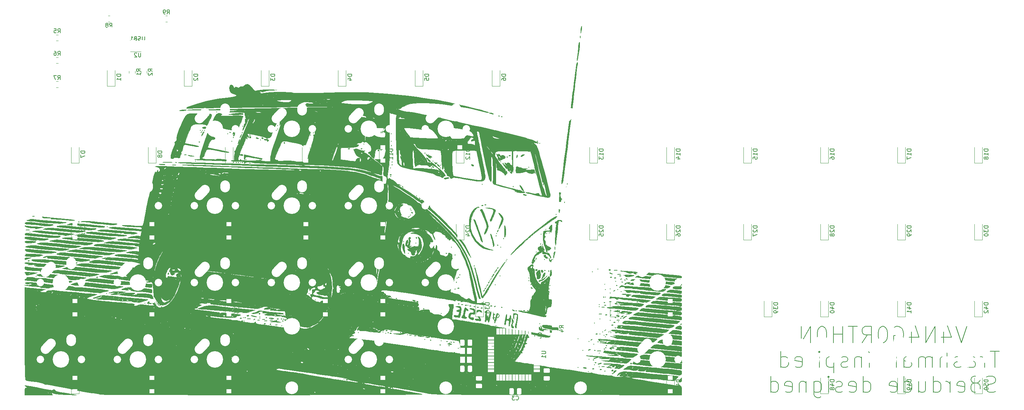
<source format=gbo>
G04 #@! TF.GenerationSoftware,KiCad,Pcbnew,(5.1.4-0)*
G04 #@! TF.CreationDate,2020-12-15T23:12:41-05:00*
G04 #@! TF.ProjectId,V4N4G0RTH0N,56344e34-4730-4525-9448-304e2e6b6963,rev?*
G04 #@! TF.SameCoordinates,Original*
G04 #@! TF.FileFunction,Legend,Bot*
G04 #@! TF.FilePolarity,Positive*
%FSLAX46Y46*%
G04 Gerber Fmt 4.6, Leading zero omitted, Abs format (unit mm)*
G04 Created by KiCad (PCBNEW (5.1.4-0)) date 2020-12-15 23:12:41*
%MOMM*%
%LPD*%
G04 APERTURE LIST*
%ADD10C,0.150000*%
%ADD11C,0.010000*%
%ADD12C,0.120000*%
%ADD13C,1.852000*%
%ADD14C,2.352000*%
%ADD15C,4.089800*%
%ADD16C,2.352000*%
%ADD17C,0.100000*%
%ADD18C,0.702000*%
%ADD19R,1.302000X1.502000*%
%ADD20R,0.702000X1.552000*%
%ADD21R,0.402000X1.552000*%
%ADD22C,0.752000*%
%ADD23R,1.602000X0.652000*%
%ADD24R,0.652000X1.602000*%
%ADD25C,1.127000*%
%ADD26C,1.902000*%
%ADD27R,1.902000X1.902000*%
%ADD28C,1.102000*%
%ADD29R,1.302000X1.002000*%
%ADD30C,3.150000*%
G04 APERTURE END LIST*
D10*
X257489904Y-106086523D02*
X256156571Y-110086523D01*
X254823238Y-106086523D01*
X251775619Y-107419857D02*
X251775619Y-110086523D01*
X252728000Y-105896047D02*
X253680380Y-108753190D01*
X251204190Y-108753190D01*
X249680380Y-110086523D02*
X249680380Y-106086523D01*
X247394666Y-110086523D01*
X247394666Y-106086523D01*
X243775619Y-107419857D02*
X243775619Y-110086523D01*
X244728000Y-105896047D02*
X245680380Y-108753190D01*
X243204190Y-108753190D01*
X239585142Y-106277000D02*
X239966095Y-106086523D01*
X240537523Y-106086523D01*
X241108952Y-106277000D01*
X241489904Y-106657952D01*
X241680380Y-107038904D01*
X241870857Y-107800809D01*
X241870857Y-108372238D01*
X241680380Y-109134142D01*
X241489904Y-109515095D01*
X241108952Y-109896047D01*
X240537523Y-110086523D01*
X240156571Y-110086523D01*
X239585142Y-109896047D01*
X239394666Y-109705571D01*
X239394666Y-108372238D01*
X240156571Y-108372238D01*
X236918476Y-106086523D02*
X236537523Y-106086523D01*
X236156571Y-106277000D01*
X235966095Y-106467476D01*
X235775619Y-106848428D01*
X235585142Y-107610333D01*
X235585142Y-108562714D01*
X235775619Y-109324619D01*
X235966095Y-109705571D01*
X236156571Y-109896047D01*
X236537523Y-110086523D01*
X236918476Y-110086523D01*
X237299428Y-109896047D01*
X237489904Y-109705571D01*
X237680380Y-109324619D01*
X237870857Y-108562714D01*
X237870857Y-107610333D01*
X237680380Y-106848428D01*
X237489904Y-106467476D01*
X237299428Y-106277000D01*
X236918476Y-106086523D01*
X231585142Y-110086523D02*
X232918476Y-108181761D01*
X233870857Y-110086523D02*
X233870857Y-106086523D01*
X232347047Y-106086523D01*
X231966095Y-106277000D01*
X231775619Y-106467476D01*
X231585142Y-106848428D01*
X231585142Y-107419857D01*
X231775619Y-107800809D01*
X231966095Y-107991285D01*
X232347047Y-108181761D01*
X233870857Y-108181761D01*
X230442285Y-106086523D02*
X228156571Y-106086523D01*
X229299428Y-110086523D02*
X229299428Y-106086523D01*
X226823238Y-110086523D02*
X226823238Y-106086523D01*
X226823238Y-107991285D02*
X224537523Y-107991285D01*
X224537523Y-110086523D02*
X224537523Y-106086523D01*
X221870857Y-106086523D02*
X221489904Y-106086523D01*
X221108952Y-106277000D01*
X220918476Y-106467476D01*
X220728000Y-106848428D01*
X220537523Y-107610333D01*
X220537523Y-108562714D01*
X220728000Y-109324619D01*
X220918476Y-109705571D01*
X221108952Y-109896047D01*
X221489904Y-110086523D01*
X221870857Y-110086523D01*
X222251809Y-109896047D01*
X222442285Y-109705571D01*
X222632761Y-109324619D01*
X222823238Y-108562714D01*
X222823238Y-107610333D01*
X222632761Y-106848428D01*
X222442285Y-106467476D01*
X222251809Y-106277000D01*
X221870857Y-106086523D01*
X218823238Y-110086523D02*
X218823238Y-106086523D01*
X216537523Y-110086523D01*
X216537523Y-106086523D01*
X265585142Y-112236523D02*
X263299428Y-112236523D01*
X264442285Y-116236523D02*
X264442285Y-112236523D01*
X261966095Y-116236523D02*
X261966095Y-113569857D01*
X261966095Y-114331761D02*
X261775619Y-113950809D01*
X261585142Y-113760333D01*
X261204190Y-113569857D01*
X260823238Y-113569857D01*
X257775619Y-116236523D02*
X257775619Y-114141285D01*
X257966095Y-113760333D01*
X258347047Y-113569857D01*
X259108952Y-113569857D01*
X259489904Y-113760333D01*
X257775619Y-116046047D02*
X258156571Y-116236523D01*
X259108952Y-116236523D01*
X259489904Y-116046047D01*
X259680380Y-115665095D01*
X259680380Y-115284142D01*
X259489904Y-114903190D01*
X259108952Y-114712714D01*
X258156571Y-114712714D01*
X257775619Y-114522238D01*
X256061333Y-116046047D02*
X255680380Y-116236523D01*
X254918476Y-116236523D01*
X254537523Y-116046047D01*
X254347047Y-115665095D01*
X254347047Y-115474619D01*
X254537523Y-115093666D01*
X254918476Y-114903190D01*
X255489904Y-114903190D01*
X255870857Y-114712714D01*
X256061333Y-114331761D01*
X256061333Y-114141285D01*
X255870857Y-113760333D01*
X255489904Y-113569857D01*
X254918476Y-113569857D01*
X254537523Y-113760333D01*
X252632761Y-116236523D02*
X252632761Y-112236523D01*
X250918476Y-116236523D02*
X250918476Y-114141285D01*
X251108952Y-113760333D01*
X251489904Y-113569857D01*
X252061333Y-113569857D01*
X252442285Y-113760333D01*
X252632761Y-113950809D01*
X249013714Y-116236523D02*
X249013714Y-113569857D01*
X249013714Y-113950809D02*
X248823238Y-113760333D01*
X248442285Y-113569857D01*
X247870857Y-113569857D01*
X247489904Y-113760333D01*
X247299428Y-114141285D01*
X247299428Y-116236523D01*
X247299428Y-114141285D02*
X247108952Y-113760333D01*
X246728000Y-113569857D01*
X246156571Y-113569857D01*
X245775619Y-113760333D01*
X245585142Y-114141285D01*
X245585142Y-116236523D01*
X241966095Y-116236523D02*
X241966095Y-114141285D01*
X242156571Y-113760333D01*
X242537523Y-113569857D01*
X243299428Y-113569857D01*
X243680380Y-113760333D01*
X241966095Y-116046047D02*
X242347047Y-116236523D01*
X243299428Y-116236523D01*
X243680380Y-116046047D01*
X243870857Y-115665095D01*
X243870857Y-115284142D01*
X243680380Y-114903190D01*
X243299428Y-114712714D01*
X242347047Y-114712714D01*
X241966095Y-114522238D01*
X240061333Y-113569857D02*
X240061333Y-116236523D01*
X240061333Y-113950809D02*
X239870857Y-113760333D01*
X239489904Y-113569857D01*
X238918476Y-113569857D01*
X238537523Y-113760333D01*
X238347047Y-114141285D01*
X238347047Y-116236523D01*
X233394666Y-116236523D02*
X233394666Y-113569857D01*
X233394666Y-112236523D02*
X233585142Y-112427000D01*
X233394666Y-112617476D01*
X233204190Y-112427000D01*
X233394666Y-112236523D01*
X233394666Y-112617476D01*
X231489904Y-113569857D02*
X231489904Y-116236523D01*
X231489904Y-113950809D02*
X231299428Y-113760333D01*
X230918476Y-113569857D01*
X230347047Y-113569857D01*
X229966095Y-113760333D01*
X229775619Y-114141285D01*
X229775619Y-116236523D01*
X228061333Y-116046047D02*
X227680380Y-116236523D01*
X226918476Y-116236523D01*
X226537523Y-116046047D01*
X226347047Y-115665095D01*
X226347047Y-115474619D01*
X226537523Y-115093666D01*
X226918476Y-114903190D01*
X227489904Y-114903190D01*
X227870857Y-114712714D01*
X228061333Y-114331761D01*
X228061333Y-114141285D01*
X227870857Y-113760333D01*
X227489904Y-113569857D01*
X226918476Y-113569857D01*
X226537523Y-113760333D01*
X224632761Y-113569857D02*
X224632761Y-117569857D01*
X224632761Y-113760333D02*
X224251809Y-113569857D01*
X223489904Y-113569857D01*
X223108952Y-113760333D01*
X222918476Y-113950809D01*
X222728000Y-114331761D01*
X222728000Y-115474619D01*
X222918476Y-115855571D01*
X223108952Y-116046047D01*
X223489904Y-116236523D01*
X224251809Y-116236523D01*
X224632761Y-116046047D01*
X221013714Y-116236523D02*
X221013714Y-113569857D01*
X221013714Y-112236523D02*
X221204190Y-112427000D01*
X221013714Y-112617476D01*
X220823238Y-112427000D01*
X221013714Y-112236523D01*
X221013714Y-112617476D01*
X219108952Y-116236523D02*
X219108952Y-113569857D01*
X219108952Y-114331761D02*
X218918476Y-113950809D01*
X218728000Y-113760333D01*
X218347047Y-113569857D01*
X217966095Y-113569857D01*
X215108952Y-116046047D02*
X215489904Y-116236523D01*
X216251809Y-116236523D01*
X216632761Y-116046047D01*
X216823238Y-115665095D01*
X216823238Y-114141285D01*
X216632761Y-113760333D01*
X216251809Y-113569857D01*
X215489904Y-113569857D01*
X215108952Y-113760333D01*
X214918476Y-114141285D01*
X214918476Y-114522238D01*
X216823238Y-114903190D01*
X211489904Y-116236523D02*
X211489904Y-112236523D01*
X211489904Y-116046047D02*
X211870857Y-116236523D01*
X212632761Y-116236523D01*
X213013714Y-116046047D01*
X213204190Y-115855571D01*
X213394666Y-115474619D01*
X213394666Y-114331761D01*
X213204190Y-113950809D01*
X213013714Y-113760333D01*
X212632761Y-113569857D01*
X211870857Y-113569857D01*
X211489904Y-113760333D01*
X264632761Y-122196047D02*
X264061333Y-122386523D01*
X263108952Y-122386523D01*
X262728000Y-122196047D01*
X262537523Y-122005571D01*
X262347047Y-121624619D01*
X262347047Y-121243666D01*
X262537523Y-120862714D01*
X262728000Y-120672238D01*
X263108952Y-120481761D01*
X263870857Y-120291285D01*
X264251809Y-120100809D01*
X264442285Y-119910333D01*
X264632761Y-119529380D01*
X264632761Y-119148428D01*
X264442285Y-118767476D01*
X264251809Y-118577000D01*
X263870857Y-118386523D01*
X262918476Y-118386523D01*
X262347047Y-118577000D01*
X260061333Y-120100809D02*
X260442285Y-119910333D01*
X260632761Y-119719857D01*
X260823238Y-119338904D01*
X260823238Y-119148428D01*
X260632761Y-118767476D01*
X260442285Y-118577000D01*
X260061333Y-118386523D01*
X259299428Y-118386523D01*
X258918476Y-118577000D01*
X258728000Y-118767476D01*
X258537523Y-119148428D01*
X258537523Y-119338904D01*
X258728000Y-119719857D01*
X258918476Y-119910333D01*
X259299428Y-120100809D01*
X260061333Y-120100809D01*
X260442285Y-120291285D01*
X260632761Y-120481761D01*
X260823238Y-120862714D01*
X260823238Y-121624619D01*
X260632761Y-122005571D01*
X260442285Y-122196047D01*
X260061333Y-122386523D01*
X259299428Y-122386523D01*
X258918476Y-122196047D01*
X258728000Y-122005571D01*
X258537523Y-121624619D01*
X258537523Y-120862714D01*
X258728000Y-120481761D01*
X258918476Y-120291285D01*
X259299428Y-120100809D01*
X255299428Y-122196047D02*
X255680380Y-122386523D01*
X256442285Y-122386523D01*
X256823238Y-122196047D01*
X257013714Y-121815095D01*
X257013714Y-120291285D01*
X256823238Y-119910333D01*
X256442285Y-119719857D01*
X255680380Y-119719857D01*
X255299428Y-119910333D01*
X255108952Y-120291285D01*
X255108952Y-120672238D01*
X257013714Y-121053190D01*
X253394666Y-122386523D02*
X253394666Y-119719857D01*
X253394666Y-120481761D02*
X253204190Y-120100809D01*
X253013714Y-119910333D01*
X252632761Y-119719857D01*
X252251809Y-119719857D01*
X249204190Y-122386523D02*
X249204190Y-118386523D01*
X249204190Y-122196047D02*
X249585142Y-122386523D01*
X250347047Y-122386523D01*
X250728000Y-122196047D01*
X250918476Y-122005571D01*
X251108952Y-121624619D01*
X251108952Y-120481761D01*
X250918476Y-120100809D01*
X250728000Y-119910333D01*
X250347047Y-119719857D01*
X249585142Y-119719857D01*
X249204190Y-119910333D01*
X245585142Y-119719857D02*
X245585142Y-122386523D01*
X247299428Y-119719857D02*
X247299428Y-121815095D01*
X247108952Y-122196047D01*
X246728000Y-122386523D01*
X246156571Y-122386523D01*
X245775619Y-122196047D01*
X245585142Y-122005571D01*
X241966095Y-122386523D02*
X241966095Y-118386523D01*
X241966095Y-122196047D02*
X242347047Y-122386523D01*
X243108952Y-122386523D01*
X243489904Y-122196047D01*
X243680380Y-122005571D01*
X243870857Y-121624619D01*
X243870857Y-120481761D01*
X243680380Y-120100809D01*
X243489904Y-119910333D01*
X243108952Y-119719857D01*
X242347047Y-119719857D01*
X241966095Y-119910333D01*
X238537523Y-122196047D02*
X238918476Y-122386523D01*
X239680380Y-122386523D01*
X240061333Y-122196047D01*
X240251809Y-121815095D01*
X240251809Y-120291285D01*
X240061333Y-119910333D01*
X239680380Y-119719857D01*
X238918476Y-119719857D01*
X238537523Y-119910333D01*
X238347047Y-120291285D01*
X238347047Y-120672238D01*
X240251809Y-121053190D01*
X231870857Y-122386523D02*
X231870857Y-118386523D01*
X231870857Y-122196047D02*
X232251809Y-122386523D01*
X233013714Y-122386523D01*
X233394666Y-122196047D01*
X233585142Y-122005571D01*
X233775619Y-121624619D01*
X233775619Y-120481761D01*
X233585142Y-120100809D01*
X233394666Y-119910333D01*
X233013714Y-119719857D01*
X232251809Y-119719857D01*
X231870857Y-119910333D01*
X228442285Y-122196047D02*
X228823238Y-122386523D01*
X229585142Y-122386523D01*
X229966095Y-122196047D01*
X230156571Y-121815095D01*
X230156571Y-120291285D01*
X229966095Y-119910333D01*
X229585142Y-119719857D01*
X228823238Y-119719857D01*
X228442285Y-119910333D01*
X228251809Y-120291285D01*
X228251809Y-120672238D01*
X230156571Y-121053190D01*
X226728000Y-122196047D02*
X226347047Y-122386523D01*
X225585142Y-122386523D01*
X225204190Y-122196047D01*
X225013714Y-121815095D01*
X225013714Y-121624619D01*
X225204190Y-121243666D01*
X225585142Y-121053190D01*
X226156571Y-121053190D01*
X226537523Y-120862714D01*
X226728000Y-120481761D01*
X226728000Y-120291285D01*
X226537523Y-119910333D01*
X226156571Y-119719857D01*
X225585142Y-119719857D01*
X225204190Y-119910333D01*
X223299428Y-122386523D02*
X223299428Y-119719857D01*
X223299428Y-118386523D02*
X223489904Y-118577000D01*
X223299428Y-118767476D01*
X223108952Y-118577000D01*
X223299428Y-118386523D01*
X223299428Y-118767476D01*
X219680380Y-119719857D02*
X219680380Y-122957952D01*
X219870857Y-123338904D01*
X220061333Y-123529380D01*
X220442285Y-123719857D01*
X221013714Y-123719857D01*
X221394666Y-123529380D01*
X219680380Y-122196047D02*
X220061333Y-122386523D01*
X220823238Y-122386523D01*
X221204190Y-122196047D01*
X221394666Y-122005571D01*
X221585142Y-121624619D01*
X221585142Y-120481761D01*
X221394666Y-120100809D01*
X221204190Y-119910333D01*
X220823238Y-119719857D01*
X220061333Y-119719857D01*
X219680380Y-119910333D01*
X217775619Y-119719857D02*
X217775619Y-122386523D01*
X217775619Y-120100809D02*
X217585142Y-119910333D01*
X217204190Y-119719857D01*
X216632761Y-119719857D01*
X216251809Y-119910333D01*
X216061333Y-120291285D01*
X216061333Y-122386523D01*
X212632761Y-122196047D02*
X213013714Y-122386523D01*
X213775619Y-122386523D01*
X214156571Y-122196047D01*
X214347047Y-121815095D01*
X214347047Y-120291285D01*
X214156571Y-119910333D01*
X213775619Y-119719857D01*
X213013714Y-119719857D01*
X212632761Y-119910333D01*
X212442285Y-120291285D01*
X212442285Y-120672238D01*
X214347047Y-121053190D01*
X209013714Y-122386523D02*
X209013714Y-118386523D01*
X209013714Y-122196047D02*
X209394666Y-122386523D01*
X210156571Y-122386523D01*
X210537523Y-122196047D01*
X210728000Y-122005571D01*
X210918476Y-121624619D01*
X210918476Y-120481761D01*
X210728000Y-120100809D01*
X210537523Y-119910333D01*
X210156571Y-119719857D01*
X209394666Y-119719857D01*
X209013714Y-119910333D01*
D11*
G36*
X113114667Y-57107666D02*
G01*
X113199334Y-57192333D01*
X113284000Y-57107666D01*
X113199334Y-57023000D01*
X113114667Y-57107666D01*
X113114667Y-57107666D01*
G37*
X113114667Y-57107666D02*
X113199334Y-57192333D01*
X113284000Y-57107666D01*
X113199334Y-57023000D01*
X113114667Y-57107666D01*
G36*
X112490993Y-57837916D02*
G01*
X112470806Y-58102564D01*
X112504362Y-58162472D01*
X112581326Y-58111970D01*
X112593299Y-57940222D01*
X112551944Y-57759537D01*
X112490993Y-57837916D01*
X112490993Y-57837916D01*
G37*
X112490993Y-57837916D02*
X112470806Y-58102564D01*
X112504362Y-58162472D01*
X112581326Y-58111970D01*
X112593299Y-57940222D01*
X112551944Y-57759537D01*
X112490993Y-57837916D01*
G36*
X112833188Y-57658000D02*
G01*
X112810822Y-58004684D01*
X112833188Y-58081333D01*
X112894993Y-58102605D01*
X112918597Y-57869666D01*
X112891986Y-57629275D01*
X112833188Y-57658000D01*
X112833188Y-57658000D01*
G37*
X112833188Y-57658000D02*
X112810822Y-58004684D01*
X112833188Y-58081333D01*
X112894993Y-58102605D01*
X112918597Y-57869666D01*
X112891986Y-57629275D01*
X112833188Y-57658000D01*
G36*
X86868000Y-56261000D02*
G01*
X86952667Y-56345666D01*
X87037334Y-56261000D01*
X86952667Y-56176333D01*
X86868000Y-56261000D01*
X86868000Y-56261000D01*
G37*
X86868000Y-56261000D02*
X86952667Y-56345666D01*
X87037334Y-56261000D01*
X86952667Y-56176333D01*
X86868000Y-56261000D01*
G36*
X86868000Y-57107666D02*
G01*
X86952667Y-57192333D01*
X87037334Y-57107666D01*
X86952667Y-57023000D01*
X86868000Y-57107666D01*
X86868000Y-57107666D01*
G37*
X86868000Y-57107666D02*
X86952667Y-57192333D01*
X87037334Y-57107666D01*
X86952667Y-57023000D01*
X86868000Y-57107666D01*
G36*
X86529334Y-57446333D02*
G01*
X86614000Y-57531000D01*
X86698667Y-57446333D01*
X86614000Y-57361666D01*
X86529334Y-57446333D01*
X86529334Y-57446333D01*
G37*
X86529334Y-57446333D02*
X86614000Y-57531000D01*
X86698667Y-57446333D01*
X86614000Y-57361666D01*
X86529334Y-57446333D01*
G36*
X79981778Y-58603444D02*
G01*
X80005023Y-58704112D01*
X80094667Y-58716333D01*
X80234048Y-58654376D01*
X80207556Y-58603444D01*
X80006597Y-58583178D01*
X79981778Y-58603444D01*
X79981778Y-58603444D01*
G37*
X79981778Y-58603444D02*
X80005023Y-58704112D01*
X80094667Y-58716333D01*
X80234048Y-58654376D01*
X80207556Y-58603444D01*
X80006597Y-58583178D01*
X79981778Y-58603444D01*
G36*
X79960603Y-59020270D02*
G01*
X79925334Y-59144981D01*
X80031648Y-59368494D01*
X80246830Y-59343863D01*
X80337701Y-59242076D01*
X80292620Y-59062740D01*
X80178361Y-58993391D01*
X79960603Y-59020270D01*
X79960603Y-59020270D01*
G37*
X79960603Y-59020270D02*
X79925334Y-59144981D01*
X80031648Y-59368494D01*
X80246830Y-59343863D01*
X80337701Y-59242076D01*
X80292620Y-59062740D01*
X80178361Y-58993391D01*
X79960603Y-59020270D01*
G36*
X81623907Y-59336959D02*
G01*
X81618667Y-59393666D01*
X81762084Y-59524825D01*
X81999667Y-59560407D01*
X82247096Y-59533671D01*
X82186263Y-59434067D01*
X82126667Y-59393666D01*
X81776253Y-59236100D01*
X81623907Y-59336959D01*
X81623907Y-59336959D01*
G37*
X81623907Y-59336959D02*
X81618667Y-59393666D01*
X81762084Y-59524825D01*
X81999667Y-59560407D01*
X82247096Y-59533671D01*
X82186263Y-59434067D01*
X82126667Y-59393666D01*
X81776253Y-59236100D01*
X81623907Y-59336959D01*
G36*
X82977895Y-59353491D02*
G01*
X82973334Y-59393666D01*
X83111165Y-59542275D01*
X83237327Y-59563000D01*
X83412597Y-59480908D01*
X83396667Y-59393666D01*
X83180182Y-59230792D01*
X83132674Y-59224333D01*
X82977895Y-59353491D01*
X82977895Y-59353491D01*
G37*
X82977895Y-59353491D02*
X82973334Y-59393666D01*
X83111165Y-59542275D01*
X83237327Y-59563000D01*
X83412597Y-59480908D01*
X83396667Y-59393666D01*
X83180182Y-59230792D01*
X83132674Y-59224333D01*
X82977895Y-59353491D01*
G36*
X82634667Y-59817000D02*
G01*
X82719334Y-59901666D01*
X82804000Y-59817000D01*
X82719334Y-59732333D01*
X82634667Y-59817000D01*
X82634667Y-59817000D01*
G37*
X82634667Y-59817000D02*
X82719334Y-59901666D01*
X82804000Y-59817000D01*
X82719334Y-59732333D01*
X82634667Y-59817000D01*
G36*
X83666367Y-59693334D02*
G01*
X83574467Y-59750495D01*
X83598198Y-59855306D01*
X83909065Y-59901048D01*
X83965461Y-59901666D01*
X84323075Y-59945026D01*
X84419470Y-60057804D01*
X84412667Y-60071000D01*
X84415737Y-60227488D01*
X84469224Y-60240333D01*
X84665968Y-60106124D01*
X84721204Y-60003789D01*
X84645742Y-59828856D01*
X84359704Y-59700010D01*
X83990706Y-59645440D01*
X83666367Y-59693334D01*
X83666367Y-59693334D01*
G37*
X83666367Y-59693334D02*
X83574467Y-59750495D01*
X83598198Y-59855306D01*
X83909065Y-59901048D01*
X83965461Y-59901666D01*
X84323075Y-59945026D01*
X84419470Y-60057804D01*
X84412667Y-60071000D01*
X84415737Y-60227488D01*
X84469224Y-60240333D01*
X84665968Y-60106124D01*
X84721204Y-60003789D01*
X84645742Y-59828856D01*
X84359704Y-59700010D01*
X83990706Y-59645440D01*
X83666367Y-59693334D01*
G36*
X79078667Y-64727666D02*
G01*
X79163334Y-64812333D01*
X79248000Y-64727666D01*
X79163334Y-64643000D01*
X79078667Y-64727666D01*
X79078667Y-64727666D01*
G37*
X79078667Y-64727666D02*
X79163334Y-64812333D01*
X79248000Y-64727666D01*
X79163334Y-64643000D01*
X79078667Y-64727666D01*
G36*
X78623843Y-63615599D02*
G01*
X78609991Y-63977191D01*
X78614920Y-64117413D01*
X78667823Y-64536452D01*
X78760819Y-64783106D01*
X78853882Y-64809661D01*
X78906982Y-64568404D01*
X78909334Y-64468352D01*
X78971837Y-64187187D01*
X79192365Y-64048315D01*
X79620445Y-64043736D01*
X80305607Y-64165446D01*
X80505089Y-64210536D01*
X81158699Y-64346538D01*
X81743855Y-64441592D01*
X82103308Y-64473666D01*
X82514978Y-64536724D01*
X82751022Y-64657754D01*
X82955552Y-64749872D01*
X83049621Y-64656558D01*
X83078315Y-64512337D01*
X82916129Y-64403373D01*
X82506522Y-64304147D01*
X82126667Y-64239955D01*
X81593275Y-64141269D01*
X80868128Y-63988923D01*
X80087516Y-63813416D01*
X79387729Y-63645244D01*
X78959938Y-63531336D01*
X78725129Y-63493078D01*
X78623843Y-63615599D01*
X78623843Y-63615599D01*
G37*
X78623843Y-63615599D02*
X78609991Y-63977191D01*
X78614920Y-64117413D01*
X78667823Y-64536452D01*
X78760819Y-64783106D01*
X78853882Y-64809661D01*
X78906982Y-64568404D01*
X78909334Y-64468352D01*
X78971837Y-64187187D01*
X79192365Y-64048315D01*
X79620445Y-64043736D01*
X80305607Y-64165446D01*
X80505089Y-64210536D01*
X81158699Y-64346538D01*
X81743855Y-64441592D01*
X82103308Y-64473666D01*
X82514978Y-64536724D01*
X82751022Y-64657754D01*
X82955552Y-64749872D01*
X83049621Y-64656558D01*
X83078315Y-64512337D01*
X82916129Y-64403373D01*
X82506522Y-64304147D01*
X82126667Y-64239955D01*
X81593275Y-64141269D01*
X80868128Y-63988923D01*
X80087516Y-63813416D01*
X79387729Y-63645244D01*
X78959938Y-63531336D01*
X78725129Y-63493078D01*
X78623843Y-63615599D01*
G36*
X95729778Y-57926111D02*
G01*
X95709512Y-58127070D01*
X95729778Y-58151888D01*
X95830447Y-58128644D01*
X95842667Y-58039000D01*
X95780711Y-57899619D01*
X95729778Y-57926111D01*
X95729778Y-57926111D01*
G37*
X95729778Y-57926111D02*
X95709512Y-58127070D01*
X95729778Y-58151888D01*
X95830447Y-58128644D01*
X95842667Y-58039000D01*
X95780711Y-57899619D01*
X95729778Y-57926111D01*
G36*
X94996000Y-58631666D02*
G01*
X95080667Y-58716333D01*
X95165334Y-58631666D01*
X95080667Y-58547000D01*
X94996000Y-58631666D01*
X94996000Y-58631666D01*
G37*
X94996000Y-58631666D02*
X95080667Y-58716333D01*
X95165334Y-58631666D01*
X95080667Y-58547000D01*
X94996000Y-58631666D01*
G36*
X88450208Y-60513406D02*
G01*
X88476667Y-60579000D01*
X88628831Y-60740541D01*
X88655994Y-60748333D01*
X88728726Y-60617321D01*
X88730667Y-60579000D01*
X88600492Y-60416173D01*
X88551340Y-60409666D01*
X88450208Y-60513406D01*
X88450208Y-60513406D01*
G37*
X88450208Y-60513406D02*
X88476667Y-60579000D01*
X88628831Y-60740541D01*
X88655994Y-60748333D01*
X88728726Y-60617321D01*
X88730667Y-60579000D01*
X88600492Y-60416173D01*
X88551340Y-60409666D01*
X88450208Y-60513406D01*
G36*
X125194873Y-66440664D02*
G01*
X125222000Y-66505666D01*
X125446319Y-66668678D01*
X125495988Y-66675000D01*
X125587794Y-66570668D01*
X125560667Y-66505666D01*
X125336349Y-66342655D01*
X125286680Y-66336333D01*
X125194873Y-66440664D01*
X125194873Y-66440664D01*
G37*
X125194873Y-66440664D02*
X125222000Y-66505666D01*
X125446319Y-66668678D01*
X125495988Y-66675000D01*
X125587794Y-66570668D01*
X125560667Y-66505666D01*
X125336349Y-66342655D01*
X125286680Y-66336333D01*
X125194873Y-66440664D01*
G36*
X124968000Y-66759666D02*
G01*
X125052667Y-66844333D01*
X125137334Y-66759666D01*
X125052667Y-66675000D01*
X124968000Y-66759666D01*
X124968000Y-66759666D01*
G37*
X124968000Y-66759666D02*
X125052667Y-66844333D01*
X125137334Y-66759666D01*
X125052667Y-66675000D01*
X124968000Y-66759666D01*
G36*
X134836029Y-66053324D02*
G01*
X135003239Y-66232006D01*
X135258188Y-66314309D01*
X135445492Y-66264298D01*
X135466667Y-66199165D01*
X135325273Y-66032090D01*
X135118331Y-65946073D01*
X134858222Y-65940891D01*
X134836029Y-66053324D01*
X134836029Y-66053324D01*
G37*
X134836029Y-66053324D02*
X135003239Y-66232006D01*
X135258188Y-66314309D01*
X135445492Y-66264298D01*
X135466667Y-66199165D01*
X135325273Y-66032090D01*
X135118331Y-65946073D01*
X134858222Y-65940891D01*
X134836029Y-66053324D01*
G36*
X108204000Y-60833000D02*
G01*
X108288667Y-60917666D01*
X108373334Y-60833000D01*
X108288667Y-60748333D01*
X108204000Y-60833000D01*
X108204000Y-60833000D01*
G37*
X108204000Y-60833000D02*
X108288667Y-60917666D01*
X108373334Y-60833000D01*
X108288667Y-60748333D01*
X108204000Y-60833000D01*
G36*
X104355195Y-62000694D02*
G01*
X104405697Y-62077658D01*
X104577445Y-62089631D01*
X104758129Y-62048276D01*
X104679750Y-61987326D01*
X104415103Y-61967139D01*
X104355195Y-62000694D01*
X104355195Y-62000694D01*
G37*
X104355195Y-62000694D02*
X104405697Y-62077658D01*
X104577445Y-62089631D01*
X104758129Y-62048276D01*
X104679750Y-61987326D01*
X104415103Y-61967139D01*
X104355195Y-62000694D01*
G36*
X107484334Y-61990853D02*
G01*
X107463062Y-62052659D01*
X107696000Y-62076263D01*
X107936391Y-62049652D01*
X107907667Y-61990853D01*
X107560983Y-61968488D01*
X107484334Y-61990853D01*
X107484334Y-61990853D01*
G37*
X107484334Y-61990853D02*
X107463062Y-62052659D01*
X107696000Y-62076263D01*
X107936391Y-62049652D01*
X107907667Y-61990853D01*
X107560983Y-61968488D01*
X107484334Y-61990853D01*
G36*
X111766892Y-62395254D02*
G01*
X111760000Y-62441666D01*
X111817774Y-62606597D01*
X111834674Y-62611000D01*
X111979245Y-62492342D01*
X112014000Y-62441666D01*
X112000575Y-62285628D01*
X111939327Y-62272333D01*
X111766892Y-62395254D01*
X111766892Y-62395254D01*
G37*
X111766892Y-62395254D02*
X111760000Y-62441666D01*
X111817774Y-62606597D01*
X111834674Y-62611000D01*
X111979245Y-62492342D01*
X112014000Y-62441666D01*
X112000575Y-62285628D01*
X111939327Y-62272333D01*
X111766892Y-62395254D01*
G36*
X152622993Y-70707250D02*
G01*
X152602806Y-70971897D01*
X152636362Y-71031805D01*
X152713326Y-70981303D01*
X152725299Y-70809555D01*
X152683944Y-70628871D01*
X152622993Y-70707250D01*
X152622993Y-70707250D01*
G37*
X152622993Y-70707250D02*
X152602806Y-70971897D01*
X152636362Y-71031805D01*
X152713326Y-70981303D01*
X152725299Y-70809555D01*
X152683944Y-70628871D01*
X152622993Y-70707250D01*
G36*
X119718667Y-76919666D02*
G01*
X119803334Y-77004333D01*
X119888000Y-76919666D01*
X119803334Y-76835000D01*
X119718667Y-76919666D01*
X119718667Y-76919666D01*
G37*
X119718667Y-76919666D02*
X119803334Y-77004333D01*
X119888000Y-76919666D01*
X119803334Y-76835000D01*
X119718667Y-76919666D01*
G36*
X119888000Y-77258333D02*
G01*
X119972667Y-77343000D01*
X120057334Y-77258333D01*
X119972667Y-77173666D01*
X119888000Y-77258333D01*
X119888000Y-77258333D01*
G37*
X119888000Y-77258333D02*
X119972667Y-77343000D01*
X120057334Y-77258333D01*
X119972667Y-77173666D01*
X119888000Y-77258333D01*
G36*
X120059275Y-77812678D02*
G01*
X120057334Y-77851000D01*
X120187509Y-78013826D01*
X120236661Y-78020333D01*
X120337793Y-77916593D01*
X120311334Y-77851000D01*
X120159170Y-77689458D01*
X120132007Y-77681666D01*
X120059275Y-77812678D01*
X120059275Y-77812678D01*
G37*
X120059275Y-77812678D02*
X120057334Y-77851000D01*
X120187509Y-78013826D01*
X120236661Y-78020333D01*
X120337793Y-77916593D01*
X120311334Y-77851000D01*
X120159170Y-77689458D01*
X120132007Y-77681666D01*
X120059275Y-77812678D01*
G36*
X119718667Y-78443666D02*
G01*
X119803334Y-78528333D01*
X119888000Y-78443666D01*
X119803334Y-78359000D01*
X119718667Y-78443666D01*
X119718667Y-78443666D01*
G37*
X119718667Y-78443666D02*
X119803334Y-78528333D01*
X119888000Y-78443666D01*
X119803334Y-78359000D01*
X119718667Y-78443666D01*
G36*
X119406164Y-78766163D02*
G01*
X119225804Y-78923572D01*
X119210667Y-78961660D01*
X119291029Y-79031258D01*
X119458340Y-78875306D01*
X119480837Y-78840836D01*
X119500795Y-78724962D01*
X119406164Y-78766163D01*
X119406164Y-78766163D01*
G37*
X119406164Y-78766163D02*
X119225804Y-78923572D01*
X119210667Y-78961660D01*
X119291029Y-79031258D01*
X119458340Y-78875306D01*
X119480837Y-78840836D01*
X119500795Y-78724962D01*
X119406164Y-78766163D01*
G36*
X121131542Y-84050739D02*
G01*
X121158000Y-84116333D01*
X121310165Y-84277874D01*
X121337327Y-84285666D01*
X121410059Y-84154654D01*
X121412000Y-84116333D01*
X121281825Y-83953507D01*
X121232674Y-83947000D01*
X121131542Y-84050739D01*
X121131542Y-84050739D01*
G37*
X121131542Y-84050739D02*
X121158000Y-84116333D01*
X121310165Y-84277874D01*
X121337327Y-84285666D01*
X121410059Y-84154654D01*
X121412000Y-84116333D01*
X121281825Y-83953507D01*
X121232674Y-83947000D01*
X121131542Y-84050739D01*
G36*
X118025334Y-85047666D02*
G01*
X118110000Y-85132333D01*
X118194667Y-85047666D01*
X118110000Y-84963000D01*
X118025334Y-85047666D01*
X118025334Y-85047666D01*
G37*
X118025334Y-85047666D02*
X118110000Y-85132333D01*
X118194667Y-85047666D01*
X118110000Y-84963000D01*
X118025334Y-85047666D01*
G36*
X121073334Y-85386333D02*
G01*
X121158000Y-85471000D01*
X121242667Y-85386333D01*
X121158000Y-85301666D01*
X121073334Y-85386333D01*
X121073334Y-85386333D01*
G37*
X121073334Y-85386333D02*
X121158000Y-85471000D01*
X121242667Y-85386333D01*
X121158000Y-85301666D01*
X121073334Y-85386333D01*
G36*
X119888000Y-86063666D02*
G01*
X119726459Y-86215830D01*
X119718667Y-86242993D01*
X119849679Y-86315725D01*
X119888000Y-86317666D01*
X120050827Y-86187491D01*
X120057334Y-86138339D01*
X119953594Y-86037207D01*
X119888000Y-86063666D01*
X119888000Y-86063666D01*
G37*
X119888000Y-86063666D02*
X119726459Y-86215830D01*
X119718667Y-86242993D01*
X119849679Y-86315725D01*
X119888000Y-86317666D01*
X120050827Y-86187491D01*
X120057334Y-86138339D01*
X119953594Y-86037207D01*
X119888000Y-86063666D01*
G36*
X117935132Y-85645846D02*
G01*
X117859789Y-85960080D01*
X117865935Y-86427267D01*
X117953145Y-86959629D01*
X118101360Y-87423772D01*
X118310055Y-87862688D01*
X118431280Y-87985209D01*
X118455751Y-87790221D01*
X118409703Y-87460666D01*
X118342485Y-86889164D01*
X118319750Y-86287281D01*
X118319758Y-86286692D01*
X118262829Y-85806515D01*
X118092561Y-85572405D01*
X118092391Y-85572340D01*
X117935132Y-85645846D01*
X117935132Y-85645846D01*
G37*
X117935132Y-85645846D02*
X117859789Y-85960080D01*
X117865935Y-86427267D01*
X117953145Y-86959629D01*
X118101360Y-87423772D01*
X118310055Y-87862688D01*
X118431280Y-87985209D01*
X118455751Y-87790221D01*
X118409703Y-87460666D01*
X118342485Y-86889164D01*
X118319750Y-86287281D01*
X118319758Y-86286692D01*
X118262829Y-85806515D01*
X118092561Y-85572405D01*
X118092391Y-85572340D01*
X117935132Y-85645846D01*
G36*
X119210667Y-87926333D02*
G01*
X119295334Y-88011000D01*
X119380000Y-87926333D01*
X119295334Y-87841666D01*
X119210667Y-87926333D01*
X119210667Y-87926333D01*
G37*
X119210667Y-87926333D02*
X119295334Y-88011000D01*
X119380000Y-87926333D01*
X119295334Y-87841666D01*
X119210667Y-87926333D01*
G36*
X59793145Y-92889567D02*
G01*
X59774667Y-93006333D01*
X59810896Y-93232259D01*
X59841217Y-93260333D01*
X59950404Y-93127922D01*
X60005236Y-93006333D01*
X60008756Y-92788290D01*
X59938686Y-92752333D01*
X59793145Y-92889567D01*
X59793145Y-92889567D01*
G37*
X59793145Y-92889567D02*
X59774667Y-93006333D01*
X59810896Y-93232259D01*
X59841217Y-93260333D01*
X59950404Y-93127922D01*
X60005236Y-93006333D01*
X60008756Y-92788290D01*
X59938686Y-92752333D01*
X59793145Y-92889567D01*
G36*
X94657334Y-97917000D02*
G01*
X94742000Y-98001666D01*
X94826667Y-97917000D01*
X94742000Y-97832333D01*
X94657334Y-97917000D01*
X94657334Y-97917000D01*
G37*
X94657334Y-97917000D02*
X94742000Y-98001666D01*
X94826667Y-97917000D01*
X94742000Y-97832333D01*
X94657334Y-97917000D01*
G36*
X129878667Y-86402333D02*
G01*
X129963334Y-86487000D01*
X130048000Y-86402333D01*
X129963334Y-86317666D01*
X129878667Y-86402333D01*
X129878667Y-86402333D01*
G37*
X129878667Y-86402333D02*
X129963334Y-86487000D01*
X130048000Y-86402333D01*
X129963334Y-86317666D01*
X129878667Y-86402333D01*
G36*
X128580445Y-87898111D02*
G01*
X128603689Y-87998779D01*
X128693334Y-88011000D01*
X128832714Y-87949043D01*
X128806223Y-87898111D01*
X128605264Y-87877845D01*
X128580445Y-87898111D01*
X128580445Y-87898111D01*
G37*
X128580445Y-87898111D02*
X128603689Y-87998779D01*
X128693334Y-88011000D01*
X128832714Y-87949043D01*
X128806223Y-87898111D01*
X128605264Y-87877845D01*
X128580445Y-87898111D01*
G36*
X130781778Y-88236777D02*
G01*
X130761512Y-88437736D01*
X130781778Y-88462555D01*
X130882447Y-88439311D01*
X130894667Y-88349666D01*
X130832711Y-88210286D01*
X130781778Y-88236777D01*
X130781778Y-88236777D01*
G37*
X130781778Y-88236777D02*
X130761512Y-88437736D01*
X130781778Y-88462555D01*
X130882447Y-88439311D01*
X130894667Y-88349666D01*
X130832711Y-88210286D01*
X130781778Y-88236777D01*
G36*
X131741334Y-89958333D02*
G01*
X131826000Y-90043000D01*
X131910667Y-89958333D01*
X131826000Y-89873666D01*
X131741334Y-89958333D01*
X131741334Y-89958333D01*
G37*
X131741334Y-89958333D02*
X131826000Y-90043000D01*
X131910667Y-89958333D01*
X131826000Y-89873666D01*
X131741334Y-89958333D01*
G36*
X131967112Y-93147444D02*
G01*
X131946846Y-93348403D01*
X131967112Y-93373222D01*
X132067780Y-93349977D01*
X132080000Y-93260333D01*
X132018044Y-93120952D01*
X131967112Y-93147444D01*
X131967112Y-93147444D01*
G37*
X131967112Y-93147444D02*
X131946846Y-93348403D01*
X131967112Y-93373222D01*
X132067780Y-93349977D01*
X132080000Y-93260333D01*
X132018044Y-93120952D01*
X131967112Y-93147444D01*
G36*
X131628445Y-93824777D02*
G01*
X131651689Y-93925446D01*
X131741334Y-93937666D01*
X131880714Y-93875710D01*
X131854223Y-93824777D01*
X131653264Y-93804511D01*
X131628445Y-93824777D01*
X131628445Y-93824777D01*
G37*
X131628445Y-93824777D02*
X131651689Y-93925446D01*
X131741334Y-93937666D01*
X131880714Y-93875710D01*
X131854223Y-93824777D01*
X131653264Y-93804511D01*
X131628445Y-93824777D01*
G36*
X131289778Y-93994111D02*
G01*
X131269512Y-94195070D01*
X131289778Y-94219888D01*
X131390447Y-94196644D01*
X131402667Y-94107000D01*
X131340711Y-93967619D01*
X131289778Y-93994111D01*
X131289778Y-93994111D01*
G37*
X131289778Y-93994111D02*
X131269512Y-94195070D01*
X131289778Y-94219888D01*
X131390447Y-94196644D01*
X131402667Y-94107000D01*
X131340711Y-93967619D01*
X131289778Y-93994111D01*
G36*
X131120445Y-95010111D02*
G01*
X131100179Y-95211070D01*
X131120445Y-95235888D01*
X131221113Y-95212644D01*
X131233334Y-95123000D01*
X131171377Y-94983619D01*
X131120445Y-95010111D01*
X131120445Y-95010111D01*
G37*
X131120445Y-95010111D02*
X131100179Y-95211070D01*
X131120445Y-95235888D01*
X131221113Y-95212644D01*
X131233334Y-95123000D01*
X131171377Y-94983619D01*
X131120445Y-95010111D01*
G36*
X131448528Y-96544694D02*
G01*
X131499030Y-96621658D01*
X131670778Y-96633631D01*
X131851463Y-96592276D01*
X131773084Y-96531326D01*
X131508436Y-96511139D01*
X131448528Y-96544694D01*
X131448528Y-96544694D01*
G37*
X131448528Y-96544694D02*
X131499030Y-96621658D01*
X131670778Y-96633631D01*
X131851463Y-96592276D01*
X131773084Y-96531326D01*
X131508436Y-96511139D01*
X131448528Y-96544694D01*
G36*
X130781778Y-96703444D02*
G01*
X130761512Y-96904403D01*
X130781778Y-96929222D01*
X130882447Y-96905977D01*
X130894667Y-96816333D01*
X130832711Y-96676952D01*
X130781778Y-96703444D01*
X130781778Y-96703444D01*
G37*
X130781778Y-96703444D02*
X130761512Y-96904403D01*
X130781778Y-96929222D01*
X130882447Y-96905977D01*
X130894667Y-96816333D01*
X130832711Y-96676952D01*
X130781778Y-96703444D01*
G36*
X96181334Y-99441000D02*
G01*
X96266000Y-99525666D01*
X96350667Y-99441000D01*
X96266000Y-99356333D01*
X96181334Y-99441000D01*
X96181334Y-99441000D01*
G37*
X96181334Y-99441000D02*
X96266000Y-99525666D01*
X96350667Y-99441000D01*
X96266000Y-99356333D01*
X96181334Y-99441000D01*
G36*
X96858667Y-99949000D02*
G01*
X96943334Y-100033666D01*
X97028000Y-99949000D01*
X96943334Y-99864333D01*
X96858667Y-99949000D01*
X96858667Y-99949000D01*
G37*
X96858667Y-99949000D02*
X96943334Y-100033666D01*
X97028000Y-99949000D01*
X96943334Y-99864333D01*
X96858667Y-99949000D01*
G36*
X68832519Y-101103933D02*
G01*
X68241334Y-101288091D01*
X67140667Y-101690230D01*
X68241334Y-101788921D01*
X69009414Y-101854109D01*
X69903130Y-101924665D01*
X70612000Y-101976917D01*
X71941756Y-102071829D01*
X73001757Y-102151252D01*
X73860248Y-102220988D01*
X74585472Y-102286840D01*
X75245671Y-102354610D01*
X75823165Y-102419985D01*
X76618254Y-102489323D01*
X77414168Y-102519695D01*
X78052321Y-102505504D01*
X78109165Y-102500693D01*
X78567730Y-102465233D01*
X78707712Y-102478358D01*
X78546064Y-102542739D01*
X78486000Y-102560045D01*
X78182562Y-102651305D01*
X78160373Y-102694169D01*
X78443206Y-102710285D01*
X78655334Y-102714228D01*
X79192679Y-102657443D01*
X79862334Y-102499200D01*
X80321055Y-102346761D01*
X80366940Y-102329177D01*
X77519543Y-102329177D01*
X77316014Y-102357237D01*
X77131334Y-102361630D01*
X76782832Y-102348000D01*
X76692883Y-102309626D01*
X76748360Y-102287987D01*
X77155002Y-102256447D01*
X77425693Y-102284570D01*
X77519543Y-102329177D01*
X80366940Y-102329177D01*
X80833636Y-102150333D01*
X80094667Y-102150333D01*
X80010000Y-102235000D01*
X79925334Y-102150333D01*
X80010000Y-102065666D01*
X80094667Y-102150333D01*
X80833636Y-102150333D01*
X81309444Y-101967997D01*
X79309586Y-101802060D01*
X76145624Y-101802060D01*
X76030667Y-101896333D01*
X75721969Y-102039620D01*
X75607334Y-102060480D01*
X75577044Y-101990605D01*
X75692000Y-101896333D01*
X75935206Y-101783444D01*
X74450223Y-101783444D01*
X74426978Y-101884112D01*
X74337334Y-101896333D01*
X74197953Y-101834376D01*
X74224445Y-101783444D01*
X74425404Y-101763178D01*
X74450223Y-101783444D01*
X75935206Y-101783444D01*
X76000698Y-101753045D01*
X76115334Y-101732185D01*
X76145624Y-101802060D01*
X79309586Y-101802060D01*
X77696389Y-101668206D01*
X76529862Y-101565167D01*
X75390602Y-101453216D01*
X74353234Y-101340529D01*
X73492388Y-101235281D01*
X72882691Y-101145647D01*
X72813334Y-101133282D01*
X71299325Y-100926638D01*
X69995055Y-100916087D01*
X68832519Y-101103933D01*
X68832519Y-101103933D01*
G37*
X68832519Y-101103933D02*
X68241334Y-101288091D01*
X67140667Y-101690230D01*
X68241334Y-101788921D01*
X69009414Y-101854109D01*
X69903130Y-101924665D01*
X70612000Y-101976917D01*
X71941756Y-102071829D01*
X73001757Y-102151252D01*
X73860248Y-102220988D01*
X74585472Y-102286840D01*
X75245671Y-102354610D01*
X75823165Y-102419985D01*
X76618254Y-102489323D01*
X77414168Y-102519695D01*
X78052321Y-102505504D01*
X78109165Y-102500693D01*
X78567730Y-102465233D01*
X78707712Y-102478358D01*
X78546064Y-102542739D01*
X78486000Y-102560045D01*
X78182562Y-102651305D01*
X78160373Y-102694169D01*
X78443206Y-102710285D01*
X78655334Y-102714228D01*
X79192679Y-102657443D01*
X79862334Y-102499200D01*
X80321055Y-102346761D01*
X80366940Y-102329177D01*
X77519543Y-102329177D01*
X77316014Y-102357237D01*
X77131334Y-102361630D01*
X76782832Y-102348000D01*
X76692883Y-102309626D01*
X76748360Y-102287987D01*
X77155002Y-102256447D01*
X77425693Y-102284570D01*
X77519543Y-102329177D01*
X80366940Y-102329177D01*
X80833636Y-102150333D01*
X80094667Y-102150333D01*
X80010000Y-102235000D01*
X79925334Y-102150333D01*
X80010000Y-102065666D01*
X80094667Y-102150333D01*
X80833636Y-102150333D01*
X81309444Y-101967997D01*
X79309586Y-101802060D01*
X76145624Y-101802060D01*
X76030667Y-101896333D01*
X75721969Y-102039620D01*
X75607334Y-102060480D01*
X75577044Y-101990605D01*
X75692000Y-101896333D01*
X75935206Y-101783444D01*
X74450223Y-101783444D01*
X74426978Y-101884112D01*
X74337334Y-101896333D01*
X74197953Y-101834376D01*
X74224445Y-101783444D01*
X74425404Y-101763178D01*
X74450223Y-101783444D01*
X75935206Y-101783444D01*
X76000698Y-101753045D01*
X76115334Y-101732185D01*
X76145624Y-101802060D01*
X79309586Y-101802060D01*
X77696389Y-101668206D01*
X76529862Y-101565167D01*
X75390602Y-101453216D01*
X74353234Y-101340529D01*
X73492388Y-101235281D01*
X72882691Y-101145647D01*
X72813334Y-101133282D01*
X71299325Y-100926638D01*
X69995055Y-100916087D01*
X68832519Y-101103933D01*
G36*
X82300921Y-102871858D02*
G01*
X82296000Y-102912333D01*
X82424859Y-103076746D01*
X82465334Y-103081666D01*
X82629747Y-102952808D01*
X82634667Y-102912333D01*
X82505809Y-102747920D01*
X82465334Y-102743000D01*
X82300921Y-102871858D01*
X82300921Y-102871858D01*
G37*
X82300921Y-102871858D02*
X82296000Y-102912333D01*
X82424859Y-103076746D01*
X82465334Y-103081666D01*
X82629747Y-102952808D01*
X82634667Y-102912333D01*
X82505809Y-102747920D01*
X82465334Y-102743000D01*
X82300921Y-102871858D01*
G36*
X79346301Y-103314643D02*
G01*
X79332667Y-103420333D01*
X79541366Y-103583065D01*
X79586667Y-103589666D01*
X79805960Y-103467071D01*
X79840667Y-103420333D01*
X79787484Y-103288276D01*
X79586667Y-103251000D01*
X79346301Y-103314643D01*
X79346301Y-103314643D01*
G37*
X79346301Y-103314643D02*
X79332667Y-103420333D01*
X79541366Y-103583065D01*
X79586667Y-103589666D01*
X79805960Y-103467071D01*
X79840667Y-103420333D01*
X79787484Y-103288276D01*
X79586667Y-103251000D01*
X79346301Y-103314643D01*
G36*
X80325634Y-103325790D02*
G01*
X80348667Y-103390923D01*
X80610074Y-103511136D01*
X81068753Y-103620804D01*
X81280000Y-103653382D01*
X81682628Y-103693652D01*
X81755294Y-103667832D01*
X81618667Y-103613623D01*
X80975631Y-103420752D01*
X80529530Y-103322161D01*
X80325634Y-103325790D01*
X80325634Y-103325790D01*
G37*
X80325634Y-103325790D02*
X80348667Y-103390923D01*
X80610074Y-103511136D01*
X81068753Y-103620804D01*
X81280000Y-103653382D01*
X81682628Y-103693652D01*
X81755294Y-103667832D01*
X81618667Y-103613623D01*
X80975631Y-103420752D01*
X80529530Y-103322161D01*
X80325634Y-103325790D01*
G36*
X82465334Y-103674333D02*
G01*
X82550000Y-103759000D01*
X82634667Y-103674333D01*
X82550000Y-103589666D01*
X82465334Y-103674333D01*
X82465334Y-103674333D01*
G37*
X82465334Y-103674333D02*
X82550000Y-103759000D01*
X82634667Y-103674333D01*
X82550000Y-103589666D01*
X82465334Y-103674333D01*
G36*
X78401334Y-103843666D02*
G01*
X78486000Y-103928333D01*
X78570667Y-103843666D01*
X78486000Y-103759000D01*
X78401334Y-103843666D01*
X78401334Y-103843666D01*
G37*
X78401334Y-103843666D02*
X78486000Y-103928333D01*
X78570667Y-103843666D01*
X78486000Y-103759000D01*
X78401334Y-103843666D01*
G36*
X78796445Y-103815444D02*
G01*
X78819689Y-103916112D01*
X78909334Y-103928333D01*
X79048714Y-103866376D01*
X79022223Y-103815444D01*
X78821264Y-103795178D01*
X78796445Y-103815444D01*
X78796445Y-103815444D01*
G37*
X78796445Y-103815444D02*
X78819689Y-103916112D01*
X78909334Y-103928333D01*
X79048714Y-103866376D01*
X79022223Y-103815444D01*
X78821264Y-103795178D01*
X78796445Y-103815444D01*
G36*
X84045778Y-103815444D02*
G01*
X84069023Y-103916112D01*
X84158667Y-103928333D01*
X84298048Y-103866376D01*
X84271556Y-103815444D01*
X84070597Y-103795178D01*
X84045778Y-103815444D01*
X84045778Y-103815444D01*
G37*
X84045778Y-103815444D02*
X84069023Y-103916112D01*
X84158667Y-103928333D01*
X84298048Y-103866376D01*
X84271556Y-103815444D01*
X84070597Y-103795178D01*
X84045778Y-103815444D01*
G36*
X77600528Y-103995361D02*
G01*
X77651030Y-104072325D01*
X77822778Y-104084298D01*
X78003463Y-104042943D01*
X77925084Y-103981992D01*
X77660436Y-103961805D01*
X77600528Y-103995361D01*
X77600528Y-103995361D01*
G37*
X77600528Y-103995361D02*
X77651030Y-104072325D01*
X77822778Y-104084298D01*
X78003463Y-104042943D01*
X77925084Y-103981992D01*
X77660436Y-103961805D01*
X77600528Y-103995361D01*
G36*
X82465334Y-104013000D02*
G01*
X82550000Y-104097666D01*
X82634667Y-104013000D01*
X82550000Y-103928333D01*
X82465334Y-104013000D01*
X82465334Y-104013000D01*
G37*
X82465334Y-104013000D02*
X82550000Y-104097666D01*
X82634667Y-104013000D01*
X82550000Y-103928333D01*
X82465334Y-104013000D01*
G36*
X79457693Y-104150654D02*
G01*
X79418110Y-104196426D01*
X79661282Y-104222109D01*
X79840667Y-104224296D01*
X80168595Y-104207624D01*
X80218347Y-104169379D01*
X80135026Y-104147237D01*
X79693806Y-104119974D01*
X79457693Y-104150654D01*
X79457693Y-104150654D01*
G37*
X79457693Y-104150654D02*
X79418110Y-104196426D01*
X79661282Y-104222109D01*
X79840667Y-104224296D01*
X80168595Y-104207624D01*
X80218347Y-104169379D01*
X80135026Y-104147237D01*
X79693806Y-104119974D01*
X79457693Y-104150654D01*
G36*
X84887106Y-103963984D02*
G01*
X84780526Y-104003664D01*
X84951281Y-104080017D01*
X85005334Y-104097666D01*
X85566912Y-104231515D01*
X85922085Y-104218822D01*
X86021334Y-104097666D01*
X85870734Y-103997843D01*
X85491931Y-103946794D01*
X85301667Y-103945212D01*
X84887106Y-103963984D01*
X84887106Y-103963984D01*
G37*
X84887106Y-103963984D02*
X84780526Y-104003664D01*
X84951281Y-104080017D01*
X85005334Y-104097666D01*
X85566912Y-104231515D01*
X85922085Y-104218822D01*
X86021334Y-104097666D01*
X85870734Y-103997843D01*
X85491931Y-103946794D01*
X85301667Y-103945212D01*
X84887106Y-103963984D01*
G36*
X86744528Y-104164694D02*
G01*
X86795030Y-104241658D01*
X86966778Y-104253631D01*
X87147463Y-104212276D01*
X87069084Y-104151326D01*
X86804436Y-104131139D01*
X86744528Y-104164694D01*
X86744528Y-104164694D01*
G37*
X86744528Y-104164694D02*
X86795030Y-104241658D01*
X86966778Y-104253631D01*
X87147463Y-104212276D01*
X87069084Y-104151326D01*
X86804436Y-104131139D01*
X86744528Y-104164694D01*
G36*
X87771112Y-104154111D02*
G01*
X87794356Y-104254779D01*
X87884000Y-104267000D01*
X88023381Y-104205043D01*
X87996889Y-104154111D01*
X87795930Y-104133845D01*
X87771112Y-104154111D01*
X87771112Y-104154111D01*
G37*
X87771112Y-104154111D02*
X87794356Y-104254779D01*
X87884000Y-104267000D01*
X88023381Y-104205043D01*
X87996889Y-104154111D01*
X87795930Y-104133845D01*
X87771112Y-104154111D01*
G36*
X81204129Y-104202389D02*
G01*
X80965781Y-104339034D01*
X81005709Y-104427392D01*
X81100674Y-104436333D01*
X81330293Y-104313349D01*
X81363468Y-104268939D01*
X81336213Y-104172715D01*
X81204129Y-104202389D01*
X81204129Y-104202389D01*
G37*
X81204129Y-104202389D02*
X80965781Y-104339034D01*
X81005709Y-104427392D01*
X81100674Y-104436333D01*
X81330293Y-104313349D01*
X81363468Y-104268939D01*
X81336213Y-104172715D01*
X81204129Y-104202389D01*
G36*
X83185000Y-104319607D02*
G01*
X83132300Y-104368688D01*
X83366444Y-104395409D01*
X83481334Y-104397047D01*
X83789405Y-104379393D01*
X83825712Y-104335438D01*
X83777667Y-104319607D01*
X83348199Y-104293272D01*
X83185000Y-104319607D01*
X83185000Y-104319607D01*
G37*
X83185000Y-104319607D02*
X83132300Y-104368688D01*
X83366444Y-104395409D01*
X83481334Y-104397047D01*
X83789405Y-104379393D01*
X83825712Y-104335438D01*
X83777667Y-104319607D01*
X83348199Y-104293272D01*
X83185000Y-104319607D01*
G36*
X88279112Y-104154111D02*
G01*
X88258846Y-104355070D01*
X88279112Y-104379888D01*
X88379780Y-104356644D01*
X88392000Y-104267000D01*
X88330044Y-104127619D01*
X88279112Y-104154111D01*
X88279112Y-104154111D01*
G37*
X88279112Y-104154111D02*
X88258846Y-104355070D01*
X88279112Y-104379888D01*
X88379780Y-104356644D01*
X88392000Y-104267000D01*
X88330044Y-104127619D01*
X88279112Y-104154111D01*
G36*
X81911778Y-104494594D02*
G01*
X81906149Y-104550184D01*
X82171233Y-104572887D01*
X82211334Y-104572655D01*
X82473962Y-104548238D01*
X82448892Y-104496699D01*
X82419778Y-104488320D01*
X82050917Y-104463530D01*
X81911778Y-104494594D01*
X81911778Y-104494594D01*
G37*
X81911778Y-104494594D02*
X81906149Y-104550184D01*
X82171233Y-104572887D01*
X82211334Y-104572655D01*
X82473962Y-104548238D01*
X82448892Y-104496699D01*
X82419778Y-104488320D01*
X82050917Y-104463530D01*
X81911778Y-104494594D01*
G36*
X85047667Y-104488940D02*
G01*
X84994966Y-104538021D01*
X85229111Y-104564743D01*
X85344000Y-104566380D01*
X85652071Y-104548726D01*
X85688379Y-104504771D01*
X85640334Y-104488940D01*
X85210866Y-104462606D01*
X85047667Y-104488940D01*
X85047667Y-104488940D01*
G37*
X85047667Y-104488940D02*
X84994966Y-104538021D01*
X85229111Y-104564743D01*
X85344000Y-104566380D01*
X85652071Y-104548726D01*
X85688379Y-104504771D01*
X85640334Y-104488940D01*
X85210866Y-104462606D01*
X85047667Y-104488940D01*
G36*
X77939195Y-104672694D02*
G01*
X77989697Y-104749658D01*
X78161445Y-104761631D01*
X78342129Y-104720276D01*
X78263750Y-104659326D01*
X77999103Y-104639139D01*
X77939195Y-104672694D01*
X77939195Y-104672694D01*
G37*
X77939195Y-104672694D02*
X77989697Y-104749658D01*
X78161445Y-104761631D01*
X78342129Y-104720276D01*
X78263750Y-104659326D01*
X77999103Y-104639139D01*
X77939195Y-104672694D01*
G36*
X78570667Y-104690333D02*
G01*
X78655334Y-104775000D01*
X78740000Y-104690333D01*
X78655334Y-104605666D01*
X78570667Y-104690333D01*
X78570667Y-104690333D01*
G37*
X78570667Y-104690333D02*
X78655334Y-104775000D01*
X78740000Y-104690333D01*
X78655334Y-104605666D01*
X78570667Y-104690333D01*
G36*
X83693000Y-104658274D02*
G01*
X83640300Y-104707355D01*
X83874444Y-104734076D01*
X83989334Y-104735714D01*
X84297405Y-104718059D01*
X84333712Y-104674104D01*
X84285667Y-104658274D01*
X83856199Y-104631939D01*
X83693000Y-104658274D01*
X83693000Y-104658274D01*
G37*
X83693000Y-104658274D02*
X83640300Y-104707355D01*
X83874444Y-104734076D01*
X83989334Y-104735714D01*
X84297405Y-104718059D01*
X84333712Y-104674104D01*
X84285667Y-104658274D01*
X83856199Y-104631939D01*
X83693000Y-104658274D01*
G36*
X88109778Y-104662111D02*
G01*
X88133023Y-104762779D01*
X88222667Y-104775000D01*
X88362048Y-104713043D01*
X88335556Y-104662111D01*
X88134597Y-104641845D01*
X88109778Y-104662111D01*
X88109778Y-104662111D01*
G37*
X88109778Y-104662111D02*
X88133023Y-104762779D01*
X88222667Y-104775000D01*
X88362048Y-104713043D01*
X88335556Y-104662111D01*
X88134597Y-104641845D01*
X88109778Y-104662111D01*
G36*
X86698667Y-104576014D02*
G01*
X86388419Y-104647864D01*
X85886616Y-104735468D01*
X85598000Y-104778419D01*
X85167441Y-104848997D01*
X85067812Y-104895610D01*
X85276119Y-104920491D01*
X85709938Y-104940938D01*
X86345372Y-104971743D01*
X87045794Y-105006280D01*
X87054119Y-105006695D01*
X87533739Y-105027161D01*
X87733261Y-105028019D01*
X87628302Y-105009749D01*
X87503000Y-104997845D01*
X86970133Y-104910304D01*
X86708288Y-104776813D01*
X86746680Y-104616134D01*
X86825667Y-104562863D01*
X86813736Y-104542297D01*
X86698667Y-104576014D01*
X86698667Y-104576014D01*
G37*
X86698667Y-104576014D02*
X86388419Y-104647864D01*
X85886616Y-104735468D01*
X85598000Y-104778419D01*
X85167441Y-104848997D01*
X85067812Y-104895610D01*
X85276119Y-104920491D01*
X85709938Y-104940938D01*
X86345372Y-104971743D01*
X87045794Y-105006280D01*
X87054119Y-105006695D01*
X87533739Y-105027161D01*
X87733261Y-105028019D01*
X87628302Y-105009749D01*
X87503000Y-104997845D01*
X86970133Y-104910304D01*
X86708288Y-104776813D01*
X86746680Y-104616134D01*
X86825667Y-104562863D01*
X86813736Y-104542297D01*
X86698667Y-104576014D01*
G36*
X83527195Y-105350027D02*
G01*
X83577697Y-105426991D01*
X83749445Y-105438964D01*
X83930129Y-105397610D01*
X83851750Y-105336659D01*
X83587103Y-105316472D01*
X83527195Y-105350027D01*
X83527195Y-105350027D01*
G37*
X83527195Y-105350027D02*
X83577697Y-105426991D01*
X83749445Y-105438964D01*
X83930129Y-105397610D01*
X83851750Y-105336659D01*
X83587103Y-105316472D01*
X83527195Y-105350027D01*
G36*
X85174667Y-105367666D02*
G01*
X85013126Y-105519830D01*
X85005334Y-105546993D01*
X85136346Y-105619725D01*
X85174667Y-105621666D01*
X85337493Y-105491491D01*
X85344000Y-105442339D01*
X85240261Y-105341207D01*
X85174667Y-105367666D01*
X85174667Y-105367666D01*
G37*
X85174667Y-105367666D02*
X85013126Y-105519830D01*
X85005334Y-105546993D01*
X85136346Y-105619725D01*
X85174667Y-105621666D01*
X85337493Y-105491491D01*
X85344000Y-105442339D01*
X85240261Y-105341207D01*
X85174667Y-105367666D01*
G36*
X86314444Y-105679928D02*
G01*
X86308815Y-105735517D01*
X86573900Y-105758221D01*
X86614000Y-105757988D01*
X86876629Y-105733571D01*
X86851559Y-105682032D01*
X86822444Y-105673653D01*
X86453584Y-105648863D01*
X86314444Y-105679928D01*
X86314444Y-105679928D01*
G37*
X86314444Y-105679928D02*
X86308815Y-105735517D01*
X86573900Y-105758221D01*
X86614000Y-105757988D01*
X86876629Y-105733571D01*
X86851559Y-105682032D01*
X86822444Y-105673653D01*
X86453584Y-105648863D01*
X86314444Y-105679928D01*
G36*
X87884000Y-105875666D02*
G01*
X87968667Y-105960333D01*
X88053334Y-105875666D01*
X87968667Y-105791000D01*
X87884000Y-105875666D01*
X87884000Y-105875666D01*
G37*
X87884000Y-105875666D02*
X87968667Y-105960333D01*
X88053334Y-105875666D01*
X87968667Y-105791000D01*
X87884000Y-105875666D01*
G36*
X113668528Y-107043361D02*
G01*
X113719030Y-107120325D01*
X113890778Y-107132298D01*
X114071463Y-107090943D01*
X113993084Y-107029992D01*
X113728436Y-107009805D01*
X113668528Y-107043361D01*
X113668528Y-107043361D01*
G37*
X113668528Y-107043361D02*
X113719030Y-107120325D01*
X113890778Y-107132298D01*
X114071463Y-107090943D01*
X113993084Y-107029992D01*
X113728436Y-107009805D01*
X113668528Y-107043361D01*
G36*
X114762444Y-107203928D02*
G01*
X114756815Y-107259517D01*
X115021900Y-107282221D01*
X115062000Y-107281988D01*
X115324629Y-107257571D01*
X115299559Y-107206032D01*
X115270444Y-107197653D01*
X114901584Y-107172863D01*
X114762444Y-107203928D01*
X114762444Y-107203928D01*
G37*
X114762444Y-107203928D02*
X114756815Y-107259517D01*
X115021900Y-107282221D01*
X115062000Y-107281988D01*
X115324629Y-107257571D01*
X115299559Y-107206032D01*
X115270444Y-107197653D01*
X114901584Y-107172863D01*
X114762444Y-107203928D01*
G36*
X112945334Y-107399666D02*
G01*
X113030000Y-107484333D01*
X113114667Y-107399666D01*
X113030000Y-107315000D01*
X112945334Y-107399666D01*
X112945334Y-107399666D01*
G37*
X112945334Y-107399666D02*
X113030000Y-107484333D01*
X113114667Y-107399666D01*
X113030000Y-107315000D01*
X112945334Y-107399666D01*
G36*
X106849334Y-107569000D02*
G01*
X106934000Y-107653666D01*
X107018667Y-107569000D01*
X106934000Y-107484333D01*
X106849334Y-107569000D01*
X106849334Y-107569000D01*
G37*
X106849334Y-107569000D02*
X106934000Y-107653666D01*
X107018667Y-107569000D01*
X106934000Y-107484333D01*
X106849334Y-107569000D01*
G36*
X114187112Y-107540777D02*
G01*
X114210356Y-107641446D01*
X114300000Y-107653666D01*
X114439381Y-107591710D01*
X114412889Y-107540777D01*
X114211930Y-107520511D01*
X114187112Y-107540777D01*
X114187112Y-107540777D01*
G37*
X114187112Y-107540777D02*
X114210356Y-107641446D01*
X114300000Y-107653666D01*
X114439381Y-107591710D01*
X114412889Y-107540777D01*
X114211930Y-107520511D01*
X114187112Y-107540777D01*
G36*
X117235112Y-107540777D02*
G01*
X117258356Y-107641446D01*
X117348000Y-107653666D01*
X117487381Y-107591710D01*
X117460889Y-107540777D01*
X117259930Y-107520511D01*
X117235112Y-107540777D01*
X117235112Y-107540777D01*
G37*
X117235112Y-107540777D02*
X117258356Y-107641446D01*
X117348000Y-107653666D01*
X117487381Y-107591710D01*
X117460889Y-107540777D01*
X117259930Y-107520511D01*
X117235112Y-107540777D01*
G36*
X113622667Y-107738333D02*
G01*
X113707334Y-107823000D01*
X113792000Y-107738333D01*
X113707334Y-107653666D01*
X113622667Y-107738333D01*
X113622667Y-107738333D01*
G37*
X113622667Y-107738333D02*
X113707334Y-107823000D01*
X113792000Y-107738333D01*
X113707334Y-107653666D01*
X113622667Y-107738333D01*
G36*
X114684528Y-107720694D02*
G01*
X114735030Y-107797658D01*
X114906778Y-107809631D01*
X115087463Y-107768276D01*
X115009084Y-107707326D01*
X114744436Y-107687139D01*
X114684528Y-107720694D01*
X114684528Y-107720694D01*
G37*
X114684528Y-107720694D02*
X114735030Y-107797658D01*
X114906778Y-107809631D01*
X115087463Y-107768276D01*
X115009084Y-107707326D01*
X114744436Y-107687139D01*
X114684528Y-107720694D01*
G36*
X119041334Y-108077000D02*
G01*
X119126000Y-108161666D01*
X119210667Y-108077000D01*
X119126000Y-107992333D01*
X119041334Y-108077000D01*
X119041334Y-108077000D01*
G37*
X119041334Y-108077000D02*
X119126000Y-108161666D01*
X119210667Y-108077000D01*
X119126000Y-107992333D01*
X119041334Y-108077000D01*
G36*
X119503778Y-108219928D02*
G01*
X119498149Y-108275517D01*
X119763233Y-108298221D01*
X119803334Y-108297988D01*
X120065962Y-108273571D01*
X120040892Y-108222032D01*
X120011778Y-108213653D01*
X119642917Y-108188863D01*
X119503778Y-108219928D01*
X119503778Y-108219928D01*
G37*
X119503778Y-108219928D02*
X119498149Y-108275517D01*
X119763233Y-108298221D01*
X119803334Y-108297988D01*
X120065962Y-108273571D01*
X120040892Y-108222032D01*
X120011778Y-108213653D01*
X119642917Y-108188863D01*
X119503778Y-108219928D01*
G36*
X120689111Y-108389261D02*
G01*
X120683482Y-108444851D01*
X120948566Y-108467554D01*
X120988667Y-108467322D01*
X121251295Y-108442904D01*
X121226226Y-108391366D01*
X121197111Y-108382986D01*
X120828251Y-108358197D01*
X120689111Y-108389261D01*
X120689111Y-108389261D01*
G37*
X120689111Y-108389261D02*
X120683482Y-108444851D01*
X120948566Y-108467554D01*
X120988667Y-108467322D01*
X121251295Y-108442904D01*
X121226226Y-108391366D01*
X121197111Y-108382986D01*
X120828251Y-108358197D01*
X120689111Y-108389261D01*
G36*
X121920000Y-108500333D02*
G01*
X122429195Y-108608853D01*
X122766667Y-108635908D01*
X123190000Y-108635908D01*
X122766667Y-108500333D01*
X122257473Y-108391812D01*
X121920000Y-108364758D01*
X121496667Y-108364758D01*
X121920000Y-108500333D01*
X121920000Y-108500333D01*
G37*
X121920000Y-108500333D02*
X122429195Y-108608853D01*
X122766667Y-108635908D01*
X123190000Y-108635908D01*
X122766667Y-108500333D01*
X122257473Y-108391812D01*
X121920000Y-108364758D01*
X121496667Y-108364758D01*
X121920000Y-108500333D01*
G36*
X123274667Y-109262333D02*
G01*
X123359334Y-109347000D01*
X123444000Y-109262333D01*
X123359334Y-109177666D01*
X123274667Y-109262333D01*
X123274667Y-109262333D01*
G37*
X123274667Y-109262333D02*
X123359334Y-109347000D01*
X123444000Y-109262333D01*
X123359334Y-109177666D01*
X123274667Y-109262333D01*
G36*
X124685778Y-109403444D02*
G01*
X124709023Y-109504112D01*
X124798667Y-109516333D01*
X124938048Y-109454376D01*
X124911556Y-109403444D01*
X124710597Y-109383178D01*
X124685778Y-109403444D01*
X124685778Y-109403444D01*
G37*
X124685778Y-109403444D02*
X124709023Y-109504112D01*
X124798667Y-109516333D01*
X124938048Y-109454376D01*
X124911556Y-109403444D01*
X124710597Y-109383178D01*
X124685778Y-109403444D01*
G36*
X127338667Y-109601000D02*
G01*
X127423334Y-109685666D01*
X127508000Y-109601000D01*
X127423334Y-109516333D01*
X127338667Y-109601000D01*
X127338667Y-109601000D01*
G37*
X127338667Y-109601000D02*
X127423334Y-109685666D01*
X127508000Y-109601000D01*
X127423334Y-109516333D01*
X127338667Y-109601000D01*
G36*
X128749778Y-109742111D02*
G01*
X128773023Y-109842779D01*
X128862667Y-109855000D01*
X129002048Y-109793043D01*
X128975556Y-109742111D01*
X128774597Y-109721845D01*
X128749778Y-109742111D01*
X128749778Y-109742111D01*
G37*
X128749778Y-109742111D02*
X128773023Y-109842779D01*
X128862667Y-109855000D01*
X129002048Y-109793043D01*
X128975556Y-109742111D01*
X128774597Y-109721845D01*
X128749778Y-109742111D01*
G36*
X129765778Y-109911444D02*
G01*
X129789023Y-110012112D01*
X129878667Y-110024333D01*
X130018048Y-109962376D01*
X129991556Y-109911444D01*
X129790597Y-109891178D01*
X129765778Y-109911444D01*
X129765778Y-109911444D01*
G37*
X129765778Y-109911444D02*
X129789023Y-110012112D01*
X129878667Y-110024333D01*
X130018048Y-109962376D01*
X129991556Y-109911444D01*
X129790597Y-109891178D01*
X129765778Y-109911444D01*
G36*
X130443112Y-109911444D02*
G01*
X130466356Y-110012112D01*
X130556000Y-110024333D01*
X130695381Y-109962376D01*
X130668889Y-109911444D01*
X130467930Y-109891178D01*
X130443112Y-109911444D01*
X130443112Y-109911444D01*
G37*
X130443112Y-109911444D02*
X130466356Y-110012112D01*
X130556000Y-110024333D01*
X130695381Y-109962376D01*
X130668889Y-109911444D01*
X130467930Y-109891178D01*
X130443112Y-109911444D01*
G36*
X129370667Y-110109000D02*
G01*
X129455334Y-110193666D01*
X129540000Y-110109000D01*
X129455334Y-110024333D01*
X129370667Y-110109000D01*
X129370667Y-110109000D01*
G37*
X129370667Y-110109000D02*
X129455334Y-110193666D01*
X129540000Y-110109000D01*
X129455334Y-110024333D01*
X129370667Y-110109000D01*
G36*
X129032190Y-110388518D02*
G01*
X129032000Y-110392327D01*
X129179264Y-110490662D01*
X129534039Y-110532323D01*
X129540000Y-110532333D01*
X129897005Y-110513335D01*
X130047972Y-110467575D01*
X130048000Y-110466885D01*
X129901426Y-110399494D01*
X129548058Y-110328070D01*
X129540000Y-110326879D01*
X129185857Y-110314769D01*
X129032190Y-110388518D01*
X129032190Y-110388518D01*
G37*
X129032190Y-110388518D02*
X129032000Y-110392327D01*
X129179264Y-110490662D01*
X129534039Y-110532323D01*
X129540000Y-110532333D01*
X129897005Y-110513335D01*
X130047972Y-110467575D01*
X130048000Y-110466885D01*
X129901426Y-110399494D01*
X129548058Y-110328070D01*
X129540000Y-110326879D01*
X129185857Y-110314769D01*
X129032190Y-110388518D01*
G36*
X127056445Y-110588777D02*
G01*
X127079689Y-110689446D01*
X127169334Y-110701666D01*
X127308714Y-110639710D01*
X127282223Y-110588777D01*
X127081264Y-110568511D01*
X127056445Y-110588777D01*
X127056445Y-110588777D01*
G37*
X127056445Y-110588777D02*
X127079689Y-110689446D01*
X127169334Y-110701666D01*
X127308714Y-110639710D01*
X127282223Y-110588777D01*
X127081264Y-110568511D01*
X127056445Y-110588777D01*
G36*
X129257778Y-110758111D02*
G01*
X129281023Y-110858779D01*
X129370667Y-110871000D01*
X129510048Y-110809043D01*
X129483556Y-110758111D01*
X129282597Y-110737845D01*
X129257778Y-110758111D01*
X129257778Y-110758111D01*
G37*
X129257778Y-110758111D02*
X129281023Y-110858779D01*
X129370667Y-110871000D01*
X129510048Y-110809043D01*
X129483556Y-110758111D01*
X129282597Y-110737845D01*
X129257778Y-110758111D01*
G36*
X131572000Y-111463666D02*
G01*
X131656667Y-111548333D01*
X131741334Y-111463666D01*
X131656667Y-111379000D01*
X131572000Y-111463666D01*
X131572000Y-111463666D01*
G37*
X131572000Y-111463666D02*
X131656667Y-111548333D01*
X131741334Y-111463666D01*
X131656667Y-111379000D01*
X131572000Y-111463666D01*
G36*
X132080000Y-111633000D02*
G01*
X132164667Y-111717666D01*
X132249334Y-111633000D01*
X132164667Y-111548333D01*
X132080000Y-111633000D01*
X132080000Y-111633000D01*
G37*
X132080000Y-111633000D02*
X132164667Y-111717666D01*
X132249334Y-111633000D01*
X132164667Y-111548333D01*
X132080000Y-111633000D01*
G36*
X103293334Y-119083666D02*
G01*
X103378000Y-119168333D01*
X103462667Y-119083666D01*
X103378000Y-118999000D01*
X103293334Y-119083666D01*
X103293334Y-119083666D01*
G37*
X103293334Y-119083666D02*
X103378000Y-119168333D01*
X103462667Y-119083666D01*
X103378000Y-118999000D01*
X103293334Y-119083666D01*
G36*
X103847195Y-119235361D02*
G01*
X103897697Y-119312325D01*
X104069445Y-119324298D01*
X104250129Y-119282943D01*
X104171750Y-119221992D01*
X103907103Y-119201805D01*
X103847195Y-119235361D01*
X103847195Y-119235361D01*
G37*
X103847195Y-119235361D02*
X103897697Y-119312325D01*
X104069445Y-119324298D01*
X104250129Y-119282943D01*
X104171750Y-119221992D01*
X103907103Y-119201805D01*
X103847195Y-119235361D01*
G36*
X162083558Y-31756237D02*
G01*
X162009161Y-32074816D01*
X161944975Y-32516370D01*
X161905506Y-32973311D01*
X161905260Y-33338056D01*
X161917003Y-33423451D01*
X161969111Y-33442870D01*
X162039428Y-33182511D01*
X162106874Y-32742069D01*
X162160670Y-32198137D01*
X162174621Y-31805535D01*
X162153662Y-31668216D01*
X162083558Y-31756237D01*
X162083558Y-31756237D01*
G37*
X162083558Y-31756237D02*
X162009161Y-32074816D01*
X161944975Y-32516370D01*
X161905506Y-32973311D01*
X161905260Y-33338056D01*
X161917003Y-33423451D01*
X161969111Y-33442870D01*
X162039428Y-33182511D01*
X162106874Y-32742069D01*
X162160670Y-32198137D01*
X162174621Y-31805535D01*
X162153662Y-31668216D01*
X162083558Y-31756237D01*
G36*
X161770521Y-34120666D02*
G01*
X161748156Y-34467350D01*
X161770521Y-34544000D01*
X161832326Y-34565272D01*
X161855930Y-34332333D01*
X161829319Y-34091942D01*
X161770521Y-34120666D01*
X161770521Y-34120666D01*
G37*
X161770521Y-34120666D02*
X161748156Y-34467350D01*
X161770521Y-34544000D01*
X161832326Y-34565272D01*
X161855930Y-34332333D01*
X161829319Y-34091942D01*
X161770521Y-34120666D01*
G36*
X161545387Y-35795988D02*
G01*
X161454461Y-36155049D01*
X161367559Y-36717443D01*
X161314509Y-37235322D01*
X161245401Y-38017288D01*
X161160238Y-38848851D01*
X161109742Y-39285333D01*
X161043262Y-39904291D01*
X161031853Y-40211529D01*
X161067604Y-40228085D01*
X161142600Y-39974998D01*
X161248928Y-39473306D01*
X161378677Y-38744046D01*
X161428200Y-38438666D01*
X161567462Y-37483882D01*
X161659683Y-36690713D01*
X161703288Y-36094666D01*
X161696703Y-35731245D01*
X161638354Y-35635956D01*
X161545387Y-35795988D01*
X161545387Y-35795988D01*
G37*
X161545387Y-35795988D02*
X161454461Y-36155049D01*
X161367559Y-36717443D01*
X161314509Y-37235322D01*
X161245401Y-38017288D01*
X161160238Y-38848851D01*
X161109742Y-39285333D01*
X161043262Y-39904291D01*
X161031853Y-40211529D01*
X161067604Y-40228085D01*
X161142600Y-39974998D01*
X161248928Y-39473306D01*
X161378677Y-38744046D01*
X161428200Y-38438666D01*
X161567462Y-37483882D01*
X161659683Y-36690713D01*
X161703288Y-36094666D01*
X161696703Y-35731245D01*
X161638354Y-35635956D01*
X161545387Y-35795988D01*
G36*
X63389210Y-52394791D02*
G01*
X62965819Y-52459686D01*
X62691119Y-52542556D01*
X62663185Y-52561623D01*
X62771410Y-52593750D01*
X63129525Y-52604521D01*
X63467518Y-52597736D01*
X63961228Y-52553704D01*
X64280185Y-52474274D01*
X64346667Y-52413768D01*
X64200121Y-52361249D01*
X63840806Y-52358451D01*
X63389210Y-52394791D01*
X63389210Y-52394791D01*
G37*
X63389210Y-52394791D02*
X62965819Y-52459686D01*
X62691119Y-52542556D01*
X62663185Y-52561623D01*
X62771410Y-52593750D01*
X63129525Y-52604521D01*
X63467518Y-52597736D01*
X63961228Y-52553704D01*
X64280185Y-52474274D01*
X64346667Y-52413768D01*
X64200121Y-52361249D01*
X63840806Y-52358451D01*
X63389210Y-52394791D01*
G36*
X71797334Y-52874333D02*
G01*
X71882000Y-52959000D01*
X71966667Y-52874333D01*
X71882000Y-52789666D01*
X71797334Y-52874333D01*
X71797334Y-52874333D01*
G37*
X71797334Y-52874333D02*
X71882000Y-52959000D01*
X71966667Y-52874333D01*
X71882000Y-52789666D01*
X71797334Y-52874333D01*
G36*
X139276667Y-53152136D02*
G01*
X139615334Y-53297666D01*
X140010937Y-53422977D01*
X140208000Y-53452505D01*
X140376553Y-53437024D01*
X140250885Y-53325651D01*
X140208000Y-53297666D01*
X139823537Y-53161137D01*
X139615334Y-53142827D01*
X139276667Y-53152136D01*
X139276667Y-53152136D01*
G37*
X139276667Y-53152136D02*
X139615334Y-53297666D01*
X140010937Y-53422977D01*
X140208000Y-53452505D01*
X140376553Y-53437024D01*
X140250885Y-53325651D01*
X140208000Y-53297666D01*
X139823537Y-53161137D01*
X139615334Y-53142827D01*
X139276667Y-53152136D01*
G36*
X73875195Y-53534027D02*
G01*
X73925697Y-53610991D01*
X74097445Y-53622964D01*
X74278129Y-53581610D01*
X74199750Y-53520659D01*
X73935103Y-53500472D01*
X73875195Y-53534027D01*
X73875195Y-53534027D01*
G37*
X73875195Y-53534027D02*
X73925697Y-53610991D01*
X74097445Y-53622964D01*
X74278129Y-53581610D01*
X74199750Y-53520659D01*
X73935103Y-53500472D01*
X73875195Y-53534027D01*
G36*
X76871838Y-53220228D02*
G01*
X75912594Y-53337877D01*
X75268667Y-53442543D01*
X74940517Y-53506476D01*
X74833649Y-53550684D01*
X74976055Y-53579820D01*
X75395723Y-53598533D01*
X76120645Y-53611474D01*
X76298778Y-53613708D01*
X77064533Y-53613199D01*
X77701046Y-53594472D01*
X78134689Y-53560865D01*
X78288445Y-53523444D01*
X78348699Y-53354111D01*
X78006223Y-53354111D01*
X77982978Y-53454779D01*
X77893334Y-53467000D01*
X77753953Y-53405043D01*
X77780445Y-53354111D01*
X77981404Y-53333845D01*
X78006223Y-53354111D01*
X78348699Y-53354111D01*
X78356160Y-53333144D01*
X78123026Y-53218649D01*
X77618450Y-53180748D01*
X76871838Y-53220228D01*
X76871838Y-53220228D01*
G37*
X76871838Y-53220228D02*
X75912594Y-53337877D01*
X75268667Y-53442543D01*
X74940517Y-53506476D01*
X74833649Y-53550684D01*
X74976055Y-53579820D01*
X75395723Y-53598533D01*
X76120645Y-53611474D01*
X76298778Y-53613708D01*
X77064533Y-53613199D01*
X77701046Y-53594472D01*
X78134689Y-53560865D01*
X78288445Y-53523444D01*
X78348699Y-53354111D01*
X78006223Y-53354111D01*
X77982978Y-53454779D01*
X77893334Y-53467000D01*
X77753953Y-53405043D01*
X77780445Y-53354111D01*
X77981404Y-53333845D01*
X78006223Y-53354111D01*
X78348699Y-53354111D01*
X78356160Y-53333144D01*
X78123026Y-53218649D01*
X77618450Y-53180748D01*
X76871838Y-53220228D01*
G36*
X141619112Y-53862111D02*
G01*
X141642356Y-53962779D01*
X141732000Y-53975000D01*
X141871381Y-53913043D01*
X141844889Y-53862111D01*
X141643930Y-53841845D01*
X141619112Y-53862111D01*
X141619112Y-53862111D01*
G37*
X141619112Y-53862111D02*
X141642356Y-53962779D01*
X141732000Y-53975000D01*
X141871381Y-53913043D01*
X141844889Y-53862111D01*
X141643930Y-53841845D01*
X141619112Y-53862111D01*
G36*
X142296445Y-54031444D02*
G01*
X142319689Y-54132112D01*
X142409334Y-54144333D01*
X142548714Y-54082376D01*
X142522223Y-54031444D01*
X142321264Y-54011178D01*
X142296445Y-54031444D01*
X142296445Y-54031444D01*
G37*
X142296445Y-54031444D02*
X142319689Y-54132112D01*
X142409334Y-54144333D01*
X142548714Y-54082376D01*
X142522223Y-54031444D01*
X142321264Y-54011178D01*
X142296445Y-54031444D01*
G36*
X78232000Y-56430333D02*
G01*
X78316667Y-56515000D01*
X78401334Y-56430333D01*
X78316667Y-56345666D01*
X78232000Y-56430333D01*
X78232000Y-56430333D01*
G37*
X78232000Y-56430333D02*
X78316667Y-56515000D01*
X78401334Y-56430333D01*
X78316667Y-56345666D01*
X78232000Y-56430333D01*
G36*
X71797334Y-56938333D02*
G01*
X71882000Y-57023000D01*
X71966667Y-56938333D01*
X71882000Y-56853666D01*
X71797334Y-56938333D01*
X71797334Y-56938333D01*
G37*
X71797334Y-56938333D02*
X71882000Y-57023000D01*
X71966667Y-56938333D01*
X71882000Y-56853666D01*
X71797334Y-56938333D01*
G36*
X68726309Y-56630664D02*
G01*
X68707000Y-56634360D01*
X68329860Y-56760574D01*
X68275929Y-56907988D01*
X68549622Y-57039387D01*
X68656184Y-57062822D01*
X69038528Y-57035392D01*
X69168169Y-56888993D01*
X69227743Y-56652068D01*
X69104194Y-56579065D01*
X68726309Y-56630664D01*
X68726309Y-56630664D01*
G37*
X68726309Y-56630664D02*
X68707000Y-56634360D01*
X68329860Y-56760574D01*
X68275929Y-56907988D01*
X68549622Y-57039387D01*
X68656184Y-57062822D01*
X69038528Y-57035392D01*
X69168169Y-56888993D01*
X69227743Y-56652068D01*
X69104194Y-56579065D01*
X68726309Y-56630664D01*
G36*
X72869778Y-57079444D02*
G01*
X72893023Y-57180112D01*
X72982667Y-57192333D01*
X73122048Y-57130376D01*
X73095556Y-57079444D01*
X72894597Y-57059178D01*
X72869778Y-57079444D01*
X72869778Y-57079444D01*
G37*
X72869778Y-57079444D02*
X72893023Y-57180112D01*
X72982667Y-57192333D01*
X73122048Y-57130376D01*
X73095556Y-57079444D01*
X72894597Y-57059178D01*
X72869778Y-57079444D01*
G36*
X115033778Y-57079444D02*
G01*
X115013512Y-57280403D01*
X115033778Y-57305222D01*
X115134447Y-57281977D01*
X115146667Y-57192333D01*
X115084711Y-57052952D01*
X115033778Y-57079444D01*
X115033778Y-57079444D01*
G37*
X115033778Y-57079444D02*
X115013512Y-57280403D01*
X115033778Y-57305222D01*
X115134447Y-57281977D01*
X115146667Y-57192333D01*
X115084711Y-57052952D01*
X115033778Y-57079444D01*
G36*
X67733334Y-57446333D02*
G01*
X67818000Y-57531000D01*
X67902667Y-57446333D01*
X67818000Y-57361666D01*
X67733334Y-57446333D01*
X67733334Y-57446333D01*
G37*
X67733334Y-57446333D02*
X67818000Y-57531000D01*
X67902667Y-57446333D01*
X67818000Y-57361666D01*
X67733334Y-57446333D01*
G36*
X68241334Y-57446333D02*
G01*
X68326000Y-57531000D01*
X68410667Y-57446333D01*
X68326000Y-57361666D01*
X68241334Y-57446333D01*
X68241334Y-57446333D01*
G37*
X68241334Y-57446333D02*
X68326000Y-57531000D01*
X68410667Y-57446333D01*
X68326000Y-57361666D01*
X68241334Y-57446333D01*
G36*
X68749334Y-57446333D02*
G01*
X68834000Y-57531000D01*
X68918667Y-57446333D01*
X68834000Y-57361666D01*
X68749334Y-57446333D01*
X68749334Y-57446333D01*
G37*
X68749334Y-57446333D02*
X68834000Y-57531000D01*
X68918667Y-57446333D01*
X68834000Y-57361666D01*
X68749334Y-57446333D01*
G36*
X68098164Y-57768830D02*
G01*
X67917804Y-57926239D01*
X67902667Y-57964326D01*
X67983029Y-58033924D01*
X68150340Y-57877973D01*
X68172837Y-57843503D01*
X68192795Y-57727629D01*
X68098164Y-57768830D01*
X68098164Y-57768830D01*
G37*
X68098164Y-57768830D02*
X67917804Y-57926239D01*
X67902667Y-57964326D01*
X67983029Y-58033924D01*
X68150340Y-57877973D01*
X68172837Y-57843503D01*
X68192795Y-57727629D01*
X68098164Y-57768830D01*
G36*
X75071112Y-57926111D02*
G01*
X75094356Y-58026779D01*
X75184000Y-58039000D01*
X75323381Y-57977043D01*
X75296889Y-57926111D01*
X75095930Y-57905845D01*
X75071112Y-57926111D01*
X75071112Y-57926111D01*
G37*
X75071112Y-57926111D02*
X75094356Y-58026779D01*
X75184000Y-58039000D01*
X75323381Y-57977043D01*
X75296889Y-57926111D01*
X75095930Y-57905845D01*
X75071112Y-57926111D01*
G36*
X76369334Y-57954333D02*
G01*
X76454000Y-58039000D01*
X76538667Y-57954333D01*
X76454000Y-57869666D01*
X76369334Y-57954333D01*
X76369334Y-57954333D01*
G37*
X76369334Y-57954333D02*
X76454000Y-58039000D01*
X76538667Y-57954333D01*
X76454000Y-57869666D01*
X76369334Y-57954333D01*
G36*
X78119112Y-57926111D02*
G01*
X78098846Y-58127070D01*
X78119112Y-58151888D01*
X78219780Y-58128644D01*
X78232000Y-58039000D01*
X78170044Y-57899619D01*
X78119112Y-57926111D01*
X78119112Y-57926111D01*
G37*
X78119112Y-57926111D02*
X78098846Y-58127070D01*
X78119112Y-58151888D01*
X78219780Y-58128644D01*
X78232000Y-58039000D01*
X78170044Y-57899619D01*
X78119112Y-57926111D01*
G36*
X74506667Y-58293000D02*
G01*
X74591334Y-58377666D01*
X74676000Y-58293000D01*
X74591334Y-58208333D01*
X74506667Y-58293000D01*
X74506667Y-58293000D01*
G37*
X74506667Y-58293000D02*
X74591334Y-58377666D01*
X74676000Y-58293000D01*
X74591334Y-58208333D01*
X74506667Y-58293000D01*
G36*
X114977334Y-58293000D02*
G01*
X115062000Y-58377666D01*
X115146667Y-58293000D01*
X115062000Y-58208333D01*
X114977334Y-58293000D01*
X114977334Y-58293000D01*
G37*
X114977334Y-58293000D02*
X115062000Y-58377666D01*
X115146667Y-58293000D01*
X115062000Y-58208333D01*
X114977334Y-58293000D01*
G36*
X71289334Y-58631666D02*
G01*
X71374000Y-58716333D01*
X71458667Y-58631666D01*
X71374000Y-58547000D01*
X71289334Y-58631666D01*
X71289334Y-58631666D01*
G37*
X71289334Y-58631666D02*
X71374000Y-58716333D01*
X71458667Y-58631666D01*
X71374000Y-58547000D01*
X71289334Y-58631666D01*
G36*
X68602767Y-57828188D02*
G01*
X68517674Y-57907802D01*
X68341026Y-58157160D01*
X68179573Y-58487620D01*
X68086277Y-58772534D01*
X68108747Y-58885666D01*
X68225406Y-58756187D01*
X68431405Y-58439850D01*
X68458824Y-58393873D01*
X68685494Y-57968161D01*
X68734421Y-57771785D01*
X68602767Y-57828188D01*
X68602767Y-57828188D01*
G37*
X68602767Y-57828188D02*
X68517674Y-57907802D01*
X68341026Y-58157160D01*
X68179573Y-58487620D01*
X68086277Y-58772534D01*
X68108747Y-58885666D01*
X68225406Y-58756187D01*
X68431405Y-58439850D01*
X68458824Y-58393873D01*
X68685494Y-57968161D01*
X68734421Y-57771785D01*
X68602767Y-57828188D01*
G36*
X76041938Y-57886092D02*
G01*
X76041401Y-57897888D01*
X75921116Y-58190552D01*
X75819000Y-58265520D01*
X75759604Y-58340066D01*
X75903667Y-58364298D01*
X76155274Y-58460533D01*
X76200000Y-58556993D01*
X76093059Y-58650649D01*
X76004504Y-58615496D01*
X75888630Y-58595538D01*
X75929831Y-58690169D01*
X76117950Y-58874685D01*
X76270201Y-58725056D01*
X76296096Y-58662945D01*
X76302670Y-58345850D01*
X76216848Y-58027945D01*
X76093199Y-57793603D01*
X76041938Y-57886092D01*
X76041938Y-57886092D01*
G37*
X76041938Y-57886092D02*
X76041401Y-57897888D01*
X75921116Y-58190552D01*
X75819000Y-58265520D01*
X75759604Y-58340066D01*
X75903667Y-58364298D01*
X76155274Y-58460533D01*
X76200000Y-58556993D01*
X76093059Y-58650649D01*
X76004504Y-58615496D01*
X75888630Y-58595538D01*
X75929831Y-58690169D01*
X76117950Y-58874685D01*
X76270201Y-58725056D01*
X76296096Y-58662945D01*
X76302670Y-58345850D01*
X76216848Y-58027945D01*
X76093199Y-57793603D01*
X76041938Y-57886092D01*
G36*
X75917778Y-59111444D02*
G01*
X75897512Y-59312403D01*
X75917778Y-59337222D01*
X76018447Y-59313977D01*
X76030667Y-59224333D01*
X75968711Y-59084952D01*
X75917778Y-59111444D01*
X75917778Y-59111444D01*
G37*
X75917778Y-59111444D02*
X75897512Y-59312403D01*
X75917778Y-59337222D01*
X76018447Y-59313977D01*
X76030667Y-59224333D01*
X75968711Y-59084952D01*
X75917778Y-59111444D01*
G36*
X77924882Y-58541276D02*
G01*
X77788636Y-58773637D01*
X77629255Y-59122632D01*
X77594802Y-59319570D01*
X77598575Y-59324686D01*
X77708934Y-59243683D01*
X77865827Y-58963081D01*
X78025200Y-58564250D01*
X78041319Y-58414896D01*
X77924882Y-58541276D01*
X77924882Y-58541276D01*
G37*
X77924882Y-58541276D02*
X77788636Y-58773637D01*
X77629255Y-59122632D01*
X77594802Y-59319570D01*
X77598575Y-59324686D01*
X77708934Y-59243683D01*
X77865827Y-58963081D01*
X78025200Y-58564250D01*
X78041319Y-58414896D01*
X77924882Y-58541276D01*
G36*
X75522667Y-60155666D02*
G01*
X75607334Y-60240333D01*
X75692000Y-60155666D01*
X75607334Y-60071000D01*
X75522667Y-60155666D01*
X75522667Y-60155666D01*
G37*
X75522667Y-60155666D02*
X75607334Y-60240333D01*
X75692000Y-60155666D01*
X75607334Y-60071000D01*
X75522667Y-60155666D01*
G36*
X114977334Y-60155666D02*
G01*
X115062000Y-60240333D01*
X115146667Y-60155666D01*
X115062000Y-60071000D01*
X114977334Y-60155666D01*
X114977334Y-60155666D01*
G37*
X114977334Y-60155666D02*
X115062000Y-60240333D01*
X115146667Y-60155666D01*
X115062000Y-60071000D01*
X114977334Y-60155666D01*
G36*
X151101778Y-60127444D02*
G01*
X151125023Y-60228112D01*
X151214667Y-60240333D01*
X151354048Y-60178376D01*
X151327556Y-60127444D01*
X151126597Y-60107178D01*
X151101778Y-60127444D01*
X151101778Y-60127444D01*
G37*
X151101778Y-60127444D02*
X151125023Y-60228112D01*
X151214667Y-60240333D01*
X151354048Y-60178376D01*
X151327556Y-60127444D01*
X151126597Y-60107178D01*
X151101778Y-60127444D01*
G36*
X67451112Y-60296777D02*
G01*
X67474356Y-60397446D01*
X67564000Y-60409666D01*
X67703381Y-60347710D01*
X67676889Y-60296777D01*
X67475930Y-60276511D01*
X67451112Y-60296777D01*
X67451112Y-60296777D01*
G37*
X67451112Y-60296777D02*
X67474356Y-60397446D01*
X67564000Y-60409666D01*
X67703381Y-60347710D01*
X67676889Y-60296777D01*
X67475930Y-60276511D01*
X67451112Y-60296777D01*
G36*
X151722667Y-60663666D02*
G01*
X151807334Y-60748333D01*
X151892000Y-60663666D01*
X151807334Y-60579000D01*
X151722667Y-60663666D01*
X151722667Y-60663666D01*
G37*
X151722667Y-60663666D02*
X151807334Y-60748333D01*
X151892000Y-60663666D01*
X151807334Y-60579000D01*
X151722667Y-60663666D01*
G36*
X77486164Y-59687158D02*
G01*
X77357310Y-59960874D01*
X77288062Y-60140882D01*
X77151976Y-60565339D01*
X77102401Y-60833502D01*
X77111082Y-60869192D01*
X77203122Y-60774544D01*
X77343035Y-60456450D01*
X77365755Y-60393042D01*
X77492508Y-59968471D01*
X77543104Y-59675399D01*
X77542736Y-59664731D01*
X77486164Y-59687158D01*
X77486164Y-59687158D01*
G37*
X77486164Y-59687158D02*
X77357310Y-59960874D01*
X77288062Y-60140882D01*
X77151976Y-60565339D01*
X77102401Y-60833502D01*
X77111082Y-60869192D01*
X77203122Y-60774544D01*
X77343035Y-60456450D01*
X77365755Y-60393042D01*
X77492508Y-59968471D01*
X77543104Y-59675399D01*
X77542736Y-59664731D01*
X77486164Y-59687158D01*
G36*
X115033778Y-61143444D02*
G01*
X115013512Y-61344403D01*
X115033778Y-61369222D01*
X115134447Y-61345977D01*
X115146667Y-61256333D01*
X115084711Y-61116952D01*
X115033778Y-61143444D01*
X115033778Y-61143444D01*
G37*
X115033778Y-61143444D02*
X115013512Y-61344403D01*
X115033778Y-61369222D01*
X115134447Y-61345977D01*
X115146667Y-61256333D01*
X115084711Y-61116952D01*
X115033778Y-61143444D01*
G36*
X115033778Y-61990111D02*
G01*
X115013512Y-62191070D01*
X115033778Y-62215888D01*
X115134447Y-62192644D01*
X115146667Y-62103000D01*
X115084711Y-61963619D01*
X115033778Y-61990111D01*
X115033778Y-61990111D01*
G37*
X115033778Y-61990111D02*
X115013512Y-62191070D01*
X115033778Y-62215888D01*
X115134447Y-62192644D01*
X115146667Y-62103000D01*
X115084711Y-61963619D01*
X115033778Y-61990111D01*
G36*
X115033778Y-62836777D02*
G01*
X115013512Y-63037736D01*
X115033778Y-63062555D01*
X115134447Y-63039311D01*
X115146667Y-62949666D01*
X115084711Y-62810286D01*
X115033778Y-62836777D01*
X115033778Y-62836777D01*
G37*
X115033778Y-62836777D02*
X115013512Y-63037736D01*
X115033778Y-63062555D01*
X115134447Y-63039311D01*
X115146667Y-62949666D01*
X115084711Y-62810286D01*
X115033778Y-62836777D01*
G36*
X123331112Y-63006111D02*
G01*
X123310846Y-63207070D01*
X123331112Y-63231888D01*
X123431780Y-63208644D01*
X123444000Y-63119000D01*
X123382044Y-62979619D01*
X123331112Y-63006111D01*
X123331112Y-63006111D01*
G37*
X123331112Y-63006111D02*
X123310846Y-63207070D01*
X123331112Y-63231888D01*
X123431780Y-63208644D01*
X123444000Y-63119000D01*
X123382044Y-62979619D01*
X123331112Y-63006111D01*
G36*
X63793111Y-63515928D02*
G01*
X63787482Y-63571517D01*
X64052566Y-63594221D01*
X64092667Y-63593988D01*
X64355295Y-63569571D01*
X64330226Y-63518032D01*
X64301111Y-63509653D01*
X63932251Y-63484863D01*
X63793111Y-63515928D01*
X63793111Y-63515928D01*
G37*
X63793111Y-63515928D02*
X63787482Y-63571517D01*
X64052566Y-63594221D01*
X64092667Y-63593988D01*
X64355295Y-63569571D01*
X64330226Y-63518032D01*
X64301111Y-63509653D01*
X63932251Y-63484863D01*
X63793111Y-63515928D01*
G36*
X144148528Y-63694027D02*
G01*
X144199030Y-63770991D01*
X144370778Y-63782964D01*
X144551463Y-63741610D01*
X144473084Y-63680659D01*
X144208436Y-63660472D01*
X144148528Y-63694027D01*
X144148528Y-63694027D01*
G37*
X144148528Y-63694027D02*
X144199030Y-63770991D01*
X144370778Y-63782964D01*
X144551463Y-63741610D01*
X144473084Y-63680659D01*
X144208436Y-63660472D01*
X144148528Y-63694027D01*
G36*
X64771483Y-63676072D02*
G01*
X64821562Y-63718335D01*
X65108667Y-63796333D01*
X65629987Y-63892788D01*
X66040000Y-63925597D01*
X66292518Y-63916593D01*
X66242439Y-63874331D01*
X65955334Y-63796333D01*
X65434014Y-63699878D01*
X65024000Y-63667069D01*
X64771483Y-63676072D01*
X64771483Y-63676072D01*
G37*
X64771483Y-63676072D02*
X64821562Y-63718335D01*
X65108667Y-63796333D01*
X65629987Y-63892788D01*
X66040000Y-63925597D01*
X66292518Y-63916593D01*
X66242439Y-63874331D01*
X65955334Y-63796333D01*
X65434014Y-63699878D01*
X65024000Y-63667069D01*
X64771483Y-63676072D01*
G36*
X143651112Y-64022111D02*
G01*
X143674356Y-64122779D01*
X143764000Y-64135000D01*
X143903381Y-64073043D01*
X143876889Y-64022111D01*
X143675930Y-64001845D01*
X143651112Y-64022111D01*
X143651112Y-64022111D01*
G37*
X143651112Y-64022111D02*
X143674356Y-64122779D01*
X143764000Y-64135000D01*
X143903381Y-64073043D01*
X143876889Y-64022111D01*
X143675930Y-64001845D01*
X143651112Y-64022111D01*
G36*
X147351279Y-63560179D02*
G01*
X147209100Y-63718969D01*
X147155955Y-63996760D01*
X147312611Y-64014056D01*
X147661197Y-63788517D01*
X148082000Y-63465197D01*
X147695686Y-63461431D01*
X147351279Y-63560179D01*
X147351279Y-63560179D01*
G37*
X147351279Y-63560179D02*
X147209100Y-63718969D01*
X147155955Y-63996760D01*
X147312611Y-64014056D01*
X147661197Y-63788517D01*
X148082000Y-63465197D01*
X147695686Y-63461431D01*
X147351279Y-63560179D01*
G36*
X146104009Y-63825815D02*
G01*
X146101503Y-63838666D01*
X146060129Y-64201458D01*
X146109251Y-64294462D01*
X146228737Y-64086241D01*
X146240621Y-64055919D01*
X146284451Y-63698871D01*
X146263328Y-63590252D01*
X146187321Y-63571366D01*
X146104009Y-63825815D01*
X146104009Y-63825815D01*
G37*
X146104009Y-63825815D02*
X146101503Y-63838666D01*
X146060129Y-64201458D01*
X146109251Y-64294462D01*
X146228737Y-64086241D01*
X146240621Y-64055919D01*
X146284451Y-63698871D01*
X146263328Y-63590252D01*
X146187321Y-63571366D01*
X146104009Y-63825815D01*
G36*
X123649971Y-63435417D02*
G01*
X123652032Y-63443103D01*
X123819569Y-63689984D01*
X124159780Y-64015795D01*
X124290549Y-64120436D01*
X124605923Y-64338598D01*
X124748305Y-64390415D01*
X124736966Y-64346666D01*
X124740092Y-64169495D01*
X124905705Y-64135000D01*
X125098224Y-64113701D01*
X125019529Y-64004943D01*
X124880459Y-63899837D01*
X124530572Y-63750831D01*
X124312316Y-63759280D01*
X124152280Y-63767571D01*
X124204386Y-63629612D01*
X124252098Y-63486157D01*
X124128565Y-63537864D01*
X123860278Y-63538700D01*
X123750844Y-63437027D01*
X123630168Y-63290944D01*
X123649971Y-63435417D01*
X123649971Y-63435417D01*
G37*
X123649971Y-63435417D02*
X123652032Y-63443103D01*
X123819569Y-63689984D01*
X124159780Y-64015795D01*
X124290549Y-64120436D01*
X124605923Y-64338598D01*
X124748305Y-64390415D01*
X124736966Y-64346666D01*
X124740092Y-64169495D01*
X124905705Y-64135000D01*
X125098224Y-64113701D01*
X125019529Y-64004943D01*
X124880459Y-63899837D01*
X124530572Y-63750831D01*
X124312316Y-63759280D01*
X124152280Y-63767571D01*
X124204386Y-63629612D01*
X124252098Y-63486157D01*
X124128565Y-63537864D01*
X123860278Y-63538700D01*
X123750844Y-63437027D01*
X123630168Y-63290944D01*
X123649971Y-63435417D01*
G36*
X67655264Y-53297666D02*
G01*
X66583683Y-53299926D01*
X65798448Y-53310493D01*
X65247245Y-53335043D01*
X64877762Y-53379258D01*
X64637689Y-53448814D01*
X64474712Y-53549390D01*
X64365860Y-53654741D01*
X64068607Y-54064624D01*
X63713917Y-54693026D01*
X63329413Y-55473144D01*
X62942715Y-56338178D01*
X62581445Y-57221327D01*
X62273223Y-58055790D01*
X62045671Y-58774765D01*
X61926409Y-59311452D01*
X61925374Y-59557025D01*
X61912250Y-59931259D01*
X61620584Y-60258875D01*
X61403946Y-60472515D01*
X61421112Y-60574021D01*
X61437078Y-60575234D01*
X61565158Y-60655726D01*
X61549423Y-60915420D01*
X61380444Y-61391613D01*
X61048791Y-62121603D01*
X61043099Y-62133487D01*
X60787238Y-62775973D01*
X60593376Y-63453450D01*
X60550536Y-63678205D01*
X60499192Y-64152278D01*
X60549335Y-64394992D01*
X60727096Y-64505163D01*
X60772597Y-64518005D01*
X61080756Y-64499310D01*
X61190319Y-64389651D01*
X61389001Y-64255384D01*
X61858573Y-64242971D01*
X62047922Y-64261052D01*
X62522255Y-64298689D01*
X62750270Y-64250448D01*
X62819641Y-64086526D01*
X62822667Y-63997682D01*
X62887653Y-63711666D01*
X61806667Y-63711666D01*
X61722000Y-63796333D01*
X61637334Y-63711666D01*
X61722000Y-63627000D01*
X61806667Y-63711666D01*
X62887653Y-63711666D01*
X62898882Y-63662246D01*
X62998889Y-63538076D01*
X63099029Y-63309840D01*
X63071879Y-63103915D01*
X63080056Y-62792131D01*
X63191991Y-62692100D01*
X63347326Y-62481051D01*
X63347334Y-62481014D01*
X62403489Y-62481014D01*
X62280349Y-62635793D01*
X62051612Y-62758763D01*
X61981179Y-62653520D01*
X61976000Y-62420932D01*
X62011916Y-62175492D01*
X62169821Y-62224716D01*
X62238016Y-62278985D01*
X62403489Y-62481014D01*
X63347334Y-62481014D01*
X63441061Y-62073562D01*
X63447446Y-61989536D01*
X63522114Y-61445342D01*
X63714308Y-61132033D01*
X64081040Y-61019467D01*
X64679324Y-61077501D01*
X65034901Y-61150268D01*
X66032540Y-61363547D01*
X66734127Y-61492152D01*
X67170408Y-61540281D01*
X67372129Y-61512135D01*
X67394667Y-61472555D01*
X67239235Y-61386994D01*
X66819656Y-61265156D01*
X66206012Y-61125432D01*
X65691396Y-61025538D01*
X63988125Y-60716311D01*
X64104739Y-60185369D01*
X64113810Y-60155666D01*
X62992000Y-60155666D01*
X62907334Y-60240333D01*
X62822667Y-60155666D01*
X62907334Y-60071000D01*
X62992000Y-60155666D01*
X64113810Y-60155666D01*
X64236339Y-59754491D01*
X64472231Y-59126855D01*
X64773216Y-58393166D01*
X65100096Y-57644132D01*
X65413671Y-56970458D01*
X65674744Y-56462853D01*
X65800644Y-56261000D01*
X65974012Y-56090547D01*
X66232648Y-55988214D01*
X66656633Y-55937662D01*
X67326051Y-55922553D01*
X67460597Y-55922333D01*
X68264263Y-55949494D01*
X68840990Y-56026119D01*
X69119888Y-56132530D01*
X69294833Y-56246468D01*
X69446698Y-56225547D01*
X69616549Y-56024048D01*
X69845453Y-55596254D01*
X70115442Y-55024188D01*
X70393364Y-54424662D01*
X70569139Y-53982619D01*
X70608673Y-53674133D01*
X70477874Y-53475279D01*
X70142647Y-53362129D01*
X69568901Y-53310758D01*
X68722540Y-53297240D01*
X67655264Y-53297666D01*
X67655264Y-53297666D01*
G37*
X67655264Y-53297666D02*
X66583683Y-53299926D01*
X65798448Y-53310493D01*
X65247245Y-53335043D01*
X64877762Y-53379258D01*
X64637689Y-53448814D01*
X64474712Y-53549390D01*
X64365860Y-53654741D01*
X64068607Y-54064624D01*
X63713917Y-54693026D01*
X63329413Y-55473144D01*
X62942715Y-56338178D01*
X62581445Y-57221327D01*
X62273223Y-58055790D01*
X62045671Y-58774765D01*
X61926409Y-59311452D01*
X61925374Y-59557025D01*
X61912250Y-59931259D01*
X61620584Y-60258875D01*
X61403946Y-60472515D01*
X61421112Y-60574021D01*
X61437078Y-60575234D01*
X61565158Y-60655726D01*
X61549423Y-60915420D01*
X61380444Y-61391613D01*
X61048791Y-62121603D01*
X61043099Y-62133487D01*
X60787238Y-62775973D01*
X60593376Y-63453450D01*
X60550536Y-63678205D01*
X60499192Y-64152278D01*
X60549335Y-64394992D01*
X60727096Y-64505163D01*
X60772597Y-64518005D01*
X61080756Y-64499310D01*
X61190319Y-64389651D01*
X61389001Y-64255384D01*
X61858573Y-64242971D01*
X62047922Y-64261052D01*
X62522255Y-64298689D01*
X62750270Y-64250448D01*
X62819641Y-64086526D01*
X62822667Y-63997682D01*
X62887653Y-63711666D01*
X61806667Y-63711666D01*
X61722000Y-63796333D01*
X61637334Y-63711666D01*
X61722000Y-63627000D01*
X61806667Y-63711666D01*
X62887653Y-63711666D01*
X62898882Y-63662246D01*
X62998889Y-63538076D01*
X63099029Y-63309840D01*
X63071879Y-63103915D01*
X63080056Y-62792131D01*
X63191991Y-62692100D01*
X63347326Y-62481051D01*
X63347334Y-62481014D01*
X62403489Y-62481014D01*
X62280349Y-62635793D01*
X62051612Y-62758763D01*
X61981179Y-62653520D01*
X61976000Y-62420932D01*
X62011916Y-62175492D01*
X62169821Y-62224716D01*
X62238016Y-62278985D01*
X62403489Y-62481014D01*
X63347334Y-62481014D01*
X63441061Y-62073562D01*
X63447446Y-61989536D01*
X63522114Y-61445342D01*
X63714308Y-61132033D01*
X64081040Y-61019467D01*
X64679324Y-61077501D01*
X65034901Y-61150268D01*
X66032540Y-61363547D01*
X66734127Y-61492152D01*
X67170408Y-61540281D01*
X67372129Y-61512135D01*
X67394667Y-61472555D01*
X67239235Y-61386994D01*
X66819656Y-61265156D01*
X66206012Y-61125432D01*
X65691396Y-61025538D01*
X63988125Y-60716311D01*
X64104739Y-60185369D01*
X64113810Y-60155666D01*
X62992000Y-60155666D01*
X62907334Y-60240333D01*
X62822667Y-60155666D01*
X62907334Y-60071000D01*
X62992000Y-60155666D01*
X64113810Y-60155666D01*
X64236339Y-59754491D01*
X64472231Y-59126855D01*
X64773216Y-58393166D01*
X65100096Y-57644132D01*
X65413671Y-56970458D01*
X65674744Y-56462853D01*
X65800644Y-56261000D01*
X65974012Y-56090547D01*
X66232648Y-55988214D01*
X66656633Y-55937662D01*
X67326051Y-55922553D01*
X67460597Y-55922333D01*
X68264263Y-55949494D01*
X68840990Y-56026119D01*
X69119888Y-56132530D01*
X69294833Y-56246468D01*
X69446698Y-56225547D01*
X69616549Y-56024048D01*
X69845453Y-55596254D01*
X70115442Y-55024188D01*
X70393364Y-54424662D01*
X70569139Y-53982619D01*
X70608673Y-53674133D01*
X70477874Y-53475279D01*
X70142647Y-53362129D01*
X69568901Y-53310758D01*
X68722540Y-53297240D01*
X67655264Y-53297666D01*
G36*
X141152829Y-63341409D02*
G01*
X141197754Y-63599655D01*
X141298794Y-63834428D01*
X141435567Y-64178733D01*
X141437618Y-64372937D01*
X141455768Y-64549939D01*
X141620987Y-64796016D01*
X141822313Y-64960892D01*
X141879734Y-64971708D01*
X142104710Y-64890422D01*
X142240000Y-64821999D01*
X142423985Y-64727666D01*
X142070667Y-64727666D01*
X141986000Y-64812333D01*
X141901334Y-64727666D01*
X141986000Y-64643000D01*
X142070667Y-64727666D01*
X142423985Y-64727666D01*
X142579797Y-64647778D01*
X142941796Y-64473666D01*
X141732000Y-64473666D01*
X141670044Y-64613047D01*
X141619112Y-64586555D01*
X141598846Y-64385596D01*
X141619112Y-64360777D01*
X141719780Y-64384022D01*
X141732000Y-64473666D01*
X142941796Y-64473666D01*
X142952394Y-64468569D01*
X143101493Y-64375664D01*
X142165100Y-64375664D01*
X142071516Y-64367345D01*
X141905155Y-64267422D01*
X141639441Y-64053787D01*
X141562667Y-63924934D01*
X141647294Y-63795109D01*
X141846300Y-63903607D01*
X142033756Y-64138821D01*
X142165100Y-64375664D01*
X143101493Y-64375664D01*
X143261309Y-64276082D01*
X143297276Y-64063607D01*
X143242770Y-63940945D01*
X143005374Y-63729019D01*
X142667282Y-63633368D01*
X142363313Y-63667585D01*
X142228540Y-63838666D01*
X142162282Y-63872465D01*
X142033330Y-63669333D01*
X141823677Y-63366756D01*
X141641287Y-63300376D01*
X141560124Y-63496656D01*
X141560074Y-63500000D01*
X141505060Y-63591974D01*
X141399948Y-63462570D01*
X141226558Y-63272441D01*
X141152829Y-63341409D01*
X141152829Y-63341409D01*
G37*
X141152829Y-63341409D02*
X141197754Y-63599655D01*
X141298794Y-63834428D01*
X141435567Y-64178733D01*
X141437618Y-64372937D01*
X141455768Y-64549939D01*
X141620987Y-64796016D01*
X141822313Y-64960892D01*
X141879734Y-64971708D01*
X142104710Y-64890422D01*
X142240000Y-64821999D01*
X142423985Y-64727666D01*
X142070667Y-64727666D01*
X141986000Y-64812333D01*
X141901334Y-64727666D01*
X141986000Y-64643000D01*
X142070667Y-64727666D01*
X142423985Y-64727666D01*
X142579797Y-64647778D01*
X142941796Y-64473666D01*
X141732000Y-64473666D01*
X141670044Y-64613047D01*
X141619112Y-64586555D01*
X141598846Y-64385596D01*
X141619112Y-64360777D01*
X141719780Y-64384022D01*
X141732000Y-64473666D01*
X142941796Y-64473666D01*
X142952394Y-64468569D01*
X143101493Y-64375664D01*
X142165100Y-64375664D01*
X142071516Y-64367345D01*
X141905155Y-64267422D01*
X141639441Y-64053787D01*
X141562667Y-63924934D01*
X141647294Y-63795109D01*
X141846300Y-63903607D01*
X142033756Y-64138821D01*
X142165100Y-64375664D01*
X143101493Y-64375664D01*
X143261309Y-64276082D01*
X143297276Y-64063607D01*
X143242770Y-63940945D01*
X143005374Y-63729019D01*
X142667282Y-63633368D01*
X142363313Y-63667585D01*
X142228540Y-63838666D01*
X142162282Y-63872465D01*
X142033330Y-63669333D01*
X141823677Y-63366756D01*
X141641287Y-63300376D01*
X141560124Y-63496656D01*
X141560074Y-63500000D01*
X141505060Y-63591974D01*
X141399948Y-63462570D01*
X141226558Y-63272441D01*
X141152829Y-63341409D01*
G36*
X66548000Y-65066333D02*
G01*
X66632667Y-65151000D01*
X66717334Y-65066333D01*
X66632667Y-64981666D01*
X66548000Y-65066333D01*
X66548000Y-65066333D01*
G37*
X66548000Y-65066333D02*
X66632667Y-65151000D01*
X66717334Y-65066333D01*
X66632667Y-64981666D01*
X66548000Y-65066333D01*
G36*
X125306667Y-65066333D02*
G01*
X125391334Y-65151000D01*
X125476000Y-65066333D01*
X125391334Y-64981666D01*
X125306667Y-65066333D01*
X125306667Y-65066333D01*
G37*
X125306667Y-65066333D02*
X125391334Y-65151000D01*
X125476000Y-65066333D01*
X125391334Y-64981666D01*
X125306667Y-65066333D01*
G36*
X123750116Y-64325571D02*
G01*
X123954943Y-64660827D01*
X123973366Y-64688983D01*
X124262745Y-65052751D01*
X124519806Y-65251397D01*
X124574446Y-65263888D01*
X124780617Y-65230748D01*
X124798667Y-65209380D01*
X124685666Y-65014167D01*
X124428985Y-64727666D01*
X124290667Y-64727666D01*
X124206000Y-64812333D01*
X124121334Y-64727666D01*
X124206000Y-64643000D01*
X124290667Y-64727666D01*
X124428985Y-64727666D01*
X124418733Y-64716223D01*
X124105972Y-64427367D01*
X123901253Y-64281124D01*
X123734998Y-64214719D01*
X123750116Y-64325571D01*
X123750116Y-64325571D01*
G37*
X123750116Y-64325571D02*
X123954943Y-64660827D01*
X123973366Y-64688983D01*
X124262745Y-65052751D01*
X124519806Y-65251397D01*
X124574446Y-65263888D01*
X124780617Y-65230748D01*
X124798667Y-65209380D01*
X124685666Y-65014167D01*
X124428985Y-64727666D01*
X124290667Y-64727666D01*
X124206000Y-64812333D01*
X124121334Y-64727666D01*
X124206000Y-64643000D01*
X124290667Y-64727666D01*
X124428985Y-64727666D01*
X124418733Y-64716223D01*
X124105972Y-64427367D01*
X123901253Y-64281124D01*
X123734998Y-64214719D01*
X123750116Y-64325571D01*
G36*
X142070667Y-65235666D02*
G01*
X142155334Y-65320333D01*
X142240000Y-65235666D01*
X142155334Y-65151000D01*
X142070667Y-65235666D01*
X142070667Y-65235666D01*
G37*
X142070667Y-65235666D02*
X142155334Y-65320333D01*
X142240000Y-65235666D01*
X142155334Y-65151000D01*
X142070667Y-65235666D01*
G36*
X59041612Y-65348540D02*
G01*
X58710151Y-65365041D01*
X58514788Y-65388770D01*
X58627142Y-65408183D01*
X59016271Y-65421347D01*
X59651235Y-65426325D01*
X59690000Y-65426324D01*
X60326632Y-65421388D01*
X60708932Y-65408429D01*
X60809455Y-65389371D01*
X60600757Y-65366144D01*
X60572818Y-65364346D01*
X59825884Y-65340229D01*
X59041612Y-65348540D01*
X59041612Y-65348540D01*
G37*
X59041612Y-65348540D02*
X58710151Y-65365041D01*
X58514788Y-65388770D01*
X58627142Y-65408183D01*
X59016271Y-65421347D01*
X59651235Y-65426325D01*
X59690000Y-65426324D01*
X60326632Y-65421388D01*
X60708932Y-65408429D01*
X60809455Y-65389371D01*
X60600757Y-65366144D01*
X60572818Y-65364346D01*
X59825884Y-65340229D01*
X59041612Y-65348540D01*
G36*
X61693778Y-65376777D02*
G01*
X61717023Y-65477446D01*
X61806667Y-65489666D01*
X61946048Y-65427710D01*
X61919556Y-65376777D01*
X61718597Y-65356511D01*
X61693778Y-65376777D01*
X61693778Y-65376777D01*
G37*
X61693778Y-65376777D02*
X61717023Y-65477446D01*
X61806667Y-65489666D01*
X61946048Y-65427710D01*
X61919556Y-65376777D01*
X61718597Y-65356511D01*
X61693778Y-65376777D01*
G36*
X76030667Y-65405000D02*
G01*
X76115334Y-65489666D01*
X76200000Y-65405000D01*
X76115334Y-65320333D01*
X76030667Y-65405000D01*
X76030667Y-65405000D01*
G37*
X76030667Y-65405000D02*
X76115334Y-65489666D01*
X76200000Y-65405000D01*
X76115334Y-65320333D01*
X76030667Y-65405000D01*
G36*
X76595112Y-65376777D02*
G01*
X76618356Y-65477446D01*
X76708000Y-65489666D01*
X76847381Y-65427710D01*
X76820889Y-65376777D01*
X76619930Y-65356511D01*
X76595112Y-65376777D01*
X76595112Y-65376777D01*
G37*
X76595112Y-65376777D02*
X76618356Y-65477446D01*
X76708000Y-65489666D01*
X76847381Y-65427710D01*
X76820889Y-65376777D01*
X76619930Y-65356511D01*
X76595112Y-65376777D01*
G36*
X77103112Y-65376777D02*
G01*
X77126356Y-65477446D01*
X77216000Y-65489666D01*
X77355381Y-65427710D01*
X77328889Y-65376777D01*
X77127930Y-65356511D01*
X77103112Y-65376777D01*
X77103112Y-65376777D01*
G37*
X77103112Y-65376777D02*
X77126356Y-65477446D01*
X77216000Y-65489666D01*
X77355381Y-65427710D01*
X77328889Y-65376777D01*
X77127930Y-65356511D01*
X77103112Y-65376777D01*
G36*
X77724000Y-65405000D02*
G01*
X77808667Y-65489666D01*
X77893334Y-65405000D01*
X77808667Y-65320333D01*
X77724000Y-65405000D01*
X77724000Y-65405000D01*
G37*
X77724000Y-65405000D02*
X77808667Y-65489666D01*
X77893334Y-65405000D01*
X77808667Y-65320333D01*
X77724000Y-65405000D01*
G36*
X78119112Y-65376777D02*
G01*
X78142356Y-65477446D01*
X78232000Y-65489666D01*
X78371381Y-65427710D01*
X78344889Y-65376777D01*
X78143930Y-65356511D01*
X78119112Y-65376777D01*
X78119112Y-65376777D01*
G37*
X78119112Y-65376777D02*
X78142356Y-65477446D01*
X78232000Y-65489666D01*
X78371381Y-65427710D01*
X78344889Y-65376777D01*
X78143930Y-65356511D01*
X78119112Y-65376777D01*
G36*
X115203112Y-65207444D02*
G01*
X115182846Y-65408403D01*
X115203112Y-65433222D01*
X115303780Y-65409977D01*
X115316000Y-65320333D01*
X115254044Y-65180952D01*
X115203112Y-65207444D01*
X115203112Y-65207444D01*
G37*
X115203112Y-65207444D02*
X115182846Y-65408403D01*
X115203112Y-65433222D01*
X115303780Y-65409977D01*
X115316000Y-65320333D01*
X115254044Y-65180952D01*
X115203112Y-65207444D01*
G36*
X79981778Y-65546111D02*
G01*
X80005023Y-65646779D01*
X80094667Y-65659000D01*
X80234048Y-65597043D01*
X80207556Y-65546111D01*
X80006597Y-65525845D01*
X79981778Y-65546111D01*
X79981778Y-65546111D01*
G37*
X79981778Y-65546111D02*
X80005023Y-65646779D01*
X80094667Y-65659000D01*
X80234048Y-65597043D01*
X80207556Y-65546111D01*
X80006597Y-65525845D01*
X79981778Y-65546111D01*
G36*
X125740354Y-65450670D02*
G01*
X125801234Y-65532000D01*
X125986903Y-65765245D01*
X126047068Y-65825740D01*
X126181509Y-65739893D01*
X126322667Y-65640433D01*
X126483213Y-65508915D01*
X126352470Y-65529080D01*
X126300968Y-65545127D01*
X125945448Y-65519609D01*
X125801135Y-65434100D01*
X125664013Y-65326312D01*
X125740354Y-65450670D01*
X125740354Y-65450670D01*
G37*
X125740354Y-65450670D02*
X125801234Y-65532000D01*
X125986903Y-65765245D01*
X126047068Y-65825740D01*
X126181509Y-65739893D01*
X126322667Y-65640433D01*
X126483213Y-65508915D01*
X126352470Y-65529080D01*
X126300968Y-65545127D01*
X125945448Y-65519609D01*
X125801135Y-65434100D01*
X125664013Y-65326312D01*
X125740354Y-65450670D01*
G36*
X57887242Y-65841467D02*
G01*
X57610549Y-65874741D01*
X57573334Y-65895213D01*
X57720335Y-65966106D01*
X58072896Y-66013718D01*
X58498352Y-66032078D01*
X58864038Y-66015215D01*
X59035319Y-65961015D01*
X58935247Y-65883070D01*
X58588283Y-65835356D01*
X58345327Y-65828333D01*
X57887242Y-65841467D01*
X57887242Y-65841467D01*
G37*
X57887242Y-65841467D02*
X57610549Y-65874741D01*
X57573334Y-65895213D01*
X57720335Y-65966106D01*
X58072896Y-66013718D01*
X58498352Y-66032078D01*
X58864038Y-66015215D01*
X59035319Y-65961015D01*
X58935247Y-65883070D01*
X58588283Y-65835356D01*
X58345327Y-65828333D01*
X57887242Y-65841467D01*
G36*
X60917667Y-66047495D02*
G01*
X60837422Y-66089371D01*
X61050170Y-66115940D01*
X61298667Y-66120879D01*
X61664909Y-66107669D01*
X61765448Y-66073896D01*
X61679667Y-66047495D01*
X61186233Y-66019481D01*
X60917667Y-66047495D01*
X60917667Y-66047495D01*
G37*
X60917667Y-66047495D02*
X60837422Y-66089371D01*
X61050170Y-66115940D01*
X61298667Y-66120879D01*
X61664909Y-66107669D01*
X61765448Y-66073896D01*
X61679667Y-66047495D01*
X61186233Y-66019481D01*
X60917667Y-66047495D01*
G36*
X115203112Y-65884777D02*
G01*
X115182846Y-66085736D01*
X115203112Y-66110555D01*
X115303780Y-66087311D01*
X115316000Y-65997666D01*
X115254044Y-65858286D01*
X115203112Y-65884777D01*
X115203112Y-65884777D01*
G37*
X115203112Y-65884777D02*
X115182846Y-66085736D01*
X115203112Y-66110555D01*
X115303780Y-66087311D01*
X115316000Y-65997666D01*
X115254044Y-65858286D01*
X115203112Y-65884777D01*
G36*
X127169334Y-66082333D02*
G01*
X127254000Y-66167000D01*
X127338667Y-66082333D01*
X127254000Y-65997666D01*
X127169334Y-66082333D01*
X127169334Y-66082333D01*
G37*
X127169334Y-66082333D02*
X127254000Y-66167000D01*
X127338667Y-66082333D01*
X127254000Y-65997666D01*
X127169334Y-66082333D01*
G36*
X126411434Y-65931414D02*
G01*
X126576667Y-66167000D01*
X126862655Y-66419971D01*
X127052490Y-66505666D01*
X127080567Y-66402585D01*
X126915334Y-66167000D01*
X126629346Y-65914028D01*
X126439511Y-65828333D01*
X126411434Y-65931414D01*
X126411434Y-65931414D01*
G37*
X126411434Y-65931414D02*
X126576667Y-66167000D01*
X126862655Y-66419971D01*
X127052490Y-66505666D01*
X127080567Y-66402585D01*
X126915334Y-66167000D01*
X126629346Y-65914028D01*
X126439511Y-65828333D01*
X126411434Y-65931414D01*
G36*
X149013334Y-66590333D02*
G01*
X149098000Y-66675000D01*
X149182667Y-66590333D01*
X149098000Y-66505666D01*
X149013334Y-66590333D01*
X149013334Y-66590333D01*
G37*
X149013334Y-66590333D02*
X149098000Y-66675000D01*
X149182667Y-66590333D01*
X149098000Y-66505666D01*
X149013334Y-66590333D01*
G36*
X114808000Y-66759666D02*
G01*
X114892667Y-66844333D01*
X114977334Y-66759666D01*
X114892667Y-66675000D01*
X114808000Y-66759666D01*
X114808000Y-66759666D01*
G37*
X114808000Y-66759666D02*
X114892667Y-66844333D01*
X114977334Y-66759666D01*
X114892667Y-66675000D01*
X114808000Y-66759666D01*
G36*
X127169334Y-66759666D02*
G01*
X127254000Y-66844333D01*
X127338667Y-66759666D01*
X127254000Y-66675000D01*
X127169334Y-66759666D01*
X127169334Y-66759666D01*
G37*
X127169334Y-66759666D02*
X127254000Y-66844333D01*
X127338667Y-66759666D01*
X127254000Y-66675000D01*
X127169334Y-66759666D01*
G36*
X146086911Y-66430267D02*
G01*
X145966873Y-66623183D01*
X145898192Y-67006782D01*
X145883746Y-67454986D01*
X145926413Y-67841717D01*
X146029073Y-68040897D01*
X146050000Y-68046823D01*
X146702992Y-68043597D01*
X147446937Y-67944425D01*
X147970606Y-67809835D01*
X148382060Y-67699111D01*
X148619218Y-67752490D01*
X148732606Y-67869824D01*
X148997008Y-68041302D01*
X149409367Y-68150290D01*
X149853271Y-68187516D01*
X150212311Y-68143710D01*
X150370076Y-68009600D01*
X150370593Y-68000282D01*
X150416796Y-67880976D01*
X150555900Y-68029666D01*
X150681846Y-68178375D01*
X150656243Y-68030878D01*
X150637974Y-67973483D01*
X150550139Y-67569357D01*
X150537334Y-67403423D01*
X150487364Y-67266938D01*
X150290765Y-67208563D01*
X149877503Y-67219262D01*
X149436667Y-67261417D01*
X148780457Y-67306720D01*
X148410625Y-67274110D01*
X148336000Y-67208255D01*
X148479107Y-67042553D01*
X148717000Y-66951088D01*
X148781633Y-66912640D01*
X148557581Y-66901551D01*
X148209000Y-66914454D01*
X147713030Y-66917328D01*
X147390325Y-66871725D01*
X147320000Y-66819476D01*
X147175251Y-66709881D01*
X146906661Y-66675000D01*
X146550123Y-66615410D01*
X146393238Y-66513062D01*
X146171252Y-66412489D01*
X146086911Y-66430267D01*
X146086911Y-66430267D01*
G37*
X146086911Y-66430267D02*
X145966873Y-66623183D01*
X145898192Y-67006782D01*
X145883746Y-67454986D01*
X145926413Y-67841717D01*
X146029073Y-68040897D01*
X146050000Y-68046823D01*
X146702992Y-68043597D01*
X147446937Y-67944425D01*
X147970606Y-67809835D01*
X148382060Y-67699111D01*
X148619218Y-67752490D01*
X148732606Y-67869824D01*
X148997008Y-68041302D01*
X149409367Y-68150290D01*
X149853271Y-68187516D01*
X150212311Y-68143710D01*
X150370076Y-68009600D01*
X150370593Y-68000282D01*
X150416796Y-67880976D01*
X150555900Y-68029666D01*
X150681846Y-68178375D01*
X150656243Y-68030878D01*
X150637974Y-67973483D01*
X150550139Y-67569357D01*
X150537334Y-67403423D01*
X150487364Y-67266938D01*
X150290765Y-67208563D01*
X149877503Y-67219262D01*
X149436667Y-67261417D01*
X148780457Y-67306720D01*
X148410625Y-67274110D01*
X148336000Y-67208255D01*
X148479107Y-67042553D01*
X148717000Y-66951088D01*
X148781633Y-66912640D01*
X148557581Y-66901551D01*
X148209000Y-66914454D01*
X147713030Y-66917328D01*
X147390325Y-66871725D01*
X147320000Y-66819476D01*
X147175251Y-66709881D01*
X146906661Y-66675000D01*
X146550123Y-66615410D01*
X146393238Y-66513062D01*
X146171252Y-66412489D01*
X146086911Y-66430267D01*
G36*
X114684528Y-68435361D02*
G01*
X114735030Y-68512325D01*
X114906778Y-68524298D01*
X115087463Y-68482943D01*
X115009084Y-68421992D01*
X114744436Y-68401805D01*
X114684528Y-68435361D01*
X114684528Y-68435361D01*
G37*
X114684528Y-68435361D02*
X114735030Y-68512325D01*
X114906778Y-68524298D01*
X115087463Y-68482943D01*
X115009084Y-68421992D01*
X114744436Y-68401805D01*
X114684528Y-68435361D01*
G36*
X114864445Y-68763444D02*
G01*
X114844179Y-68964403D01*
X114864445Y-68989222D01*
X114965113Y-68965977D01*
X114977334Y-68876333D01*
X114915377Y-68736952D01*
X114864445Y-68763444D01*
X114864445Y-68763444D01*
G37*
X114864445Y-68763444D02*
X114844179Y-68964403D01*
X114864445Y-68989222D01*
X114965113Y-68965977D01*
X114977334Y-68876333D01*
X114915377Y-68736952D01*
X114864445Y-68763444D01*
G36*
X128904192Y-69122612D02*
G01*
X128512773Y-69208390D01*
X128186278Y-69344753D01*
X128109134Y-69402173D01*
X128123893Y-69499529D01*
X128376926Y-69533100D01*
X128773266Y-69499465D01*
X129074334Y-69436940D01*
X129325557Y-69290996D01*
X129370667Y-69189129D01*
X129232751Y-69108998D01*
X128904192Y-69122612D01*
X128904192Y-69122612D01*
G37*
X128904192Y-69122612D02*
X128512773Y-69208390D01*
X128186278Y-69344753D01*
X128109134Y-69402173D01*
X128123893Y-69499529D01*
X128376926Y-69533100D01*
X128773266Y-69499465D01*
X129074334Y-69436940D01*
X129325557Y-69290996D01*
X129370667Y-69189129D01*
X129232751Y-69108998D01*
X128904192Y-69122612D01*
G36*
X160977545Y-40766225D02*
G01*
X160855441Y-41269768D01*
X160716318Y-42105094D01*
X160560697Y-43269002D01*
X160389095Y-44758291D01*
X160353958Y-45085000D01*
X160255741Y-45964600D01*
X160147738Y-46864327D01*
X160048005Y-47635815D01*
X160013931Y-47879000D01*
X159948743Y-48357792D01*
X159851498Y-49111090D01*
X159729926Y-50077075D01*
X159591761Y-51193933D01*
X159444733Y-52399846D01*
X159346776Y-53213000D01*
X159198047Y-54443813D01*
X159052933Y-55626293D01*
X158919189Y-56698623D01*
X158804573Y-57598984D01*
X158716840Y-58265558D01*
X158677491Y-58547000D01*
X158542592Y-59483667D01*
X158405877Y-60476144D01*
X158259864Y-61582014D01*
X158097075Y-62858864D01*
X157910031Y-64364277D01*
X157720745Y-65913000D01*
X157586610Y-67015549D01*
X157461543Y-68041535D01*
X157353035Y-68929679D01*
X157268573Y-69618699D01*
X157215648Y-70047314D01*
X157208549Y-70104000D01*
X157169918Y-70564016D01*
X157219907Y-70720642D01*
X157372731Y-70600880D01*
X157431423Y-70527333D01*
X157521708Y-70274575D01*
X157629858Y-69771281D01*
X157738786Y-69103776D01*
X157791723Y-68707000D01*
X157879333Y-68000692D01*
X157998123Y-67050400D01*
X158136546Y-65948101D01*
X158283057Y-64785772D01*
X158397507Y-63881000D01*
X158541585Y-62736585D01*
X158685637Y-61579156D01*
X158818334Y-60500675D01*
X158928348Y-59593102D01*
X158992053Y-59055000D01*
X159062257Y-58456976D01*
X159166299Y-57579257D01*
X159297398Y-56478368D01*
X159448778Y-55210836D01*
X159613658Y-53833186D01*
X159785261Y-52401945D01*
X159956808Y-50973640D01*
X160121520Y-49604796D01*
X160272618Y-48351941D01*
X160403323Y-47271599D01*
X160506858Y-46420298D01*
X160525198Y-46270333D01*
X160624231Y-45442211D01*
X160738130Y-44460651D01*
X160845689Y-43508957D01*
X160868023Y-43307000D01*
X160957021Y-42534538D01*
X161045459Y-41828621D01*
X161119244Y-41299498D01*
X161143993Y-41148000D01*
X161168670Y-40775932D01*
X161096577Y-40599981D01*
X161082111Y-40597666D01*
X160977545Y-40766225D01*
X160977545Y-40766225D01*
G37*
X160977545Y-40766225D02*
X160855441Y-41269768D01*
X160716318Y-42105094D01*
X160560697Y-43269002D01*
X160389095Y-44758291D01*
X160353958Y-45085000D01*
X160255741Y-45964600D01*
X160147738Y-46864327D01*
X160048005Y-47635815D01*
X160013931Y-47879000D01*
X159948743Y-48357792D01*
X159851498Y-49111090D01*
X159729926Y-50077075D01*
X159591761Y-51193933D01*
X159444733Y-52399846D01*
X159346776Y-53213000D01*
X159198047Y-54443813D01*
X159052933Y-55626293D01*
X158919189Y-56698623D01*
X158804573Y-57598984D01*
X158716840Y-58265558D01*
X158677491Y-58547000D01*
X158542592Y-59483667D01*
X158405877Y-60476144D01*
X158259864Y-61582014D01*
X158097075Y-62858864D01*
X157910031Y-64364277D01*
X157720745Y-65913000D01*
X157586610Y-67015549D01*
X157461543Y-68041535D01*
X157353035Y-68929679D01*
X157268573Y-69618699D01*
X157215648Y-70047314D01*
X157208549Y-70104000D01*
X157169918Y-70564016D01*
X157219907Y-70720642D01*
X157372731Y-70600880D01*
X157431423Y-70527333D01*
X157521708Y-70274575D01*
X157629858Y-69771281D01*
X157738786Y-69103776D01*
X157791723Y-68707000D01*
X157879333Y-68000692D01*
X157998123Y-67050400D01*
X158136546Y-65948101D01*
X158283057Y-64785772D01*
X158397507Y-63881000D01*
X158541585Y-62736585D01*
X158685637Y-61579156D01*
X158818334Y-60500675D01*
X158928348Y-59593102D01*
X158992053Y-59055000D01*
X159062257Y-58456976D01*
X159166299Y-57579257D01*
X159297398Y-56478368D01*
X159448778Y-55210836D01*
X159613658Y-53833186D01*
X159785261Y-52401945D01*
X159956808Y-50973640D01*
X160121520Y-49604796D01*
X160272618Y-48351941D01*
X160403323Y-47271599D01*
X160506858Y-46420298D01*
X160525198Y-46270333D01*
X160624231Y-45442211D01*
X160738130Y-44460651D01*
X160845689Y-43508957D01*
X160868023Y-43307000D01*
X160957021Y-42534538D01*
X161045459Y-41828621D01*
X161119244Y-41299498D01*
X161143993Y-41148000D01*
X161168670Y-40775932D01*
X161096577Y-40599981D01*
X161082111Y-40597666D01*
X160977545Y-40766225D01*
G36*
X137498667Y-70823666D02*
G01*
X137583334Y-70908333D01*
X137668000Y-70823666D01*
X137583334Y-70739000D01*
X137498667Y-70823666D01*
X137498667Y-70823666D01*
G37*
X137498667Y-70823666D02*
X137583334Y-70908333D01*
X137668000Y-70823666D01*
X137583334Y-70739000D01*
X137498667Y-70823666D01*
G36*
X158552445Y-70626111D02*
G01*
X158532179Y-70827070D01*
X158552445Y-70851888D01*
X158653113Y-70828644D01*
X158665334Y-70739000D01*
X158603377Y-70599619D01*
X158552445Y-70626111D01*
X158552445Y-70626111D01*
G37*
X158552445Y-70626111D02*
X158532179Y-70827070D01*
X158552445Y-70851888D01*
X158653113Y-70828644D01*
X158665334Y-70739000D01*
X158603377Y-70599619D01*
X158552445Y-70626111D01*
G36*
X117739793Y-71356380D02*
G01*
X117771334Y-71416333D01*
X117930882Y-71578047D01*
X117960654Y-71585666D01*
X117972208Y-71476286D01*
X117940667Y-71416333D01*
X117781119Y-71254619D01*
X117751347Y-71247000D01*
X117739793Y-71356380D01*
X117739793Y-71356380D01*
G37*
X117739793Y-71356380D02*
X117771334Y-71416333D01*
X117930882Y-71578047D01*
X117960654Y-71585666D01*
X117972208Y-71476286D01*
X117940667Y-71416333D01*
X117781119Y-71254619D01*
X117751347Y-71247000D01*
X117739793Y-71356380D01*
G36*
X145175112Y-71303444D02*
G01*
X145154846Y-71504403D01*
X145175112Y-71529222D01*
X145275780Y-71505977D01*
X145288000Y-71416333D01*
X145226044Y-71276952D01*
X145175112Y-71303444D01*
X145175112Y-71303444D01*
G37*
X145175112Y-71303444D02*
X145154846Y-71504403D01*
X145175112Y-71529222D01*
X145275780Y-71505977D01*
X145288000Y-71416333D01*
X145226044Y-71276952D01*
X145175112Y-71303444D01*
G36*
X158326667Y-71501000D02*
G01*
X158411334Y-71585666D01*
X158496000Y-71501000D01*
X158411334Y-71416333D01*
X158326667Y-71501000D01*
X158326667Y-71501000D01*
G37*
X158326667Y-71501000D02*
X158411334Y-71585666D01*
X158496000Y-71501000D01*
X158411334Y-71416333D01*
X158326667Y-71501000D01*
G36*
X158157334Y-72347666D02*
G01*
X158242000Y-72432333D01*
X158326667Y-72347666D01*
X158242000Y-72263000D01*
X158157334Y-72347666D01*
X158157334Y-72347666D01*
G37*
X158157334Y-72347666D02*
X158242000Y-72432333D01*
X158326667Y-72347666D01*
X158242000Y-72263000D01*
X158157334Y-72347666D01*
G36*
X146844055Y-71066170D02*
G01*
X146891693Y-71314334D01*
X147087745Y-71717182D01*
X147220815Y-71932765D01*
X147551093Y-72399485D01*
X147744687Y-72584810D01*
X147823468Y-72506603D01*
X147828000Y-72428702D01*
X147747479Y-72182261D01*
X147548561Y-71832015D01*
X147295220Y-71466551D01*
X147051428Y-71174454D01*
X146881156Y-71044311D01*
X146844055Y-71066170D01*
X146844055Y-71066170D01*
G37*
X146844055Y-71066170D02*
X146891693Y-71314334D01*
X147087745Y-71717182D01*
X147220815Y-71932765D01*
X147551093Y-72399485D01*
X147744687Y-72584810D01*
X147823468Y-72506603D01*
X147828000Y-72428702D01*
X147747479Y-72182261D01*
X147548561Y-71832015D01*
X147295220Y-71466551D01*
X147051428Y-71174454D01*
X146881156Y-71044311D01*
X146844055Y-71066170D01*
G36*
X145683112Y-72488777D02*
G01*
X145662846Y-72689736D01*
X145683112Y-72714555D01*
X145783780Y-72691311D01*
X145796000Y-72601666D01*
X145734044Y-72462286D01*
X145683112Y-72488777D01*
X145683112Y-72488777D01*
G37*
X145683112Y-72488777D02*
X145662846Y-72689736D01*
X145683112Y-72714555D01*
X145783780Y-72691311D01*
X145796000Y-72601666D01*
X145734044Y-72462286D01*
X145683112Y-72488777D01*
G36*
X147756457Y-73314722D02*
G01*
X147743334Y-73448333D01*
X147973926Y-73570529D01*
X148303661Y-73605765D01*
X148600422Y-73585243D01*
X148584357Y-73524658D01*
X148420667Y-73448333D01*
X148005314Y-73312995D01*
X147756457Y-73314722D01*
X147756457Y-73314722D01*
G37*
X147756457Y-73314722D02*
X147743334Y-73448333D01*
X147973926Y-73570529D01*
X148303661Y-73605765D01*
X148600422Y-73585243D01*
X148584357Y-73524658D01*
X148420667Y-73448333D01*
X148005314Y-73312995D01*
X147756457Y-73314722D01*
G36*
X121242667Y-73702333D02*
G01*
X121327334Y-73787000D01*
X121412000Y-73702333D01*
X121327334Y-73617666D01*
X121242667Y-73702333D01*
X121242667Y-73702333D01*
G37*
X121242667Y-73702333D02*
X121327334Y-73787000D01*
X121412000Y-73702333D01*
X121327334Y-73617666D01*
X121242667Y-73702333D01*
G36*
X121973127Y-74235047D02*
G01*
X122004667Y-74295000D01*
X122164215Y-74456713D01*
X122193988Y-74464333D01*
X122205541Y-74354952D01*
X122174000Y-74295000D01*
X122014452Y-74133286D01*
X121984680Y-74125666D01*
X121973127Y-74235047D01*
X121973127Y-74235047D01*
G37*
X121973127Y-74235047D02*
X122004667Y-74295000D01*
X122164215Y-74456713D01*
X122193988Y-74464333D01*
X122205541Y-74354952D01*
X122174000Y-74295000D01*
X122014452Y-74133286D01*
X121984680Y-74125666D01*
X121973127Y-74235047D01*
G36*
X157988000Y-74549000D02*
G01*
X158072667Y-74633666D01*
X158157334Y-74549000D01*
X158072667Y-74464333D01*
X157988000Y-74549000D01*
X157988000Y-74549000D01*
G37*
X157988000Y-74549000D02*
X158072667Y-74633666D01*
X158157334Y-74549000D01*
X158072667Y-74464333D01*
X157988000Y-74549000D01*
G36*
X157875112Y-75198111D02*
G01*
X157854846Y-75399070D01*
X157875112Y-75423888D01*
X157975780Y-75400644D01*
X157988000Y-75311000D01*
X157926044Y-75171619D01*
X157875112Y-75198111D01*
X157875112Y-75198111D01*
G37*
X157875112Y-75198111D02*
X157854846Y-75399070D01*
X157875112Y-75423888D01*
X157975780Y-75400644D01*
X157988000Y-75311000D01*
X157926044Y-75171619D01*
X157875112Y-75198111D01*
G36*
X138133667Y-75876187D02*
G01*
X138112395Y-75937992D01*
X138345334Y-75961596D01*
X138585725Y-75934985D01*
X138557000Y-75876187D01*
X138210316Y-75853821D01*
X138133667Y-75876187D01*
X138133667Y-75876187D01*
G37*
X138133667Y-75876187D02*
X138112395Y-75937992D01*
X138345334Y-75961596D01*
X138585725Y-75934985D01*
X138557000Y-75876187D01*
X138210316Y-75853821D01*
X138133667Y-75876187D01*
G36*
X137375195Y-76055361D02*
G01*
X137425697Y-76132325D01*
X137597445Y-76144298D01*
X137778129Y-76102943D01*
X137699750Y-76041992D01*
X137435103Y-76021805D01*
X137375195Y-76055361D01*
X137375195Y-76055361D01*
G37*
X137375195Y-76055361D02*
X137425697Y-76132325D01*
X137597445Y-76144298D01*
X137778129Y-76102943D01*
X137699750Y-76041992D01*
X137435103Y-76021805D01*
X137375195Y-76055361D01*
G36*
X157653010Y-72885653D02*
G01*
X157649334Y-72911006D01*
X157504575Y-72987035D01*
X157154473Y-72978299D01*
X157136864Y-72975797D01*
X156624394Y-72900582D01*
X156647762Y-73809458D01*
X156644094Y-74407662D01*
X156613779Y-75199072D01*
X156562845Y-76039807D01*
X156544078Y-76284666D01*
X156493192Y-77123057D01*
X156503511Y-77639687D01*
X156575408Y-77845951D01*
X156595399Y-77851000D01*
X156696135Y-77695834D01*
X156796478Y-77285917D01*
X156876792Y-76704616D01*
X156884511Y-76623333D01*
X156943550Y-75953326D01*
X156992604Y-75368843D01*
X157021212Y-74994618D01*
X157021475Y-74990577D01*
X157193294Y-74601747D01*
X157558506Y-74370710D01*
X157936069Y-74239876D01*
X158160612Y-74213268D01*
X158167233Y-74216451D01*
X158280255Y-74115211D01*
X158439533Y-73788442D01*
X158483760Y-73672422D01*
X158609312Y-73252252D01*
X158584241Y-73026213D01*
X158472184Y-72922030D01*
X158145796Y-72799000D01*
X157824138Y-72786224D01*
X157653010Y-72885653D01*
X157653010Y-72885653D01*
G37*
X157653010Y-72885653D02*
X157649334Y-72911006D01*
X157504575Y-72987035D01*
X157154473Y-72978299D01*
X157136864Y-72975797D01*
X156624394Y-72900582D01*
X156647762Y-73809458D01*
X156644094Y-74407662D01*
X156613779Y-75199072D01*
X156562845Y-76039807D01*
X156544078Y-76284666D01*
X156493192Y-77123057D01*
X156503511Y-77639687D01*
X156575408Y-77845951D01*
X156595399Y-77851000D01*
X156696135Y-77695834D01*
X156796478Y-77285917D01*
X156876792Y-76704616D01*
X156884511Y-76623333D01*
X156943550Y-75953326D01*
X156992604Y-75368843D01*
X157021212Y-74994618D01*
X157021475Y-74990577D01*
X157193294Y-74601747D01*
X157558506Y-74370710D01*
X157936069Y-74239876D01*
X158160612Y-74213268D01*
X158167233Y-74216451D01*
X158280255Y-74115211D01*
X158439533Y-73788442D01*
X158483760Y-73672422D01*
X158609312Y-73252252D01*
X158584241Y-73026213D01*
X158472184Y-72922030D01*
X158145796Y-72799000D01*
X157824138Y-72786224D01*
X157653010Y-72885653D01*
G36*
X155786667Y-78274333D02*
G01*
X155871334Y-78359000D01*
X155956000Y-78274333D01*
X155871334Y-78189666D01*
X155786667Y-78274333D01*
X155786667Y-78274333D01*
G37*
X155786667Y-78274333D02*
X155871334Y-78359000D01*
X155956000Y-78274333D01*
X155871334Y-78189666D01*
X155786667Y-78274333D01*
G36*
X26201111Y-78755928D02*
G01*
X26195482Y-78811517D01*
X26460566Y-78834221D01*
X26500667Y-78833988D01*
X26763295Y-78809571D01*
X26738226Y-78758032D01*
X26709111Y-78749653D01*
X26340251Y-78724863D01*
X26201111Y-78755928D01*
X26201111Y-78755928D01*
G37*
X26201111Y-78755928D02*
X26195482Y-78811517D01*
X26460566Y-78834221D01*
X26500667Y-78833988D01*
X26763295Y-78809571D01*
X26738226Y-78758032D01*
X26709111Y-78749653D01*
X26340251Y-78724863D01*
X26201111Y-78755928D01*
G36*
X28672879Y-78915484D02*
G01*
X28731364Y-79036778D01*
X28740872Y-79046950D01*
X29063376Y-79182593D01*
X29686131Y-79244991D01*
X30095538Y-79247351D01*
X30683486Y-79252947D01*
X30956143Y-79293407D01*
X30903334Y-79366783D01*
X30766160Y-79452783D01*
X30925087Y-79489566D01*
X31242000Y-79490275D01*
X31770687Y-79500007D01*
X32472337Y-79540378D01*
X33104667Y-79594166D01*
X34050048Y-79681451D01*
X34916726Y-79747565D01*
X35659888Y-79790874D01*
X36234719Y-79809742D01*
X36596407Y-79802535D01*
X36700139Y-79767618D01*
X36576000Y-79720813D01*
X36213345Y-79656137D01*
X35582462Y-79571359D01*
X34752609Y-79474663D01*
X33793042Y-79374237D01*
X33020000Y-79300489D01*
X31992126Y-79204815D01*
X31025734Y-79111564D01*
X30194803Y-79028121D01*
X29573311Y-78961871D01*
X29294667Y-78928645D01*
X28843500Y-78883102D01*
X28672879Y-78915484D01*
X28672879Y-78915484D01*
G37*
X28672879Y-78915484D02*
X28731364Y-79036778D01*
X28740872Y-79046950D01*
X29063376Y-79182593D01*
X29686131Y-79244991D01*
X30095538Y-79247351D01*
X30683486Y-79252947D01*
X30956143Y-79293407D01*
X30903334Y-79366783D01*
X30766160Y-79452783D01*
X30925087Y-79489566D01*
X31242000Y-79490275D01*
X31770687Y-79500007D01*
X32472337Y-79540378D01*
X33104667Y-79594166D01*
X34050048Y-79681451D01*
X34916726Y-79747565D01*
X35659888Y-79790874D01*
X36234719Y-79809742D01*
X36596407Y-79802535D01*
X36700139Y-79767618D01*
X36576000Y-79720813D01*
X36213345Y-79656137D01*
X35582462Y-79571359D01*
X34752609Y-79474663D01*
X33793042Y-79374237D01*
X33020000Y-79300489D01*
X31992126Y-79204815D01*
X31025734Y-79111564D01*
X30194803Y-79028121D01*
X29573311Y-78961871D01*
X29294667Y-78928645D01*
X28843500Y-78883102D01*
X28672879Y-78915484D01*
G36*
X139158076Y-76688291D02*
G01*
X138430000Y-76710916D01*
X139215118Y-76820943D01*
X139883459Y-76946409D01*
X140257643Y-77133670D01*
X140373006Y-77446787D01*
X140264881Y-77949824D01*
X140091296Y-78409476D01*
X139851667Y-78974726D01*
X139642065Y-79422490D01*
X139515270Y-79644580D01*
X139460030Y-79898007D01*
X139648400Y-80049112D01*
X139692657Y-80052333D01*
X139803528Y-79908035D01*
X140005372Y-79524337D01*
X140260295Y-78975028D01*
X140341768Y-78788252D01*
X140595357Y-78178656D01*
X140785797Y-77683025D01*
X140880440Y-77387545D01*
X140885334Y-77353267D01*
X140733209Y-77126162D01*
X140343946Y-76913667D01*
X139818210Y-76754539D01*
X139256669Y-76687533D01*
X139158076Y-76688291D01*
X139158076Y-76688291D01*
G37*
X139158076Y-76688291D02*
X138430000Y-76710916D01*
X139215118Y-76820943D01*
X139883459Y-76946409D01*
X140257643Y-77133670D01*
X140373006Y-77446787D01*
X140264881Y-77949824D01*
X140091296Y-78409476D01*
X139851667Y-78974726D01*
X139642065Y-79422490D01*
X139515270Y-79644580D01*
X139460030Y-79898007D01*
X139648400Y-80049112D01*
X139692657Y-80052333D01*
X139803528Y-79908035D01*
X140005372Y-79524337D01*
X140260295Y-78975028D01*
X140341768Y-78788252D01*
X140595357Y-78178656D01*
X140785797Y-77683025D01*
X140880440Y-77387545D01*
X140885334Y-77353267D01*
X140733209Y-77126162D01*
X140343946Y-76913667D01*
X139818210Y-76754539D01*
X139256669Y-76687533D01*
X139158076Y-76688291D01*
G36*
X37648445Y-80108777D02*
G01*
X37671689Y-80209446D01*
X37761334Y-80221666D01*
X37900714Y-80159710D01*
X37874223Y-80108777D01*
X37673264Y-80088511D01*
X37648445Y-80108777D01*
X37648445Y-80108777D01*
G37*
X37648445Y-80108777D02*
X37671689Y-80209446D01*
X37761334Y-80221666D01*
X37900714Y-80159710D01*
X37874223Y-80108777D01*
X37673264Y-80088511D01*
X37648445Y-80108777D01*
G36*
X25737185Y-79490353D02*
G01*
X25644176Y-79560230D01*
X25420814Y-79679706D01*
X25093674Y-79728938D01*
X24826420Y-79747356D01*
X24844898Y-79793984D01*
X25168847Y-79896457D01*
X25224849Y-79912575D01*
X25815830Y-80012492D01*
X26433761Y-80021524D01*
X26452516Y-80019828D01*
X26861860Y-80003959D01*
X27081490Y-80040568D01*
X27093334Y-80058531D01*
X27251601Y-80105744D01*
X27683228Y-80166901D01*
X28323453Y-80236731D01*
X29107515Y-80309960D01*
X29970654Y-80381317D01*
X30848107Y-80445528D01*
X31675113Y-80497322D01*
X32386912Y-80531425D01*
X32918742Y-80542567D01*
X33020000Y-80541039D01*
X33623260Y-80497917D01*
X34176681Y-80416528D01*
X34290000Y-80391000D01*
X34603578Y-80301658D01*
X34604128Y-80259013D01*
X34395416Y-80241701D01*
X34007100Y-80215423D01*
X33370232Y-80164495D01*
X32542927Y-80094248D01*
X31583299Y-80010011D01*
X30549462Y-79917116D01*
X29499532Y-79820892D01*
X29258217Y-79798333D01*
X25908000Y-79798333D01*
X25823334Y-79883000D01*
X25738667Y-79798333D01*
X25823334Y-79713666D01*
X25908000Y-79798333D01*
X29258217Y-79798333D01*
X28491622Y-79726669D01*
X27583849Y-79639779D01*
X26834325Y-79565551D01*
X26301166Y-79509316D01*
X26042486Y-79476404D01*
X26035169Y-79474888D01*
X25737185Y-79490353D01*
X25737185Y-79490353D01*
G37*
X25737185Y-79490353D02*
X25644176Y-79560230D01*
X25420814Y-79679706D01*
X25093674Y-79728938D01*
X24826420Y-79747356D01*
X24844898Y-79793984D01*
X25168847Y-79896457D01*
X25224849Y-79912575D01*
X25815830Y-80012492D01*
X26433761Y-80021524D01*
X26452516Y-80019828D01*
X26861860Y-80003959D01*
X27081490Y-80040568D01*
X27093334Y-80058531D01*
X27251601Y-80105744D01*
X27683228Y-80166901D01*
X28323453Y-80236731D01*
X29107515Y-80309960D01*
X29970654Y-80381317D01*
X30848107Y-80445528D01*
X31675113Y-80497322D01*
X32386912Y-80531425D01*
X32918742Y-80542567D01*
X33020000Y-80541039D01*
X33623260Y-80497917D01*
X34176681Y-80416528D01*
X34290000Y-80391000D01*
X34603578Y-80301658D01*
X34604128Y-80259013D01*
X34395416Y-80241701D01*
X34007100Y-80215423D01*
X33370232Y-80164495D01*
X32542927Y-80094248D01*
X31583299Y-80010011D01*
X30549462Y-79917116D01*
X29499532Y-79820892D01*
X29258217Y-79798333D01*
X25908000Y-79798333D01*
X25823334Y-79883000D01*
X25738667Y-79798333D01*
X25823334Y-79713666D01*
X25908000Y-79798333D01*
X29258217Y-79798333D01*
X28491622Y-79726669D01*
X27583849Y-79639779D01*
X26834325Y-79565551D01*
X26301166Y-79509316D01*
X26042486Y-79476404D01*
X26035169Y-79474888D01*
X25737185Y-79490353D01*
G36*
X38688611Y-79977888D02*
G01*
X38438667Y-80027748D01*
X38274526Y-80114809D01*
X38355785Y-80164243D01*
X38716841Y-80183529D01*
X39153318Y-80183106D01*
X39767366Y-80203740D01*
X40260751Y-80268658D01*
X40515544Y-80357977D01*
X40768981Y-80442358D01*
X41281006Y-80526386D01*
X41971703Y-80599157D01*
X42594893Y-80641714D01*
X43421239Y-80693511D01*
X44182206Y-80755981D01*
X44776988Y-80820074D01*
X45042667Y-80861507D01*
X45628303Y-80930222D01*
X46259735Y-80933727D01*
X46312667Y-80930017D01*
X46819083Y-80854357D01*
X47116569Y-80745684D01*
X47173329Y-80638815D01*
X46957566Y-80568570D01*
X46651334Y-80559159D01*
X46158387Y-80547719D01*
X45462853Y-80502133D01*
X44698032Y-80431562D01*
X44534667Y-80413701D01*
X42741759Y-80219985D01*
X41271885Y-80080254D01*
X40113860Y-79993800D01*
X39256497Y-79959914D01*
X38688611Y-79977888D01*
X38688611Y-79977888D01*
G37*
X38688611Y-79977888D02*
X38438667Y-80027748D01*
X38274526Y-80114809D01*
X38355785Y-80164243D01*
X38716841Y-80183529D01*
X39153318Y-80183106D01*
X39767366Y-80203740D01*
X40260751Y-80268658D01*
X40515544Y-80357977D01*
X40768981Y-80442358D01*
X41281006Y-80526386D01*
X41971703Y-80599157D01*
X42594893Y-80641714D01*
X43421239Y-80693511D01*
X44182206Y-80755981D01*
X44776988Y-80820074D01*
X45042667Y-80861507D01*
X45628303Y-80930222D01*
X46259735Y-80933727D01*
X46312667Y-80930017D01*
X46819083Y-80854357D01*
X47116569Y-80745684D01*
X47173329Y-80638815D01*
X46957566Y-80568570D01*
X46651334Y-80559159D01*
X46158387Y-80547719D01*
X45462853Y-80502133D01*
X44698032Y-80431562D01*
X44534667Y-80413701D01*
X42741759Y-80219985D01*
X41271885Y-80080254D01*
X40113860Y-79993800D01*
X39256497Y-79959914D01*
X38688611Y-79977888D01*
G36*
X24760966Y-80241111D02*
G01*
X24518952Y-80285694D01*
X24407245Y-80371682D01*
X24384000Y-80475666D01*
X24501773Y-80654673D01*
X24886853Y-80743225D01*
X25103667Y-80756677D01*
X26529330Y-80829550D01*
X27671678Y-80932365D01*
X28532667Y-81060035D01*
X29692679Y-81195839D01*
X30720662Y-81132273D01*
X30818667Y-81115601D01*
X31260745Y-80991687D01*
X31403932Y-80858824D01*
X31331296Y-80814333D01*
X28617334Y-80814333D01*
X28532667Y-80899000D01*
X28448000Y-80814333D01*
X28532667Y-80729666D01*
X28617334Y-80814333D01*
X31331296Y-80814333D01*
X31240054Y-80758446D01*
X30894867Y-80729354D01*
X30479366Y-80711338D01*
X29812144Y-80662222D01*
X28977995Y-80589042D01*
X28061711Y-80498833D01*
X27855334Y-80477167D01*
X26680473Y-80355959D01*
X25800565Y-80276225D01*
X25174450Y-80237948D01*
X24760966Y-80241111D01*
X24760966Y-80241111D01*
G37*
X24760966Y-80241111D02*
X24518952Y-80285694D01*
X24407245Y-80371682D01*
X24384000Y-80475666D01*
X24501773Y-80654673D01*
X24886853Y-80743225D01*
X25103667Y-80756677D01*
X26529330Y-80829550D01*
X27671678Y-80932365D01*
X28532667Y-81060035D01*
X29692679Y-81195839D01*
X30720662Y-81132273D01*
X30818667Y-81115601D01*
X31260745Y-80991687D01*
X31403932Y-80858824D01*
X31331296Y-80814333D01*
X28617334Y-80814333D01*
X28532667Y-80899000D01*
X28448000Y-80814333D01*
X28532667Y-80729666D01*
X28617334Y-80814333D01*
X31331296Y-80814333D01*
X31240054Y-80758446D01*
X30894867Y-80729354D01*
X30479366Y-80711338D01*
X29812144Y-80662222D01*
X28977995Y-80589042D01*
X28061711Y-80498833D01*
X27855334Y-80477167D01*
X26680473Y-80355959D01*
X25800565Y-80276225D01*
X25174450Y-80237948D01*
X24760966Y-80241111D01*
G36*
X44704000Y-81322333D02*
G01*
X44788667Y-81407000D01*
X44873334Y-81322333D01*
X44788667Y-81237666D01*
X44704000Y-81322333D01*
X44704000Y-81322333D01*
G37*
X44704000Y-81322333D02*
X44788667Y-81407000D01*
X44873334Y-81322333D01*
X44788667Y-81237666D01*
X44704000Y-81322333D01*
G36*
X35818337Y-80503340D02*
G01*
X35530190Y-80563007D01*
X35342199Y-80633204D01*
X34798000Y-80871373D01*
X35390667Y-80893030D01*
X35756083Y-80914873D01*
X36388105Y-80961453D01*
X37216031Y-81027203D01*
X38169160Y-81106559D01*
X38862000Y-81166263D01*
X40279547Y-81289236D01*
X41398986Y-81383356D01*
X42259472Y-81450583D01*
X42900160Y-81492873D01*
X43360205Y-81512186D01*
X43678761Y-81510479D01*
X43894983Y-81489710D01*
X44048026Y-81451837D01*
X44109301Y-81428671D01*
X44155422Y-81360043D01*
X43967748Y-81282634D01*
X43529519Y-81194077D01*
X42823972Y-81092009D01*
X41834347Y-80974063D01*
X40543881Y-80837876D01*
X40302425Y-80814333D01*
X38100000Y-80814333D01*
X38015334Y-80899000D01*
X37930667Y-80814333D01*
X38015334Y-80729666D01*
X38100000Y-80814333D01*
X40302425Y-80814333D01*
X38935814Y-80681083D01*
X38559532Y-80645629D01*
X38236874Y-80616777D01*
X36519556Y-80616777D01*
X36496312Y-80717446D01*
X36406667Y-80729666D01*
X36267287Y-80667710D01*
X36293778Y-80616777D01*
X36494737Y-80596511D01*
X36519556Y-80616777D01*
X38236874Y-80616777D01*
X37517557Y-80552456D01*
X36752828Y-80497836D01*
X36206152Y-80481540D01*
X35818337Y-80503340D01*
X35818337Y-80503340D01*
G37*
X35818337Y-80503340D02*
X35530190Y-80563007D01*
X35342199Y-80633204D01*
X34798000Y-80871373D01*
X35390667Y-80893030D01*
X35756083Y-80914873D01*
X36388105Y-80961453D01*
X37216031Y-81027203D01*
X38169160Y-81106559D01*
X38862000Y-81166263D01*
X40279547Y-81289236D01*
X41398986Y-81383356D01*
X42259472Y-81450583D01*
X42900160Y-81492873D01*
X43360205Y-81512186D01*
X43678761Y-81510479D01*
X43894983Y-81489710D01*
X44048026Y-81451837D01*
X44109301Y-81428671D01*
X44155422Y-81360043D01*
X43967748Y-81282634D01*
X43529519Y-81194077D01*
X42823972Y-81092009D01*
X41834347Y-80974063D01*
X40543881Y-80837876D01*
X40302425Y-80814333D01*
X38100000Y-80814333D01*
X38015334Y-80899000D01*
X37930667Y-80814333D01*
X38015334Y-80729666D01*
X38100000Y-80814333D01*
X40302425Y-80814333D01*
X38935814Y-80681083D01*
X38559532Y-80645629D01*
X38236874Y-80616777D01*
X36519556Y-80616777D01*
X36496312Y-80717446D01*
X36406667Y-80729666D01*
X36267287Y-80667710D01*
X36293778Y-80616777D01*
X36494737Y-80596511D01*
X36519556Y-80616777D01*
X38236874Y-80616777D01*
X37517557Y-80552456D01*
X36752828Y-80497836D01*
X36206152Y-80481540D01*
X35818337Y-80503340D01*
G36*
X24384000Y-81205911D02*
G01*
X24535923Y-81341107D01*
X24923524Y-81478195D01*
X25444556Y-81596711D01*
X25996768Y-81676187D01*
X26477913Y-81696157D01*
X26698040Y-81669093D01*
X26992716Y-81637901D01*
X27012862Y-81738879D01*
X26995206Y-81886095D01*
X27041007Y-81891621D01*
X27271132Y-81845537D01*
X27719648Y-81751441D01*
X28109334Y-81668306D01*
X29040667Y-81468369D01*
X27093334Y-81351563D01*
X26278976Y-81295932D01*
X25559293Y-81234367D01*
X25019566Y-81174917D01*
X24765000Y-81131796D01*
X24467988Y-81114883D01*
X24384000Y-81205911D01*
X24384000Y-81205911D01*
G37*
X24384000Y-81205911D02*
X24535923Y-81341107D01*
X24923524Y-81478195D01*
X25444556Y-81596711D01*
X25996768Y-81676187D01*
X26477913Y-81696157D01*
X26698040Y-81669093D01*
X26992716Y-81637901D01*
X27012862Y-81738879D01*
X26995206Y-81886095D01*
X27041007Y-81891621D01*
X27271132Y-81845537D01*
X27719648Y-81751441D01*
X28109334Y-81668306D01*
X29040667Y-81468369D01*
X27093334Y-81351563D01*
X26278976Y-81295932D01*
X25559293Y-81234367D01*
X25019566Y-81174917D01*
X24765000Y-81131796D01*
X24467988Y-81114883D01*
X24384000Y-81205911D01*
G36*
X141619190Y-77957147D02*
G01*
X141713154Y-78213977D01*
X142008052Y-78700616D01*
X142478806Y-79411973D01*
X142028688Y-80663486D01*
X141827782Y-81248331D01*
X141695034Y-81687096D01*
X141652746Y-81904190D01*
X141659476Y-81915000D01*
X141770134Y-81775799D01*
X141916119Y-81452779D01*
X142098497Y-81081949D01*
X142261852Y-80885494D01*
X142444961Y-80637196D01*
X142471069Y-80543381D01*
X142580219Y-80215562D01*
X142718950Y-79926862D01*
X142797442Y-79451247D01*
X142598306Y-78887994D01*
X142146712Y-78301152D01*
X142038848Y-78196366D01*
X141728016Y-77946987D01*
X141619190Y-77957147D01*
X141619190Y-77957147D01*
G37*
X141619190Y-77957147D02*
X141713154Y-78213977D01*
X142008052Y-78700616D01*
X142478806Y-79411973D01*
X142028688Y-80663486D01*
X141827782Y-81248331D01*
X141695034Y-81687096D01*
X141652746Y-81904190D01*
X141659476Y-81915000D01*
X141770134Y-81775799D01*
X141916119Y-81452779D01*
X142098497Y-81081949D01*
X142261852Y-80885494D01*
X142444961Y-80637196D01*
X142471069Y-80543381D01*
X142580219Y-80215562D01*
X142718950Y-79926862D01*
X142797442Y-79451247D01*
X142598306Y-78887994D01*
X142146712Y-78301152D01*
X142038848Y-78196366D01*
X141728016Y-77946987D01*
X141619190Y-77957147D01*
G36*
X153246667Y-81999666D02*
G01*
X153331334Y-82084333D01*
X153416000Y-81999666D01*
X153331334Y-81915000D01*
X153246667Y-81999666D01*
X153246667Y-81999666D01*
G37*
X153246667Y-81999666D02*
X153331334Y-82084333D01*
X153416000Y-81999666D01*
X153331334Y-81915000D01*
X153246667Y-81999666D01*
G36*
X24680334Y-82134162D02*
G01*
X24600089Y-82176038D01*
X24812837Y-82202606D01*
X25061334Y-82207546D01*
X25427576Y-82194336D01*
X25528115Y-82160563D01*
X25442334Y-82134162D01*
X24948899Y-82106147D01*
X24680334Y-82134162D01*
X24680334Y-82134162D01*
G37*
X24680334Y-82134162D02*
X24600089Y-82176038D01*
X24812837Y-82202606D01*
X25061334Y-82207546D01*
X25427576Y-82194336D01*
X25528115Y-82160563D01*
X25442334Y-82134162D01*
X24948899Y-82106147D01*
X24680334Y-82134162D01*
G36*
X32617408Y-81140031D02*
G01*
X32419530Y-81198017D01*
X32315019Y-81272688D01*
X32313738Y-81337887D01*
X32448931Y-81398910D01*
X32753838Y-81461050D01*
X33261704Y-81529602D01*
X34005771Y-81609860D01*
X35019281Y-81707120D01*
X36335476Y-81826676D01*
X36406667Y-81833051D01*
X37417333Y-81923604D01*
X38376965Y-82009742D01*
X39205305Y-82084251D01*
X39822093Y-82139914D01*
X40047334Y-82160361D01*
X40677121Y-82177946D01*
X41268801Y-82131538D01*
X41452927Y-82095918D01*
X41768516Y-81999666D01*
X40640000Y-81999666D01*
X40555334Y-82084333D01*
X40470667Y-81999666D01*
X40555334Y-81915000D01*
X40640000Y-81999666D01*
X41768516Y-81999666D01*
X41938450Y-81947838D01*
X42087613Y-81837126D01*
X41900981Y-81766886D01*
X41387889Y-81740276D01*
X40894740Y-81718886D01*
X40163185Y-81664571D01*
X39290985Y-81585483D01*
X38375901Y-81489771D01*
X38354000Y-81487313D01*
X36658177Y-81309198D01*
X35220339Y-81184620D01*
X34056754Y-81114371D01*
X33183688Y-81099243D01*
X32617408Y-81140031D01*
X32617408Y-81140031D01*
G37*
X32617408Y-81140031D02*
X32419530Y-81198017D01*
X32315019Y-81272688D01*
X32313738Y-81337887D01*
X32448931Y-81398910D01*
X32753838Y-81461050D01*
X33261704Y-81529602D01*
X34005771Y-81609860D01*
X35019281Y-81707120D01*
X36335476Y-81826676D01*
X36406667Y-81833051D01*
X37417333Y-81923604D01*
X38376965Y-82009742D01*
X39205305Y-82084251D01*
X39822093Y-82139914D01*
X40047334Y-82160361D01*
X40677121Y-82177946D01*
X41268801Y-82131538D01*
X41452927Y-82095918D01*
X41768516Y-81999666D01*
X40640000Y-81999666D01*
X40555334Y-82084333D01*
X40470667Y-81999666D01*
X40555334Y-81915000D01*
X40640000Y-81999666D01*
X41768516Y-81999666D01*
X41938450Y-81947838D01*
X42087613Y-81837126D01*
X41900981Y-81766886D01*
X41387889Y-81740276D01*
X40894740Y-81718886D01*
X40163185Y-81664571D01*
X39290985Y-81585483D01*
X38375901Y-81489771D01*
X38354000Y-81487313D01*
X36658177Y-81309198D01*
X35220339Y-81184620D01*
X34056754Y-81114371D01*
X33183688Y-81099243D01*
X32617408Y-81140031D01*
G36*
X25569334Y-82677000D02*
G01*
X25654000Y-82761666D01*
X25738667Y-82677000D01*
X25654000Y-82592333D01*
X25569334Y-82677000D01*
X25569334Y-82677000D01*
G37*
X25569334Y-82677000D02*
X25654000Y-82761666D01*
X25738667Y-82677000D01*
X25654000Y-82592333D01*
X25569334Y-82677000D01*
G36*
X29636258Y-81760964D02*
G01*
X29197274Y-81865474D01*
X29125334Y-81893474D01*
X28870185Y-82010387D01*
X28893228Y-82054713D01*
X29222519Y-82052348D01*
X29294667Y-82049765D01*
X29720627Y-82059935D01*
X30374536Y-82105161D01*
X31148456Y-82177189D01*
X31580667Y-82224599D01*
X33257392Y-82414568D01*
X34638439Y-82559259D01*
X35763467Y-82660776D01*
X36672132Y-82721225D01*
X37404093Y-82742713D01*
X37999007Y-82727343D01*
X38496533Y-82677222D01*
X38862000Y-82611158D01*
X38962817Y-82551560D01*
X38773851Y-82477645D01*
X38286820Y-82388285D01*
X37493439Y-82282351D01*
X36385425Y-82158712D01*
X34954493Y-82016239D01*
X33528000Y-81883991D01*
X32154176Y-81772247D01*
X31074450Y-81714437D01*
X30248564Y-81710647D01*
X29636258Y-81760964D01*
X29636258Y-81760964D01*
G37*
X29636258Y-81760964D02*
X29197274Y-81865474D01*
X29125334Y-81893474D01*
X28870185Y-82010387D01*
X28893228Y-82054713D01*
X29222519Y-82052348D01*
X29294667Y-82049765D01*
X29720627Y-82059935D01*
X30374536Y-82105161D01*
X31148456Y-82177189D01*
X31580667Y-82224599D01*
X33257392Y-82414568D01*
X34638439Y-82559259D01*
X35763467Y-82660776D01*
X36672132Y-82721225D01*
X37404093Y-82742713D01*
X37999007Y-82727343D01*
X38496533Y-82677222D01*
X38862000Y-82611158D01*
X38962817Y-82551560D01*
X38773851Y-82477645D01*
X38286820Y-82388285D01*
X37493439Y-82282351D01*
X36385425Y-82158712D01*
X34954493Y-82016239D01*
X33528000Y-81883991D01*
X32154176Y-81772247D01*
X31074450Y-81714437D01*
X30248564Y-81710647D01*
X29636258Y-81760964D01*
G36*
X141372663Y-82308700D02*
G01*
X141260479Y-82589292D01*
X141272226Y-82697003D01*
X141387731Y-82636633D01*
X141457081Y-82501120D01*
X141553020Y-82179586D01*
X141513629Y-82115435D01*
X141372663Y-82308700D01*
X141372663Y-82308700D01*
G37*
X141372663Y-82308700D02*
X141260479Y-82589292D01*
X141272226Y-82697003D01*
X141387731Y-82636633D01*
X141457081Y-82501120D01*
X141553020Y-82179586D01*
X141513629Y-82115435D01*
X141372663Y-82308700D01*
G36*
X154093334Y-82846333D02*
G01*
X154178000Y-82931000D01*
X154262667Y-82846333D01*
X154178000Y-82761666D01*
X154093334Y-82846333D01*
X154093334Y-82846333D01*
G37*
X154093334Y-82846333D02*
X154178000Y-82931000D01*
X154262667Y-82846333D01*
X154178000Y-82761666D01*
X154093334Y-82846333D01*
G36*
X39003112Y-82987444D02*
G01*
X39026356Y-83088112D01*
X39116000Y-83100333D01*
X39255381Y-83038376D01*
X39228889Y-82987444D01*
X39027930Y-82967178D01*
X39003112Y-82987444D01*
X39003112Y-82987444D01*
G37*
X39003112Y-82987444D02*
X39026356Y-83088112D01*
X39116000Y-83100333D01*
X39255381Y-83038376D01*
X39228889Y-82987444D01*
X39027930Y-82967178D01*
X39003112Y-82987444D01*
G36*
X141054667Y-83015666D02*
G01*
X141139334Y-83100333D01*
X141224000Y-83015666D01*
X141139334Y-82931000D01*
X141054667Y-83015666D01*
X141054667Y-83015666D01*
G37*
X141054667Y-83015666D02*
X141139334Y-83100333D01*
X141224000Y-83015666D01*
X141139334Y-82931000D01*
X141054667Y-83015666D01*
G36*
X153416000Y-83015666D02*
G01*
X153500667Y-83100333D01*
X153585334Y-83015666D01*
X153500667Y-82931000D01*
X153416000Y-83015666D01*
X153416000Y-83015666D01*
G37*
X153416000Y-83015666D02*
X153500667Y-83100333D01*
X153585334Y-83015666D01*
X153500667Y-82931000D01*
X153416000Y-83015666D01*
G36*
X43461248Y-82071513D02*
G01*
X43111376Y-82112941D01*
X42879468Y-82174654D01*
X42273876Y-82382846D01*
X43277272Y-82483890D01*
X43876982Y-82544568D01*
X44689694Y-82627182D01*
X45591505Y-82719122D01*
X46178374Y-82779101D01*
X46986977Y-82850982D01*
X47707695Y-82895339D01*
X48251938Y-82907870D01*
X48501583Y-82891929D01*
X48783759Y-82878679D01*
X48837549Y-82955461D01*
X48931986Y-83041460D01*
X49273739Y-83093376D01*
X49498840Y-83100333D01*
X50093042Y-83116061D01*
X50631798Y-83155110D01*
X50736500Y-83167763D01*
X51262441Y-83190030D01*
X51646667Y-83153424D01*
X52073958Y-83037934D01*
X52169131Y-82925164D01*
X51938727Y-82820580D01*
X51389285Y-82729647D01*
X51104650Y-82700393D01*
X50527967Y-82646837D01*
X49696544Y-82568124D01*
X48692695Y-82472121D01*
X47598734Y-82366695D01*
X46676863Y-82277241D01*
X45497525Y-82167310D01*
X44602815Y-82097305D01*
X43941225Y-82065837D01*
X43461248Y-82071513D01*
X43461248Y-82071513D01*
G37*
X43461248Y-82071513D02*
X43111376Y-82112941D01*
X42879468Y-82174654D01*
X42273876Y-82382846D01*
X43277272Y-82483890D01*
X43876982Y-82544568D01*
X44689694Y-82627182D01*
X45591505Y-82719122D01*
X46178374Y-82779101D01*
X46986977Y-82850982D01*
X47707695Y-82895339D01*
X48251938Y-82907870D01*
X48501583Y-82891929D01*
X48783759Y-82878679D01*
X48837549Y-82955461D01*
X48931986Y-83041460D01*
X49273739Y-83093376D01*
X49498840Y-83100333D01*
X50093042Y-83116061D01*
X50631798Y-83155110D01*
X50736500Y-83167763D01*
X51262441Y-83190030D01*
X51646667Y-83153424D01*
X52073958Y-83037934D01*
X52169131Y-82925164D01*
X51938727Y-82820580D01*
X51389285Y-82729647D01*
X51104650Y-82700393D01*
X50527967Y-82646837D01*
X49696544Y-82568124D01*
X48692695Y-82472121D01*
X47598734Y-82366695D01*
X46676863Y-82277241D01*
X45497525Y-82167310D01*
X44602815Y-82097305D01*
X43941225Y-82065837D01*
X43461248Y-82071513D01*
G36*
X137214382Y-77077190D02*
G01*
X137030714Y-77208980D01*
X137114560Y-77314916D01*
X137248350Y-77513299D01*
X137467544Y-77964189D01*
X137742296Y-78601641D01*
X138042761Y-79359708D01*
X138057345Y-79398069D01*
X138365386Y-80216380D01*
X138564966Y-80785463D01*
X138668100Y-81172605D01*
X138686805Y-81445091D01*
X138633097Y-81670207D01*
X138518992Y-81915237D01*
X138510038Y-81932929D01*
X138209157Y-82591352D01*
X138071929Y-83044279D01*
X138107506Y-83257531D01*
X138152187Y-83269666D01*
X138332919Y-83133323D01*
X138561670Y-82797453D01*
X138603548Y-82719333D01*
X138859166Y-82195008D01*
X139010971Y-81760905D01*
X139054634Y-81339786D01*
X138985826Y-80854416D01*
X138800219Y-80227561D01*
X138493483Y-79381983D01*
X138403069Y-79142428D01*
X138108381Y-78370145D01*
X137855996Y-77720411D01*
X137670102Y-77254655D01*
X137574892Y-77034309D01*
X137569530Y-77025747D01*
X137387802Y-77024671D01*
X137214382Y-77077190D01*
X137214382Y-77077190D01*
G37*
X137214382Y-77077190D02*
X137030714Y-77208980D01*
X137114560Y-77314916D01*
X137248350Y-77513299D01*
X137467544Y-77964189D01*
X137742296Y-78601641D01*
X138042761Y-79359708D01*
X138057345Y-79398069D01*
X138365386Y-80216380D01*
X138564966Y-80785463D01*
X138668100Y-81172605D01*
X138686805Y-81445091D01*
X138633097Y-81670207D01*
X138518992Y-81915237D01*
X138510038Y-81932929D01*
X138209157Y-82591352D01*
X138071929Y-83044279D01*
X138107506Y-83257531D01*
X138152187Y-83269666D01*
X138332919Y-83133323D01*
X138561670Y-82797453D01*
X138603548Y-82719333D01*
X138859166Y-82195008D01*
X139010971Y-81760905D01*
X139054634Y-81339786D01*
X138985826Y-80854416D01*
X138800219Y-80227561D01*
X138493483Y-79381983D01*
X138403069Y-79142428D01*
X138108381Y-78370145D01*
X137855996Y-77720411D01*
X137670102Y-77254655D01*
X137574892Y-77034309D01*
X137569530Y-77025747D01*
X137387802Y-77024671D01*
X137214382Y-77077190D01*
G36*
X152061334Y-83185000D02*
G01*
X152146000Y-83269666D01*
X152230667Y-83185000D01*
X152146000Y-83100333D01*
X152061334Y-83185000D01*
X152061334Y-83185000D01*
G37*
X152061334Y-83185000D02*
X152146000Y-83269666D01*
X152230667Y-83185000D01*
X152146000Y-83100333D01*
X152061334Y-83185000D01*
G36*
X26977106Y-82356766D02*
G01*
X26958308Y-82359598D01*
X26162000Y-82483874D01*
X26754667Y-82618669D01*
X27301174Y-82722531D01*
X28043455Y-82836038D01*
X28903134Y-82950342D01*
X29801835Y-83056596D01*
X30661181Y-83145951D01*
X31402795Y-83209560D01*
X31948303Y-83238575D01*
X32185587Y-83231748D01*
X32497355Y-83221994D01*
X32580046Y-83296539D01*
X32579395Y-83297613D01*
X32678185Y-83368258D01*
X33023884Y-83395265D01*
X33278029Y-83387805D01*
X33759725Y-83386845D01*
X34081151Y-83436983D01*
X34143019Y-83475165D01*
X34326036Y-83589228D01*
X34342327Y-83587660D01*
X34557804Y-83548988D01*
X35007014Y-83468051D01*
X35560000Y-83368273D01*
X36660667Y-83169560D01*
X35814000Y-83054020D01*
X35319907Y-82996863D01*
X34583823Y-82924443D01*
X33701560Y-82845672D01*
X32768931Y-82769460D01*
X32681334Y-82762688D01*
X31852220Y-82694021D01*
X28797035Y-82694021D01*
X28562890Y-82720743D01*
X28448000Y-82722380D01*
X28139930Y-82704726D01*
X28103622Y-82660771D01*
X28151667Y-82644940D01*
X28581135Y-82618606D01*
X28744334Y-82644940D01*
X28797035Y-82694021D01*
X31852220Y-82694021D01*
X31687077Y-82680344D01*
X30674265Y-82586437D01*
X29762088Y-82492586D01*
X29074975Y-82411109D01*
X28311970Y-82340243D01*
X27560088Y-82320849D01*
X26977106Y-82356766D01*
X26977106Y-82356766D01*
G37*
X26977106Y-82356766D02*
X26958308Y-82359598D01*
X26162000Y-82483874D01*
X26754667Y-82618669D01*
X27301174Y-82722531D01*
X28043455Y-82836038D01*
X28903134Y-82950342D01*
X29801835Y-83056596D01*
X30661181Y-83145951D01*
X31402795Y-83209560D01*
X31948303Y-83238575D01*
X32185587Y-83231748D01*
X32497355Y-83221994D01*
X32580046Y-83296539D01*
X32579395Y-83297613D01*
X32678185Y-83368258D01*
X33023884Y-83395265D01*
X33278029Y-83387805D01*
X33759725Y-83386845D01*
X34081151Y-83436983D01*
X34143019Y-83475165D01*
X34326036Y-83589228D01*
X34342327Y-83587660D01*
X34557804Y-83548988D01*
X35007014Y-83468051D01*
X35560000Y-83368273D01*
X36660667Y-83169560D01*
X35814000Y-83054020D01*
X35319907Y-82996863D01*
X34583823Y-82924443D01*
X33701560Y-82845672D01*
X32768931Y-82769460D01*
X32681334Y-82762688D01*
X31852220Y-82694021D01*
X28797035Y-82694021D01*
X28562890Y-82720743D01*
X28448000Y-82722380D01*
X28139930Y-82704726D01*
X28103622Y-82660771D01*
X28151667Y-82644940D01*
X28581135Y-82618606D01*
X28744334Y-82644940D01*
X28797035Y-82694021D01*
X31852220Y-82694021D01*
X31687077Y-82680344D01*
X30674265Y-82586437D01*
X29762088Y-82492586D01*
X29074975Y-82411109D01*
X28311970Y-82340243D01*
X27560088Y-82320849D01*
X26977106Y-82356766D01*
G36*
X40369666Y-82658018D02*
G01*
X39909344Y-82713123D01*
X39597879Y-82794380D01*
X39527573Y-82890488D01*
X39532663Y-82896106D01*
X39589390Y-82939408D01*
X39694828Y-82977835D01*
X39895355Y-83017661D01*
X40237352Y-83065161D01*
X40767196Y-83126609D01*
X41531267Y-83208281D01*
X42575943Y-83316451D01*
X42841334Y-83343739D01*
X44265724Y-83478173D01*
X45611455Y-83582503D01*
X46831828Y-83654740D01*
X47880146Y-83692894D01*
X48709711Y-83694976D01*
X49273823Y-83658998D01*
X49445334Y-83625026D01*
X49567834Y-83557885D01*
X49485268Y-83488829D01*
X49177495Y-83415192D01*
X48624376Y-83334305D01*
X47805769Y-83243502D01*
X46701535Y-83140117D01*
X45291533Y-83021481D01*
X44280667Y-82941110D01*
X43378987Y-82867351D01*
X42533203Y-82792383D01*
X41835985Y-82724783D01*
X41380006Y-82673130D01*
X41367673Y-82671459D01*
X40886543Y-82640363D01*
X40369666Y-82658018D01*
X40369666Y-82658018D01*
G37*
X40369666Y-82658018D02*
X39909344Y-82713123D01*
X39597879Y-82794380D01*
X39527573Y-82890488D01*
X39532663Y-82896106D01*
X39589390Y-82939408D01*
X39694828Y-82977835D01*
X39895355Y-83017661D01*
X40237352Y-83065161D01*
X40767196Y-83126609D01*
X41531267Y-83208281D01*
X42575943Y-83316451D01*
X42841334Y-83343739D01*
X44265724Y-83478173D01*
X45611455Y-83582503D01*
X46831828Y-83654740D01*
X47880146Y-83692894D01*
X48709711Y-83694976D01*
X49273823Y-83658998D01*
X49445334Y-83625026D01*
X49567834Y-83557885D01*
X49485268Y-83488829D01*
X49177495Y-83415192D01*
X48624376Y-83334305D01*
X47805769Y-83243502D01*
X46701535Y-83140117D01*
X45291533Y-83021481D01*
X44280667Y-82941110D01*
X43378987Y-82867351D01*
X42533203Y-82792383D01*
X41835985Y-82724783D01*
X41380006Y-82673130D01*
X41367673Y-82671459D01*
X40886543Y-82640363D01*
X40369666Y-82658018D01*
G36*
X140941778Y-83495444D02*
G01*
X140921512Y-83696403D01*
X140941778Y-83721222D01*
X141042447Y-83697977D01*
X141054667Y-83608333D01*
X140992711Y-83468952D01*
X140941778Y-83495444D01*
X140941778Y-83495444D01*
G37*
X140941778Y-83495444D02*
X140921512Y-83696403D01*
X140941778Y-83721222D01*
X141042447Y-83697977D01*
X141054667Y-83608333D01*
X140992711Y-83468952D01*
X140941778Y-83495444D01*
G36*
X143083795Y-81068333D02*
G01*
X143075909Y-81265516D01*
X143061995Y-81715872D01*
X143044642Y-82334014D01*
X143038869Y-82550156D01*
X143036137Y-83348158D01*
X143078750Y-83812399D01*
X143166555Y-83942267D01*
X143299398Y-83737153D01*
X143322550Y-83679150D01*
X143394405Y-83299030D01*
X143421220Y-82740505D01*
X143406430Y-82129566D01*
X143353468Y-81592208D01*
X143265770Y-81254422D01*
X143256000Y-81237666D01*
X143115884Y-81064218D01*
X143083795Y-81068333D01*
X143083795Y-81068333D01*
G37*
X143083795Y-81068333D02*
X143075909Y-81265516D01*
X143061995Y-81715872D01*
X143044642Y-82334014D01*
X143038869Y-82550156D01*
X143036137Y-83348158D01*
X143078750Y-83812399D01*
X143166555Y-83942267D01*
X143299398Y-83737153D01*
X143322550Y-83679150D01*
X143394405Y-83299030D01*
X143421220Y-82740505D01*
X143406430Y-82129566D01*
X143353468Y-81592208D01*
X143265770Y-81254422D01*
X143256000Y-81237666D01*
X143115884Y-81064218D01*
X143083795Y-81068333D01*
G36*
X24487603Y-82989029D02*
G01*
X24398709Y-83078781D01*
X24384000Y-83185000D01*
X24497917Y-83411561D01*
X24595667Y-83441703D01*
X24824712Y-83459911D01*
X25333388Y-83508895D01*
X26064639Y-83582883D01*
X26961407Y-83676105D01*
X27940000Y-83779938D01*
X29215566Y-83912430D01*
X30212349Y-84004438D01*
X30987484Y-84058531D01*
X31598108Y-84077278D01*
X32101355Y-84063247D01*
X32554363Y-84019009D01*
X32723667Y-83995047D01*
X33076350Y-83882728D01*
X33180110Y-83739853D01*
X33016675Y-83643468D01*
X32808334Y-83638046D01*
X32459972Y-83631100D01*
X31795902Y-83586495D01*
X30836771Y-83506052D01*
X29603228Y-83391596D01*
X28115923Y-83244948D01*
X26637560Y-83093219D01*
X25726336Y-83001950D01*
X25099128Y-82952743D01*
X24703646Y-82947726D01*
X24487603Y-82989029D01*
X24487603Y-82989029D01*
G37*
X24487603Y-82989029D02*
X24398709Y-83078781D01*
X24384000Y-83185000D01*
X24497917Y-83411561D01*
X24595667Y-83441703D01*
X24824712Y-83459911D01*
X25333388Y-83508895D01*
X26064639Y-83582883D01*
X26961407Y-83676105D01*
X27940000Y-83779938D01*
X29215566Y-83912430D01*
X30212349Y-84004438D01*
X30987484Y-84058531D01*
X31598108Y-84077278D01*
X32101355Y-84063247D01*
X32554363Y-84019009D01*
X32723667Y-83995047D01*
X33076350Y-83882728D01*
X33180110Y-83739853D01*
X33016675Y-83643468D01*
X32808334Y-83638046D01*
X32459972Y-83631100D01*
X31795902Y-83586495D01*
X30836771Y-83506052D01*
X29603228Y-83391596D01*
X28115923Y-83244948D01*
X26637560Y-83093219D01*
X25726336Y-83001950D01*
X25099128Y-82952743D01*
X24703646Y-82947726D01*
X24487603Y-82989029D01*
G36*
X142804445Y-84172777D02*
G01*
X142784179Y-84373736D01*
X142804445Y-84398555D01*
X142905113Y-84375311D01*
X142917334Y-84285666D01*
X142855377Y-84146286D01*
X142804445Y-84172777D01*
X142804445Y-84172777D01*
G37*
X142804445Y-84172777D02*
X142784179Y-84373736D01*
X142804445Y-84398555D01*
X142905113Y-84375311D01*
X142917334Y-84285666D01*
X142855377Y-84146286D01*
X142804445Y-84172777D01*
G36*
X37636888Y-83317757D02*
G01*
X36973774Y-83433691D01*
X36830000Y-83471920D01*
X36152667Y-83672285D01*
X37253334Y-83796918D01*
X37786471Y-83853036D01*
X38576998Y-83930765D01*
X39544900Y-84022501D01*
X40610161Y-84120636D01*
X41486667Y-84199346D01*
X42516863Y-84291312D01*
X43461689Y-84376793D01*
X44256796Y-84449879D01*
X44837833Y-84504659D01*
X45127334Y-84533735D01*
X45609284Y-84520198D01*
X46203112Y-84418071D01*
X46397334Y-84366957D01*
X46786420Y-84234991D01*
X46945421Y-84142589D01*
X46905334Y-84118532D01*
X46556138Y-84078889D01*
X46143334Y-84027180D01*
X45409963Y-83937640D01*
X44492971Y-83835019D01*
X43456565Y-83725512D01*
X42364951Y-83615314D01*
X41282335Y-83510619D01*
X40272925Y-83417623D01*
X39400928Y-83342521D01*
X38730550Y-83291508D01*
X38325998Y-83270779D01*
X38302051Y-83270611D01*
X37636888Y-83317757D01*
X37636888Y-83317757D01*
G37*
X37636888Y-83317757D02*
X36973774Y-83433691D01*
X36830000Y-83471920D01*
X36152667Y-83672285D01*
X37253334Y-83796918D01*
X37786471Y-83853036D01*
X38576998Y-83930765D01*
X39544900Y-84022501D01*
X40610161Y-84120636D01*
X41486667Y-84199346D01*
X42516863Y-84291312D01*
X43461689Y-84376793D01*
X44256796Y-84449879D01*
X44837833Y-84504659D01*
X45127334Y-84533735D01*
X45609284Y-84520198D01*
X46203112Y-84418071D01*
X46397334Y-84366957D01*
X46786420Y-84234991D01*
X46945421Y-84142589D01*
X46905334Y-84118532D01*
X46556138Y-84078889D01*
X46143334Y-84027180D01*
X45409963Y-83937640D01*
X44492971Y-83835019D01*
X43456565Y-83725512D01*
X42364951Y-83615314D01*
X41282335Y-83510619D01*
X40272925Y-83417623D01*
X39400928Y-83342521D01*
X38730550Y-83291508D01*
X38325998Y-83270779D01*
X38302051Y-83270611D01*
X37636888Y-83317757D01*
G36*
X24645583Y-83910346D02*
G01*
X24442030Y-83991378D01*
X24384000Y-84122863D01*
X24455293Y-84294656D01*
X24713093Y-84412727D01*
X25223280Y-84502306D01*
X25442334Y-84528163D01*
X26075457Y-84606644D01*
X26625718Y-84689551D01*
X26906924Y-84744064D01*
X27189109Y-84768066D01*
X27204451Y-84667131D01*
X27252273Y-84573001D01*
X27600102Y-84610016D01*
X27729528Y-84638395D01*
X28118446Y-84721706D01*
X28433146Y-84755126D01*
X28804189Y-84741022D01*
X29362139Y-84681758D01*
X29464000Y-84669827D01*
X29962076Y-84573679D01*
X30203871Y-84454421D01*
X30168098Y-84347592D01*
X29833469Y-84288729D01*
X29694125Y-84285666D01*
X29185047Y-84264635D01*
X28484346Y-84209246D01*
X27735943Y-84131050D01*
X27670592Y-84123219D01*
X26507187Y-83989442D01*
X25640395Y-83909374D01*
X25032449Y-83883010D01*
X24645583Y-83910346D01*
X24645583Y-83910346D01*
G37*
X24645583Y-83910346D02*
X24442030Y-83991378D01*
X24384000Y-84122863D01*
X24455293Y-84294656D01*
X24713093Y-84412727D01*
X25223280Y-84502306D01*
X25442334Y-84528163D01*
X26075457Y-84606644D01*
X26625718Y-84689551D01*
X26906924Y-84744064D01*
X27189109Y-84768066D01*
X27204451Y-84667131D01*
X27252273Y-84573001D01*
X27600102Y-84610016D01*
X27729528Y-84638395D01*
X28118446Y-84721706D01*
X28433146Y-84755126D01*
X28804189Y-84741022D01*
X29362139Y-84681758D01*
X29464000Y-84669827D01*
X29962076Y-84573679D01*
X30203871Y-84454421D01*
X30168098Y-84347592D01*
X29833469Y-84288729D01*
X29694125Y-84285666D01*
X29185047Y-84264635D01*
X28484346Y-84209246D01*
X27735943Y-84131050D01*
X27670592Y-84123219D01*
X26507187Y-83989442D01*
X25640395Y-83909374D01*
X25032449Y-83883010D01*
X24645583Y-83910346D01*
G36*
X34445580Y-84037694D02*
G01*
X34386740Y-84048681D01*
X33999055Y-84127946D01*
X33782000Y-84132015D01*
X33705246Y-84168487D01*
X33782000Y-84259992D01*
X33988961Y-84318711D01*
X34478198Y-84397410D01*
X35194274Y-84490689D01*
X36081750Y-84593144D01*
X37085191Y-84699374D01*
X38149157Y-84803977D01*
X39218211Y-84901550D01*
X40236916Y-84986693D01*
X41149834Y-85054003D01*
X41901527Y-85098077D01*
X42436557Y-85113515D01*
X42528832Y-85112298D01*
X43127936Y-85072498D01*
X43678319Y-84999417D01*
X43772667Y-84980645D01*
X43992446Y-84916428D01*
X43984153Y-84854419D01*
X43712821Y-84778221D01*
X43143485Y-84671442D01*
X43095334Y-84663053D01*
X42465241Y-84571425D01*
X41626467Y-84475223D01*
X40637695Y-84378585D01*
X39557605Y-84285653D01*
X38444880Y-84200565D01*
X37358201Y-84127462D01*
X36356250Y-84070483D01*
X35497708Y-84033769D01*
X34841258Y-84021459D01*
X34445580Y-84037694D01*
X34445580Y-84037694D01*
G37*
X34445580Y-84037694D02*
X34386740Y-84048681D01*
X33999055Y-84127946D01*
X33782000Y-84132015D01*
X33705246Y-84168487D01*
X33782000Y-84259992D01*
X33988961Y-84318711D01*
X34478198Y-84397410D01*
X35194274Y-84490689D01*
X36081750Y-84593144D01*
X37085191Y-84699374D01*
X38149157Y-84803977D01*
X39218211Y-84901550D01*
X40236916Y-84986693D01*
X41149834Y-85054003D01*
X41901527Y-85098077D01*
X42436557Y-85113515D01*
X42528832Y-85112298D01*
X43127936Y-85072498D01*
X43678319Y-84999417D01*
X43772667Y-84980645D01*
X43992446Y-84916428D01*
X43984153Y-84854419D01*
X43712821Y-84778221D01*
X43143485Y-84671442D01*
X43095334Y-84663053D01*
X42465241Y-84571425D01*
X41626467Y-84475223D01*
X40637695Y-84378585D01*
X39557605Y-84285653D01*
X38444880Y-84200565D01*
X37358201Y-84127462D01*
X36356250Y-84070483D01*
X35497708Y-84033769D01*
X34841258Y-84021459D01*
X34445580Y-84037694D01*
G36*
X135476527Y-79591522D02*
G01*
X135467047Y-79671333D01*
X135524191Y-79869770D01*
X135679882Y-80319405D01*
X135910969Y-80955389D01*
X136194300Y-81712875D01*
X136221865Y-81785568D01*
X136531343Y-82616189D01*
X136811281Y-83395559D01*
X137030303Y-84034555D01*
X137154658Y-84435157D01*
X137324032Y-84877804D01*
X137524617Y-85159147D01*
X137576667Y-85191010D01*
X137633504Y-85097442D01*
X137563682Y-84719460D01*
X137364971Y-84048635D01*
X137035141Y-83076533D01*
X136965649Y-82880088D01*
X136651620Y-81997351D01*
X136365480Y-81194312D01*
X136132267Y-80541148D01*
X135977020Y-80108034D01*
X135941589Y-80010000D01*
X135771969Y-79692769D01*
X135590655Y-79534512D01*
X135476527Y-79591522D01*
X135476527Y-79591522D01*
G37*
X135476527Y-79591522D02*
X135467047Y-79671333D01*
X135524191Y-79869770D01*
X135679882Y-80319405D01*
X135910969Y-80955389D01*
X136194300Y-81712875D01*
X136221865Y-81785568D01*
X136531343Y-82616189D01*
X136811281Y-83395559D01*
X137030303Y-84034555D01*
X137154658Y-84435157D01*
X137324032Y-84877804D01*
X137524617Y-85159147D01*
X137576667Y-85191010D01*
X137633504Y-85097442D01*
X137563682Y-84719460D01*
X137364971Y-84048635D01*
X137035141Y-83076533D01*
X136965649Y-82880088D01*
X136651620Y-81997351D01*
X136365480Y-81194312D01*
X136132267Y-80541148D01*
X135977020Y-80108034D01*
X135941589Y-80010000D01*
X135771969Y-79692769D01*
X135590655Y-79534512D01*
X135476527Y-79591522D01*
G36*
X24695334Y-84893196D02*
G01*
X24418570Y-84978195D01*
X24384000Y-85055711D01*
X24511944Y-85293653D01*
X24907896Y-85419423D01*
X25590043Y-85435487D01*
X26543000Y-85348505D01*
X26952425Y-85243146D01*
X26976132Y-85217000D01*
X25738667Y-85217000D01*
X25654000Y-85301666D01*
X25569334Y-85217000D01*
X25654000Y-85132333D01*
X25738667Y-85217000D01*
X26976132Y-85217000D01*
X27080225Y-85102199D01*
X26913800Y-84985075D01*
X26627667Y-84949395D01*
X26181948Y-84932721D01*
X25579179Y-84905840D01*
X25273000Y-84890890D01*
X24695334Y-84893196D01*
X24695334Y-84893196D01*
G37*
X24695334Y-84893196D02*
X24418570Y-84978195D01*
X24384000Y-85055711D01*
X24511944Y-85293653D01*
X24907896Y-85419423D01*
X25590043Y-85435487D01*
X26543000Y-85348505D01*
X26952425Y-85243146D01*
X26976132Y-85217000D01*
X25738667Y-85217000D01*
X25654000Y-85301666D01*
X25569334Y-85217000D01*
X25654000Y-85132333D01*
X25738667Y-85217000D01*
X26976132Y-85217000D01*
X27080225Y-85102199D01*
X26913800Y-84985075D01*
X26627667Y-84949395D01*
X26181948Y-84932721D01*
X25579179Y-84905840D01*
X25273000Y-84890890D01*
X24695334Y-84893196D01*
G36*
X151948445Y-85527444D02*
G01*
X151928179Y-85728403D01*
X151948445Y-85753222D01*
X152049113Y-85729977D01*
X152061334Y-85640333D01*
X151999377Y-85500952D01*
X151948445Y-85527444D01*
X151948445Y-85527444D01*
G37*
X151948445Y-85527444D02*
X151928179Y-85728403D01*
X151948445Y-85753222D01*
X152049113Y-85729977D01*
X152061334Y-85640333D01*
X151999377Y-85500952D01*
X151948445Y-85527444D01*
G36*
X152400000Y-85725000D02*
G01*
X152484667Y-85809666D01*
X152569334Y-85725000D01*
X152484667Y-85640333D01*
X152400000Y-85725000D01*
X152400000Y-85725000D01*
G37*
X152400000Y-85725000D02*
X152484667Y-85809666D01*
X152569334Y-85725000D01*
X152484667Y-85640333D01*
X152400000Y-85725000D01*
G36*
X31789301Y-84617289D02*
G01*
X31294536Y-84705456D01*
X31254170Y-84715184D01*
X30797966Y-84834841D01*
X30536069Y-84919353D01*
X30510608Y-84944275D01*
X31008612Y-85015819D01*
X31762987Y-85112857D01*
X32693221Y-85226136D01*
X33718806Y-85346402D01*
X34759231Y-85464403D01*
X35733987Y-85570886D01*
X36562564Y-85656598D01*
X37164453Y-85712286D01*
X37253334Y-85719213D01*
X37986981Y-85776588D01*
X38650062Y-85834069D01*
X39124085Y-85881243D01*
X39200667Y-85890396D01*
X39708289Y-85892185D01*
X40294748Y-85812168D01*
X40383076Y-85792287D01*
X40933754Y-85626715D01*
X41205194Y-85475906D01*
X41182520Y-85361683D01*
X40850856Y-85305869D01*
X40716200Y-85303604D01*
X40209763Y-85286240D01*
X39430556Y-85235823D01*
X38442271Y-85157900D01*
X37308599Y-85058016D01*
X36093231Y-84941716D01*
X34859858Y-84814548D01*
X33963503Y-84715622D01*
X33030256Y-84622357D01*
X32336698Y-84589584D01*
X31789301Y-84617289D01*
X31789301Y-84617289D01*
G37*
X31789301Y-84617289D02*
X31294536Y-84705456D01*
X31254170Y-84715184D01*
X30797966Y-84834841D01*
X30536069Y-84919353D01*
X30510608Y-84944275D01*
X31008612Y-85015819D01*
X31762987Y-85112857D01*
X32693221Y-85226136D01*
X33718806Y-85346402D01*
X34759231Y-85464403D01*
X35733987Y-85570886D01*
X36562564Y-85656598D01*
X37164453Y-85712286D01*
X37253334Y-85719213D01*
X37986981Y-85776588D01*
X38650062Y-85834069D01*
X39124085Y-85881243D01*
X39200667Y-85890396D01*
X39708289Y-85892185D01*
X40294748Y-85812168D01*
X40383076Y-85792287D01*
X40933754Y-85626715D01*
X41205194Y-85475906D01*
X41182520Y-85361683D01*
X40850856Y-85305869D01*
X40716200Y-85303604D01*
X40209763Y-85286240D01*
X39430556Y-85235823D01*
X38442271Y-85157900D01*
X37308599Y-85058016D01*
X36093231Y-84941716D01*
X34859858Y-84814548D01*
X33963503Y-84715622D01*
X33030256Y-84622357D01*
X32336698Y-84589584D01*
X31789301Y-84617289D01*
G36*
X141280445Y-85866111D02*
G01*
X141303689Y-85966779D01*
X141393334Y-85979000D01*
X141532714Y-85917043D01*
X141506223Y-85866111D01*
X141305264Y-85845845D01*
X141280445Y-85866111D01*
X141280445Y-85866111D01*
G37*
X141280445Y-85866111D02*
X141303689Y-85966779D01*
X141393334Y-85979000D01*
X141532714Y-85917043D01*
X141506223Y-85866111D01*
X141305264Y-85845845D01*
X141280445Y-85866111D01*
G36*
X153416000Y-85894333D02*
G01*
X153500667Y-85979000D01*
X153585334Y-85894333D01*
X153500667Y-85809666D01*
X153416000Y-85894333D01*
X153416000Y-85894333D01*
G37*
X153416000Y-85894333D02*
X153500667Y-85979000D01*
X153585334Y-85894333D01*
X153500667Y-85809666D01*
X153416000Y-85894333D01*
G36*
X156326266Y-79756197D02*
G01*
X156130453Y-79860777D01*
X156125334Y-79883000D01*
X155988181Y-80033229D01*
X155871334Y-80052333D01*
X155649219Y-80188660D01*
X155617334Y-80316326D01*
X155705673Y-80488061D01*
X155809510Y-80461549D01*
X155914475Y-80485748D01*
X155925370Y-80772461D01*
X155875561Y-81171222D01*
X155777266Y-81944308D01*
X155699037Y-82804751D01*
X155643463Y-83682004D01*
X155613128Y-84505520D01*
X155610620Y-85204753D01*
X155638525Y-85709154D01*
X155699429Y-85948178D01*
X155700390Y-85949167D01*
X155776098Y-85896010D01*
X155786667Y-85788522D01*
X155807514Y-85529006D01*
X155864105Y-85011567D01*
X155947520Y-84313989D01*
X156037526Y-83601299D01*
X156145085Y-82721246D01*
X156238819Y-81866179D01*
X156306882Y-81149205D01*
X156333860Y-80772045D01*
X156423205Y-80164808D01*
X156611448Y-79878484D01*
X156896627Y-79914812D01*
X157107467Y-80086200D01*
X157271690Y-80185467D01*
X157310667Y-80001533D01*
X157216972Y-79797152D01*
X156888473Y-79718125D01*
X156718000Y-79713666D01*
X156326266Y-79756197D01*
X156326266Y-79756197D01*
G37*
X156326266Y-79756197D02*
X156130453Y-79860777D01*
X156125334Y-79883000D01*
X155988181Y-80033229D01*
X155871334Y-80052333D01*
X155649219Y-80188660D01*
X155617334Y-80316326D01*
X155705673Y-80488061D01*
X155809510Y-80461549D01*
X155914475Y-80485748D01*
X155925370Y-80772461D01*
X155875561Y-81171222D01*
X155777266Y-81944308D01*
X155699037Y-82804751D01*
X155643463Y-83682004D01*
X155613128Y-84505520D01*
X155610620Y-85204753D01*
X155638525Y-85709154D01*
X155699429Y-85948178D01*
X155700390Y-85949167D01*
X155776098Y-85896010D01*
X155786667Y-85788522D01*
X155807514Y-85529006D01*
X155864105Y-85011567D01*
X155947520Y-84313989D01*
X156037526Y-83601299D01*
X156145085Y-82721246D01*
X156238819Y-81866179D01*
X156306882Y-81149205D01*
X156333860Y-80772045D01*
X156423205Y-80164808D01*
X156611448Y-79878484D01*
X156896627Y-79914812D01*
X157107467Y-80086200D01*
X157271690Y-80185467D01*
X157310667Y-80001533D01*
X157216972Y-79797152D01*
X156888473Y-79718125D01*
X156718000Y-79713666D01*
X156326266Y-79756197D01*
G36*
X139600210Y-83239508D02*
G01*
X139640322Y-83576028D01*
X139752656Y-83990917D01*
X139873094Y-84285666D01*
X139976121Y-84595719D01*
X140088834Y-85076423D01*
X140185612Y-85594669D01*
X140240831Y-86017353D01*
X140239794Y-86190666D01*
X140260680Y-86322102D01*
X140384094Y-86239419D01*
X140489090Y-86054132D01*
X140489008Y-85792434D01*
X140406337Y-85326765D01*
X140266623Y-84747502D01*
X140095410Y-84145022D01*
X139918243Y-83609702D01*
X139760669Y-83231919D01*
X139654441Y-83101180D01*
X139600210Y-83239508D01*
X139600210Y-83239508D01*
G37*
X139600210Y-83239508D02*
X139640322Y-83576028D01*
X139752656Y-83990917D01*
X139873094Y-84285666D01*
X139976121Y-84595719D01*
X140088834Y-85076423D01*
X140185612Y-85594669D01*
X140240831Y-86017353D01*
X140239794Y-86190666D01*
X140260680Y-86322102D01*
X140384094Y-86239419D01*
X140489090Y-86054132D01*
X140489008Y-85792434D01*
X140406337Y-85326765D01*
X140266623Y-84747502D01*
X140095410Y-84145022D01*
X139918243Y-83609702D01*
X139760669Y-83231919D01*
X139654441Y-83101180D01*
X139600210Y-83239508D01*
G36*
X142070667Y-86402333D02*
G01*
X142155334Y-86487000D01*
X142240000Y-86402333D01*
X142155334Y-86317666D01*
X142070667Y-86402333D01*
X142070667Y-86402333D01*
G37*
X142070667Y-86402333D02*
X142155334Y-86487000D01*
X142240000Y-86402333D01*
X142155334Y-86317666D01*
X142070667Y-86402333D01*
G36*
X28304526Y-85350046D02*
G01*
X28009299Y-85386342D01*
X27542752Y-85468267D01*
X27377009Y-85531201D01*
X27476874Y-85598592D01*
X27623269Y-85643513D01*
X27943908Y-85705281D01*
X28530281Y-85791463D01*
X29311157Y-85892577D01*
X30215305Y-85999138D01*
X30671269Y-86049340D01*
X31721894Y-86162838D01*
X32792468Y-86279395D01*
X33774105Y-86387097D01*
X34557916Y-86474034D01*
X34724802Y-86492773D01*
X35542512Y-86580407D01*
X36126221Y-86622713D01*
X36577971Y-86616431D01*
X36999806Y-86558300D01*
X37493769Y-86445062D01*
X37676667Y-86398472D01*
X38116710Y-86275235D01*
X38350869Y-86188977D01*
X38354000Y-86164156D01*
X38138945Y-86141164D01*
X37643314Y-86087319D01*
X37167904Y-86035444D01*
X34148889Y-86035444D01*
X34125645Y-86136112D01*
X34036000Y-86148333D01*
X33896620Y-86086376D01*
X33923112Y-86035444D01*
X34124071Y-86015178D01*
X34148889Y-86035444D01*
X37167904Y-86035444D01*
X36923173Y-86008740D01*
X36034591Y-85911544D01*
X35052000Y-85803863D01*
X33285805Y-85616679D01*
X33006411Y-85589992D01*
X28680939Y-85589992D01*
X28448000Y-85613596D01*
X28207610Y-85586985D01*
X28236334Y-85528187D01*
X28583018Y-85505821D01*
X28659667Y-85528187D01*
X28680939Y-85589992D01*
X33006411Y-85589992D01*
X31821066Y-85476771D01*
X30624176Y-85382146D01*
X29661528Y-85330812D01*
X28899513Y-85320776D01*
X28304526Y-85350046D01*
X28304526Y-85350046D01*
G37*
X28304526Y-85350046D02*
X28009299Y-85386342D01*
X27542752Y-85468267D01*
X27377009Y-85531201D01*
X27476874Y-85598592D01*
X27623269Y-85643513D01*
X27943908Y-85705281D01*
X28530281Y-85791463D01*
X29311157Y-85892577D01*
X30215305Y-85999138D01*
X30671269Y-86049340D01*
X31721894Y-86162838D01*
X32792468Y-86279395D01*
X33774105Y-86387097D01*
X34557916Y-86474034D01*
X34724802Y-86492773D01*
X35542512Y-86580407D01*
X36126221Y-86622713D01*
X36577971Y-86616431D01*
X36999806Y-86558300D01*
X37493769Y-86445062D01*
X37676667Y-86398472D01*
X38116710Y-86275235D01*
X38350869Y-86188977D01*
X38354000Y-86164156D01*
X38138945Y-86141164D01*
X37643314Y-86087319D01*
X37167904Y-86035444D01*
X34148889Y-86035444D01*
X34125645Y-86136112D01*
X34036000Y-86148333D01*
X33896620Y-86086376D01*
X33923112Y-86035444D01*
X34124071Y-86015178D01*
X34148889Y-86035444D01*
X37167904Y-86035444D01*
X36923173Y-86008740D01*
X36034591Y-85911544D01*
X35052000Y-85803863D01*
X33285805Y-85616679D01*
X33006411Y-85589992D01*
X28680939Y-85589992D01*
X28448000Y-85613596D01*
X28207610Y-85586985D01*
X28236334Y-85528187D01*
X28583018Y-85505821D01*
X28659667Y-85528187D01*
X28680939Y-85589992D01*
X33006411Y-85589992D01*
X31821066Y-85476771D01*
X30624176Y-85382146D01*
X29661528Y-85330812D01*
X28899513Y-85320776D01*
X28304526Y-85350046D01*
G36*
X42394825Y-85684778D02*
G01*
X41839640Y-85767624D01*
X41530464Y-85900438D01*
X41486667Y-85986673D01*
X41637527Y-86086123D01*
X42016909Y-86145086D01*
X42206334Y-86151687D01*
X42773694Y-86178622D01*
X43492799Y-86244760D01*
X44026667Y-86311142D01*
X44623494Y-86384591D01*
X45451931Y-86471539D01*
X46405773Y-86561487D01*
X47378813Y-86643937D01*
X47450020Y-86649558D01*
X48343618Y-86722130D01*
X49151810Y-86792221D01*
X49796019Y-86852707D01*
X50197667Y-86896462D01*
X50244020Y-86902885D01*
X50701197Y-86900975D01*
X51280055Y-86810845D01*
X51477334Y-86761922D01*
X52239334Y-86549947D01*
X51392667Y-86423809D01*
X50895252Y-86359859D01*
X50129838Y-86273954D01*
X49165865Y-86172933D01*
X48072776Y-86063632D01*
X46920010Y-85952888D01*
X45777009Y-85847539D01*
X44713215Y-85754423D01*
X44005226Y-85696420D01*
X43136520Y-85658757D01*
X42394825Y-85684778D01*
X42394825Y-85684778D01*
G37*
X42394825Y-85684778D02*
X41839640Y-85767624D01*
X41530464Y-85900438D01*
X41486667Y-85986673D01*
X41637527Y-86086123D01*
X42016909Y-86145086D01*
X42206334Y-86151687D01*
X42773694Y-86178622D01*
X43492799Y-86244760D01*
X44026667Y-86311142D01*
X44623494Y-86384591D01*
X45451931Y-86471539D01*
X46405773Y-86561487D01*
X47378813Y-86643937D01*
X47450020Y-86649558D01*
X48343618Y-86722130D01*
X49151810Y-86792221D01*
X49796019Y-86852707D01*
X50197667Y-86896462D01*
X50244020Y-86902885D01*
X50701197Y-86900975D01*
X51280055Y-86810845D01*
X51477334Y-86761922D01*
X52239334Y-86549947D01*
X51392667Y-86423809D01*
X50895252Y-86359859D01*
X50129838Y-86273954D01*
X49165865Y-86172933D01*
X48072776Y-86063632D01*
X46920010Y-85952888D01*
X45777009Y-85847539D01*
X44713215Y-85754423D01*
X44005226Y-85696420D01*
X43136520Y-85658757D01*
X42394825Y-85684778D01*
G36*
X136162321Y-76570866D02*
G01*
X135725366Y-76884147D01*
X135287251Y-77332670D01*
X135140801Y-77521535D01*
X134622432Y-78510767D01*
X134342444Y-79674689D01*
X134302325Y-80945968D01*
X134503559Y-82257269D01*
X134947633Y-83541260D01*
X135005207Y-83665048D01*
X135765579Y-84950438D01*
X136677703Y-85943142D01*
X137732700Y-86636252D01*
X138921693Y-87022860D01*
X139403835Y-87087715D01*
X140292667Y-87164434D01*
X139446000Y-86943360D01*
X138224335Y-86468168D01*
X137097598Y-85733706D01*
X136144475Y-84803037D01*
X135443650Y-83739225D01*
X135440693Y-83733234D01*
X135051329Y-82913313D01*
X134805186Y-82291562D01*
X134679334Y-81771043D01*
X134650841Y-81254819D01*
X134696776Y-80645954D01*
X134701115Y-80606883D01*
X134785198Y-79870567D01*
X134855607Y-79368423D01*
X134938364Y-78998289D01*
X135059492Y-78658005D01*
X135245012Y-78245410D01*
X135370398Y-77979335D01*
X135751641Y-77293360D01*
X136135892Y-76817147D01*
X136483870Y-76590851D01*
X136705760Y-76614225D01*
X136791348Y-76605871D01*
X136753221Y-76523117D01*
X136528234Y-76436099D01*
X136162321Y-76570866D01*
X136162321Y-76570866D01*
G37*
X136162321Y-76570866D02*
X135725366Y-76884147D01*
X135287251Y-77332670D01*
X135140801Y-77521535D01*
X134622432Y-78510767D01*
X134342444Y-79674689D01*
X134302325Y-80945968D01*
X134503559Y-82257269D01*
X134947633Y-83541260D01*
X135005207Y-83665048D01*
X135765579Y-84950438D01*
X136677703Y-85943142D01*
X137732700Y-86636252D01*
X138921693Y-87022860D01*
X139403835Y-87087715D01*
X140292667Y-87164434D01*
X139446000Y-86943360D01*
X138224335Y-86468168D01*
X137097598Y-85733706D01*
X136144475Y-84803037D01*
X135443650Y-83739225D01*
X135440693Y-83733234D01*
X135051329Y-82913313D01*
X134805186Y-82291562D01*
X134679334Y-81771043D01*
X134650841Y-81254819D01*
X134696776Y-80645954D01*
X134701115Y-80606883D01*
X134785198Y-79870567D01*
X134855607Y-79368423D01*
X134938364Y-78998289D01*
X135059492Y-78658005D01*
X135245012Y-78245410D01*
X135370398Y-77979335D01*
X135751641Y-77293360D01*
X136135892Y-76817147D01*
X136483870Y-76590851D01*
X136705760Y-76614225D01*
X136791348Y-76605871D01*
X136753221Y-76523117D01*
X136528234Y-76436099D01*
X136162321Y-76570866D01*
G36*
X155500608Y-86360000D02*
G01*
X155474273Y-86789467D01*
X155500608Y-86952666D01*
X155549689Y-87005367D01*
X155576410Y-86771223D01*
X155578048Y-86656333D01*
X155560394Y-86348262D01*
X155516439Y-86311955D01*
X155500608Y-86360000D01*
X155500608Y-86360000D01*
G37*
X155500608Y-86360000D02*
X155474273Y-86789467D01*
X155500608Y-86952666D01*
X155549689Y-87005367D01*
X155576410Y-86771223D01*
X155578048Y-86656333D01*
X155560394Y-86348262D01*
X155516439Y-86311955D01*
X155500608Y-86360000D01*
G36*
X25282434Y-86071070D02*
G01*
X24874936Y-86182224D01*
X24625952Y-86277756D01*
X24546274Y-86348619D01*
X24675398Y-86410657D01*
X25052820Y-86479713D01*
X25718036Y-86571632D01*
X25908000Y-86596637D01*
X26744796Y-86696843D01*
X27777990Y-86806329D01*
X28866142Y-86910721D01*
X29718000Y-86983861D01*
X30647671Y-87058391D01*
X31548916Y-87130967D01*
X32318464Y-87193254D01*
X32850667Y-87236719D01*
X33548228Y-87252000D01*
X34250998Y-87202888D01*
X34525051Y-87159108D01*
X34989287Y-87050535D01*
X35292099Y-86957116D01*
X35342703Y-86930075D01*
X35227214Y-86879586D01*
X34853096Y-86817180D01*
X34299471Y-86755855D01*
X34260985Y-86752379D01*
X32340772Y-86577086D01*
X30692370Y-86418006D01*
X29336586Y-86277230D01*
X28294228Y-86156847D01*
X28144750Y-86137924D01*
X26947060Y-86014417D01*
X26012939Y-85991861D01*
X25282434Y-86071070D01*
X25282434Y-86071070D01*
G37*
X25282434Y-86071070D02*
X24874936Y-86182224D01*
X24625952Y-86277756D01*
X24546274Y-86348619D01*
X24675398Y-86410657D01*
X25052820Y-86479713D01*
X25718036Y-86571632D01*
X25908000Y-86596637D01*
X26744796Y-86696843D01*
X27777990Y-86806329D01*
X28866142Y-86910721D01*
X29718000Y-86983861D01*
X30647671Y-87058391D01*
X31548916Y-87130967D01*
X32318464Y-87193254D01*
X32850667Y-87236719D01*
X33548228Y-87252000D01*
X34250998Y-87202888D01*
X34525051Y-87159108D01*
X34989287Y-87050535D01*
X35292099Y-86957116D01*
X35342703Y-86930075D01*
X35227214Y-86879586D01*
X34853096Y-86817180D01*
X34299471Y-86755855D01*
X34260985Y-86752379D01*
X32340772Y-86577086D01*
X30692370Y-86418006D01*
X29336586Y-86277230D01*
X28294228Y-86156847D01*
X28144750Y-86137924D01*
X26947060Y-86014417D01*
X26012939Y-85991861D01*
X25282434Y-86071070D01*
G36*
X39623152Y-86396927D02*
G01*
X39266925Y-86436191D01*
X38931564Y-86498208D01*
X38884396Y-86508453D01*
X37846000Y-86737054D01*
X38523334Y-86832971D01*
X39166170Y-86894989D01*
X39844410Y-86920058D01*
X39920492Y-86919611D01*
X40360135Y-86933034D01*
X40614726Y-86977759D01*
X40640158Y-87001408D01*
X40799428Y-87049839D01*
X41238437Y-87112563D01*
X41898776Y-87185114D01*
X42722037Y-87263030D01*
X43649813Y-87341846D01*
X44623694Y-87417099D01*
X45585273Y-87484325D01*
X46476142Y-87539061D01*
X47237892Y-87576842D01*
X47812116Y-87593204D01*
X48140404Y-87583685D01*
X48175334Y-87577269D01*
X48441911Y-87520787D01*
X48886815Y-87440014D01*
X48996970Y-87421281D01*
X49393560Y-87339751D01*
X49586884Y-87269916D01*
X49589637Y-87254816D01*
X49412311Y-87224679D01*
X48940771Y-87167687D01*
X48218009Y-87088400D01*
X47287019Y-86991382D01*
X46190792Y-86881192D01*
X44972320Y-86762393D01*
X44726396Y-86738828D01*
X43297083Y-86604196D01*
X42159463Y-86502997D01*
X41268398Y-86433450D01*
X40578750Y-86393777D01*
X40045380Y-86382195D01*
X39623152Y-86396927D01*
X39623152Y-86396927D01*
G37*
X39623152Y-86396927D02*
X39266925Y-86436191D01*
X38931564Y-86498208D01*
X38884396Y-86508453D01*
X37846000Y-86737054D01*
X38523334Y-86832971D01*
X39166170Y-86894989D01*
X39844410Y-86920058D01*
X39920492Y-86919611D01*
X40360135Y-86933034D01*
X40614726Y-86977759D01*
X40640158Y-87001408D01*
X40799428Y-87049839D01*
X41238437Y-87112563D01*
X41898776Y-87185114D01*
X42722037Y-87263030D01*
X43649813Y-87341846D01*
X44623694Y-87417099D01*
X45585273Y-87484325D01*
X46476142Y-87539061D01*
X47237892Y-87576842D01*
X47812116Y-87593204D01*
X48140404Y-87583685D01*
X48175334Y-87577269D01*
X48441911Y-87520787D01*
X48886815Y-87440014D01*
X48996970Y-87421281D01*
X49393560Y-87339751D01*
X49586884Y-87269916D01*
X49589637Y-87254816D01*
X49412311Y-87224679D01*
X48940771Y-87167687D01*
X48218009Y-87088400D01*
X47287019Y-86991382D01*
X46190792Y-86881192D01*
X44972320Y-86762393D01*
X44726396Y-86738828D01*
X43297083Y-86604196D01*
X42159463Y-86502997D01*
X41268398Y-86433450D01*
X40578750Y-86393777D01*
X40045380Y-86382195D01*
X39623152Y-86396927D01*
G36*
X150876000Y-87587666D02*
G01*
X150960667Y-87672333D01*
X151045334Y-87587666D01*
X150960667Y-87503000D01*
X150876000Y-87587666D01*
X150876000Y-87587666D01*
G37*
X150876000Y-87587666D02*
X150960667Y-87672333D01*
X151045334Y-87587666D01*
X150960667Y-87503000D01*
X150876000Y-87587666D01*
G36*
X154642585Y-80933586D02*
G01*
X154344601Y-81294150D01*
X154236935Y-81443137D01*
X154024503Y-81786027D01*
X154044326Y-81896064D01*
X154109751Y-81879954D01*
X154334987Y-81914229D01*
X154383124Y-82060604D01*
X154320258Y-82240697D01*
X154048480Y-82325015D01*
X153665680Y-82342521D01*
X153183916Y-82373165D01*
X152853386Y-82445105D01*
X152795945Y-82478611D01*
X152719947Y-82704242D01*
X152649075Y-83166731D01*
X152600159Y-83744422D01*
X152605626Y-84647555D01*
X152758155Y-85452302D01*
X152902047Y-85894333D01*
X153111449Y-86494616D01*
X153281809Y-87016155D01*
X153361651Y-87291333D01*
X153488619Y-87587856D01*
X153599760Y-87672333D01*
X153671186Y-87545439D01*
X153635288Y-87388935D01*
X153614507Y-87187094D01*
X153794026Y-87208182D01*
X154110744Y-87170973D01*
X154358608Y-86982542D01*
X154542128Y-86769312D01*
X154566248Y-86629579D01*
X154384351Y-86492219D01*
X153949825Y-86286109D01*
X153881667Y-86254837D01*
X153476198Y-86006375D01*
X153241894Y-85743626D01*
X153221596Y-85674722D01*
X153188206Y-85240970D01*
X153179262Y-85105300D01*
X153094343Y-84784686D01*
X153035000Y-84696078D01*
X152919612Y-84433865D01*
X152933032Y-84130620D01*
X153061242Y-83952851D01*
X153098068Y-83947000D01*
X153198391Y-83877626D01*
X153093063Y-83711952D01*
X152983887Y-83432388D01*
X153098974Y-83035795D01*
X153099509Y-83034618D01*
X153275756Y-82711541D01*
X153400848Y-82579377D01*
X153633084Y-82540774D01*
X153833570Y-82504326D01*
X154218490Y-82537756D01*
X154387995Y-82626079D01*
X154553914Y-82740303D01*
X154659367Y-82705665D01*
X154730461Y-82466244D01*
X154793302Y-81966120D01*
X154819990Y-81700735D01*
X154856633Y-81126432D01*
X154805380Y-80874198D01*
X154642585Y-80933586D01*
X154642585Y-80933586D01*
G37*
X154642585Y-80933586D02*
X154344601Y-81294150D01*
X154236935Y-81443137D01*
X154024503Y-81786027D01*
X154044326Y-81896064D01*
X154109751Y-81879954D01*
X154334987Y-81914229D01*
X154383124Y-82060604D01*
X154320258Y-82240697D01*
X154048480Y-82325015D01*
X153665680Y-82342521D01*
X153183916Y-82373165D01*
X152853386Y-82445105D01*
X152795945Y-82478611D01*
X152719947Y-82704242D01*
X152649075Y-83166731D01*
X152600159Y-83744422D01*
X152605626Y-84647555D01*
X152758155Y-85452302D01*
X152902047Y-85894333D01*
X153111449Y-86494616D01*
X153281809Y-87016155D01*
X153361651Y-87291333D01*
X153488619Y-87587856D01*
X153599760Y-87672333D01*
X153671186Y-87545439D01*
X153635288Y-87388935D01*
X153614507Y-87187094D01*
X153794026Y-87208182D01*
X154110744Y-87170973D01*
X154358608Y-86982542D01*
X154542128Y-86769312D01*
X154566248Y-86629579D01*
X154384351Y-86492219D01*
X153949825Y-86286109D01*
X153881667Y-86254837D01*
X153476198Y-86006375D01*
X153241894Y-85743626D01*
X153221596Y-85674722D01*
X153188206Y-85240970D01*
X153179262Y-85105300D01*
X153094343Y-84784686D01*
X153035000Y-84696078D01*
X152919612Y-84433865D01*
X152933032Y-84130620D01*
X153061242Y-83952851D01*
X153098068Y-83947000D01*
X153198391Y-83877626D01*
X153093063Y-83711952D01*
X152983887Y-83432388D01*
X153098974Y-83035795D01*
X153099509Y-83034618D01*
X153275756Y-82711541D01*
X153400848Y-82579377D01*
X153633084Y-82540774D01*
X153833570Y-82504326D01*
X154218490Y-82537756D01*
X154387995Y-82626079D01*
X154553914Y-82740303D01*
X154659367Y-82705665D01*
X154730461Y-82466244D01*
X154793302Y-81966120D01*
X154819990Y-81700735D01*
X154856633Y-81126432D01*
X154805380Y-80874198D01*
X154642585Y-80933586D01*
G36*
X24721525Y-86922476D02*
G01*
X24544175Y-86956355D01*
X24462033Y-87015387D01*
X24440582Y-87098136D01*
X24440445Y-87108374D01*
X24489084Y-87283857D01*
X24663131Y-87423639D01*
X25004785Y-87537589D01*
X25556243Y-87635578D01*
X26359703Y-87727474D01*
X27457362Y-87823149D01*
X27516667Y-87827886D01*
X28565196Y-87909235D01*
X29349573Y-87960961D01*
X29943069Y-87982464D01*
X30418952Y-87973148D01*
X30850493Y-87932412D01*
X31310961Y-87859659D01*
X31665334Y-87793996D01*
X31992225Y-87728853D01*
X31992486Y-87728777D01*
X30423556Y-87728777D01*
X30400312Y-87829446D01*
X30310667Y-87841666D01*
X30171287Y-87779710D01*
X30197778Y-87728777D01*
X30398737Y-87708511D01*
X30423556Y-87728777D01*
X31992486Y-87728777D01*
X32173336Y-87676151D01*
X32177100Y-87628332D01*
X31971948Y-87577838D01*
X31526313Y-87517111D01*
X30808626Y-87438592D01*
X29787320Y-87334724D01*
X29718000Y-87327752D01*
X28244526Y-87180585D01*
X27073367Y-87067180D01*
X26170005Y-86986101D01*
X25499923Y-86935914D01*
X25028602Y-86915184D01*
X24721525Y-86922476D01*
X24721525Y-86922476D01*
G37*
X24721525Y-86922476D02*
X24544175Y-86956355D01*
X24462033Y-87015387D01*
X24440582Y-87098136D01*
X24440445Y-87108374D01*
X24489084Y-87283857D01*
X24663131Y-87423639D01*
X25004785Y-87537589D01*
X25556243Y-87635578D01*
X26359703Y-87727474D01*
X27457362Y-87823149D01*
X27516667Y-87827886D01*
X28565196Y-87909235D01*
X29349573Y-87960961D01*
X29943069Y-87982464D01*
X30418952Y-87973148D01*
X30850493Y-87932412D01*
X31310961Y-87859659D01*
X31665334Y-87793996D01*
X31992225Y-87728853D01*
X31992486Y-87728777D01*
X30423556Y-87728777D01*
X30400312Y-87829446D01*
X30310667Y-87841666D01*
X30171287Y-87779710D01*
X30197778Y-87728777D01*
X30398737Y-87708511D01*
X30423556Y-87728777D01*
X31992486Y-87728777D01*
X32173336Y-87676151D01*
X32177100Y-87628332D01*
X31971948Y-87577838D01*
X31526313Y-87517111D01*
X30808626Y-87438592D01*
X29787320Y-87334724D01*
X29718000Y-87327752D01*
X28244526Y-87180585D01*
X27073367Y-87067180D01*
X26170005Y-86986101D01*
X25499923Y-86935914D01*
X25028602Y-86915184D01*
X24721525Y-86922476D01*
G36*
X155852952Y-78812712D02*
G01*
X155372447Y-79058928D01*
X154682463Y-79498426D01*
X153825628Y-80098351D01*
X152844567Y-80825848D01*
X151781908Y-81648062D01*
X150680278Y-82532138D01*
X149582302Y-83445222D01*
X148530608Y-84354458D01*
X147749972Y-85058149D01*
X147009018Y-85754462D01*
X146308922Y-86437090D01*
X145685185Y-87068573D01*
X145173306Y-87611453D01*
X144808784Y-88028270D01*
X144627120Y-88281564D01*
X144638772Y-88341086D01*
X144773638Y-88226990D01*
X145109692Y-87917310D01*
X145604569Y-87451790D01*
X146215907Y-86870171D01*
X146642667Y-86461174D01*
X148493535Y-84748628D01*
X150368853Y-83138336D01*
X152198182Y-81688348D01*
X153911088Y-80456717D01*
X154004293Y-80393935D01*
X154834669Y-79823049D01*
X155470502Y-79357596D01*
X155891992Y-79014510D01*
X156079339Y-78810725D01*
X156012744Y-78763178D01*
X155852952Y-78812712D01*
X155852952Y-78812712D01*
G37*
X155852952Y-78812712D02*
X155372447Y-79058928D01*
X154682463Y-79498426D01*
X153825628Y-80098351D01*
X152844567Y-80825848D01*
X151781908Y-81648062D01*
X150680278Y-82532138D01*
X149582302Y-83445222D01*
X148530608Y-84354458D01*
X147749972Y-85058149D01*
X147009018Y-85754462D01*
X146308922Y-86437090D01*
X145685185Y-87068573D01*
X145173306Y-87611453D01*
X144808784Y-88028270D01*
X144627120Y-88281564D01*
X144638772Y-88341086D01*
X144773638Y-88226990D01*
X145109692Y-87917310D01*
X145604569Y-87451790D01*
X146215907Y-86870171D01*
X146642667Y-86461174D01*
X148493535Y-84748628D01*
X150368853Y-83138336D01*
X152198182Y-81688348D01*
X153911088Y-80456717D01*
X154004293Y-80393935D01*
X154834669Y-79823049D01*
X155470502Y-79357596D01*
X155891992Y-79014510D01*
X156079339Y-78810725D01*
X156012744Y-78763178D01*
X155852952Y-78812712D01*
G36*
X36404820Y-87085769D02*
G01*
X35822559Y-87186852D01*
X34798000Y-87410646D01*
X35814000Y-87538573D01*
X37273621Y-87709827D01*
X38962338Y-87886693D01*
X40770993Y-88058169D01*
X42164000Y-88178562D01*
X42984269Y-88248872D01*
X43684844Y-88313708D01*
X44194915Y-88366179D01*
X44443674Y-88399397D01*
X44450000Y-88400970D01*
X44701648Y-88396597D01*
X45161273Y-88333560D01*
X45494690Y-88272099D01*
X46016974Y-88144413D01*
X46398261Y-88010193D01*
X46510690Y-87941518D01*
X46543255Y-87853189D01*
X46482000Y-87877294D01*
X46236888Y-87903156D01*
X45763232Y-87882310D01*
X45212000Y-87824999D01*
X44548389Y-87745466D01*
X43688042Y-87650954D01*
X42771548Y-87556647D01*
X42333334Y-87514048D01*
X41338894Y-87418057D01*
X40198335Y-87305493D01*
X39102342Y-87195249D01*
X38701225Y-87154187D01*
X37742123Y-87070022D01*
X37011583Y-87046820D01*
X36404820Y-87085769D01*
X36404820Y-87085769D01*
G37*
X36404820Y-87085769D02*
X35822559Y-87186852D01*
X34798000Y-87410646D01*
X35814000Y-87538573D01*
X37273621Y-87709827D01*
X38962338Y-87886693D01*
X40770993Y-88058169D01*
X42164000Y-88178562D01*
X42984269Y-88248872D01*
X43684844Y-88313708D01*
X44194915Y-88366179D01*
X44443674Y-88399397D01*
X44450000Y-88400970D01*
X44701648Y-88396597D01*
X45161273Y-88333560D01*
X45494690Y-88272099D01*
X46016974Y-88144413D01*
X46398261Y-88010193D01*
X46510690Y-87941518D01*
X46543255Y-87853189D01*
X46482000Y-87877294D01*
X46236888Y-87903156D01*
X45763232Y-87882310D01*
X45212000Y-87824999D01*
X44548389Y-87745466D01*
X43688042Y-87650954D01*
X42771548Y-87556647D01*
X42333334Y-87514048D01*
X41338894Y-87418057D01*
X40198335Y-87305493D01*
X39102342Y-87195249D01*
X38701225Y-87154187D01*
X37742123Y-87070022D01*
X37011583Y-87046820D01*
X36404820Y-87085769D01*
G36*
X24900636Y-88075021D02*
G01*
X24582987Y-88101277D01*
X24530161Y-88149052D01*
X24676273Y-88296337D01*
X24530161Y-88390652D01*
X24376287Y-88496504D01*
X24502601Y-88589099D01*
X24850767Y-88664939D01*
X25362448Y-88720525D01*
X25979305Y-88752360D01*
X26643003Y-88756944D01*
X27295204Y-88730779D01*
X27877571Y-88670368D01*
X28194000Y-88610362D01*
X28672877Y-88488804D01*
X28853652Y-88413367D01*
X28768388Y-88354741D01*
X28532667Y-88300765D01*
X28075822Y-88230930D01*
X27465183Y-88170401D01*
X26771548Y-88121863D01*
X26065713Y-88087997D01*
X25418477Y-88071489D01*
X24900636Y-88075021D01*
X24900636Y-88075021D01*
G37*
X24900636Y-88075021D02*
X24582987Y-88101277D01*
X24530161Y-88149052D01*
X24676273Y-88296337D01*
X24530161Y-88390652D01*
X24376287Y-88496504D01*
X24502601Y-88589099D01*
X24850767Y-88664939D01*
X25362448Y-88720525D01*
X25979305Y-88752360D01*
X26643003Y-88756944D01*
X27295204Y-88730779D01*
X27877571Y-88670368D01*
X28194000Y-88610362D01*
X28672877Y-88488804D01*
X28853652Y-88413367D01*
X28768388Y-88354741D01*
X28532667Y-88300765D01*
X28075822Y-88230930D01*
X27465183Y-88170401D01*
X26771548Y-88121863D01*
X26065713Y-88087997D01*
X25418477Y-88071489D01*
X24900636Y-88075021D01*
G36*
X33212080Y-87775236D02*
G01*
X33200683Y-87777289D01*
X32615785Y-87912304D01*
X32312376Y-88007082D01*
X32239783Y-88087441D01*
X32347332Y-88179203D01*
X32377756Y-88196604D01*
X32489013Y-88251522D01*
X32636452Y-88298561D01*
X32867069Y-88343862D01*
X33227859Y-88393567D01*
X33765816Y-88453818D01*
X34527937Y-88530757D01*
X35561216Y-88630524D01*
X36068000Y-88678868D01*
X37080596Y-88775880D01*
X38192400Y-88883291D01*
X39232077Y-88984515D01*
X39708667Y-89031304D01*
X40628968Y-89118015D01*
X41280711Y-89165664D01*
X41731756Y-89174143D01*
X42049965Y-89143345D01*
X42303198Y-89073161D01*
X42418000Y-89027000D01*
X42845121Y-88912917D01*
X43250556Y-88869568D01*
X43567092Y-88832768D01*
X43647071Y-88760426D01*
X43644903Y-88758124D01*
X43592033Y-88744777D01*
X40922223Y-88744777D01*
X40898978Y-88845446D01*
X40809334Y-88857666D01*
X40669953Y-88795710D01*
X40696445Y-88744777D01*
X40897404Y-88724511D01*
X40922223Y-88744777D01*
X43592033Y-88744777D01*
X43447072Y-88708182D01*
X42962367Y-88636487D01*
X42241540Y-88547804D01*
X41335343Y-88446900D01*
X40294529Y-88338540D01*
X39169850Y-88227493D01*
X38012059Y-88118522D01*
X37441822Y-88067444D01*
X32794223Y-88067444D01*
X32770978Y-88168112D01*
X32681334Y-88180333D01*
X32541953Y-88118376D01*
X32568445Y-88067444D01*
X32769404Y-88047178D01*
X32794223Y-88067444D01*
X37441822Y-88067444D01*
X36871907Y-88016395D01*
X35800148Y-87925879D01*
X35443366Y-87898111D01*
X33810223Y-87898111D01*
X33786978Y-87998779D01*
X33697334Y-88011000D01*
X33557953Y-87949043D01*
X33584445Y-87898111D01*
X33785404Y-87877845D01*
X33810223Y-87898111D01*
X35443366Y-87898111D01*
X34847533Y-87851738D01*
X34064815Y-87798740D01*
X33502747Y-87771651D01*
X33212080Y-87775236D01*
X33212080Y-87775236D01*
G37*
X33212080Y-87775236D02*
X33200683Y-87777289D01*
X32615785Y-87912304D01*
X32312376Y-88007082D01*
X32239783Y-88087441D01*
X32347332Y-88179203D01*
X32377756Y-88196604D01*
X32489013Y-88251522D01*
X32636452Y-88298561D01*
X32867069Y-88343862D01*
X33227859Y-88393567D01*
X33765816Y-88453818D01*
X34527937Y-88530757D01*
X35561216Y-88630524D01*
X36068000Y-88678868D01*
X37080596Y-88775880D01*
X38192400Y-88883291D01*
X39232077Y-88984515D01*
X39708667Y-89031304D01*
X40628968Y-89118015D01*
X41280711Y-89165664D01*
X41731756Y-89174143D01*
X42049965Y-89143345D01*
X42303198Y-89073161D01*
X42418000Y-89027000D01*
X42845121Y-88912917D01*
X43250556Y-88869568D01*
X43567092Y-88832768D01*
X43647071Y-88760426D01*
X43644903Y-88758124D01*
X43592033Y-88744777D01*
X40922223Y-88744777D01*
X40898978Y-88845446D01*
X40809334Y-88857666D01*
X40669953Y-88795710D01*
X40696445Y-88744777D01*
X40897404Y-88724511D01*
X40922223Y-88744777D01*
X43592033Y-88744777D01*
X43447072Y-88708182D01*
X42962367Y-88636487D01*
X42241540Y-88547804D01*
X41335343Y-88446900D01*
X40294529Y-88338540D01*
X39169850Y-88227493D01*
X38012059Y-88118522D01*
X37441822Y-88067444D01*
X32794223Y-88067444D01*
X32770978Y-88168112D01*
X32681334Y-88180333D01*
X32541953Y-88118376D01*
X32568445Y-88067444D01*
X32769404Y-88047178D01*
X32794223Y-88067444D01*
X37441822Y-88067444D01*
X36871907Y-88016395D01*
X35800148Y-87925879D01*
X35443366Y-87898111D01*
X33810223Y-87898111D01*
X33786978Y-87998779D01*
X33697334Y-88011000D01*
X33557953Y-87949043D01*
X33584445Y-87898111D01*
X33785404Y-87877845D01*
X33810223Y-87898111D01*
X35443366Y-87898111D01*
X34847533Y-87851738D01*
X34064815Y-87798740D01*
X33502747Y-87771651D01*
X33212080Y-87775236D01*
G36*
X155369155Y-87654225D02*
G01*
X155259761Y-88038363D01*
X155216464Y-88292669D01*
X155164000Y-88815180D01*
X155171264Y-89102927D01*
X155226297Y-89125434D01*
X155317141Y-88852225D01*
X155359862Y-88658108D01*
X155464068Y-88175615D01*
X155556194Y-87801205D01*
X155556720Y-87799333D01*
X155555908Y-87553296D01*
X155482428Y-87503000D01*
X155369155Y-87654225D01*
X155369155Y-87654225D01*
G37*
X155369155Y-87654225D02*
X155259761Y-88038363D01*
X155216464Y-88292669D01*
X155164000Y-88815180D01*
X155171264Y-89102927D01*
X155226297Y-89125434D01*
X155317141Y-88852225D01*
X155359862Y-88658108D01*
X155464068Y-88175615D01*
X155556194Y-87801205D01*
X155556720Y-87799333D01*
X155555908Y-87553296D01*
X155482428Y-87503000D01*
X155369155Y-87654225D01*
G36*
X153697433Y-88885099D02*
G01*
X153696807Y-88881592D01*
X153692679Y-88880345D01*
X153697433Y-88885099D01*
X153697433Y-88885099D01*
G37*
X153697433Y-88885099D02*
X153696807Y-88881592D01*
X153692679Y-88880345D01*
X153697433Y-88885099D01*
G36*
X152790302Y-88433644D02*
G01*
X152776002Y-88645507D01*
X153014837Y-88925146D01*
X153246667Y-89084730D01*
X153579304Y-89237482D01*
X153748926Y-89229469D01*
X153754667Y-89205906D01*
X153714763Y-88982237D01*
X153670000Y-89027000D01*
X153585334Y-88942333D01*
X153657844Y-88869822D01*
X153488459Y-88818657D01*
X153440347Y-88828036D01*
X153276683Y-88776087D01*
X153303028Y-88616369D01*
X153288268Y-88399360D01*
X153072019Y-88349666D01*
X152790302Y-88433644D01*
X152790302Y-88433644D01*
G37*
X152790302Y-88433644D02*
X152776002Y-88645507D01*
X153014837Y-88925146D01*
X153246667Y-89084730D01*
X153579304Y-89237482D01*
X153748926Y-89229469D01*
X153754667Y-89205906D01*
X153714763Y-88982237D01*
X153670000Y-89027000D01*
X153585334Y-88942333D01*
X153657844Y-88869822D01*
X153488459Y-88818657D01*
X153440347Y-88828036D01*
X153276683Y-88776087D01*
X153303028Y-88616369D01*
X153288268Y-88399360D01*
X153072019Y-88349666D01*
X152790302Y-88433644D01*
G36*
X24674594Y-89061201D02*
G01*
X24429941Y-89154380D01*
X24384000Y-89281000D01*
X24406773Y-89497129D01*
X24426334Y-89518375D01*
X24598947Y-89465797D01*
X24988720Y-89351314D01*
X25230667Y-89281000D01*
X25992667Y-89060248D01*
X25188334Y-89043624D01*
X24674594Y-89061201D01*
X24674594Y-89061201D01*
G37*
X24674594Y-89061201D02*
X24429941Y-89154380D01*
X24384000Y-89281000D01*
X24406773Y-89497129D01*
X24426334Y-89518375D01*
X24598947Y-89465797D01*
X24988720Y-89351314D01*
X25230667Y-89281000D01*
X25992667Y-89060248D01*
X25188334Y-89043624D01*
X24674594Y-89061201D01*
G36*
X143594667Y-89450333D02*
G01*
X143679334Y-89535000D01*
X143764000Y-89450333D01*
X143679334Y-89365666D01*
X143594667Y-89450333D01*
X143594667Y-89450333D01*
G37*
X143594667Y-89450333D02*
X143679334Y-89535000D01*
X143764000Y-89450333D01*
X143679334Y-89365666D01*
X143594667Y-89450333D01*
G36*
X150881158Y-89150234D02*
G01*
X150817568Y-89273696D01*
X150774238Y-89512296D01*
X150887989Y-89465987D01*
X150967630Y-89354400D01*
X151019680Y-89132775D01*
X150998543Y-89093097D01*
X150881158Y-89150234D01*
X150881158Y-89150234D01*
G37*
X150881158Y-89150234D02*
X150817568Y-89273696D01*
X150774238Y-89512296D01*
X150887989Y-89465987D01*
X150967630Y-89354400D01*
X151019680Y-89132775D01*
X150998543Y-89093097D01*
X150881158Y-89150234D01*
G36*
X152908000Y-89450333D02*
G01*
X152992667Y-89535000D01*
X153077334Y-89450333D01*
X152992667Y-89365666D01*
X152908000Y-89450333D01*
X152908000Y-89450333D01*
G37*
X152908000Y-89450333D02*
X152992667Y-89535000D01*
X153077334Y-89450333D01*
X152992667Y-89365666D01*
X152908000Y-89450333D01*
G36*
X154940000Y-89450333D02*
G01*
X155024667Y-89535000D01*
X155109334Y-89450333D01*
X155024667Y-89365666D01*
X154940000Y-89450333D01*
X154940000Y-89450333D01*
G37*
X154940000Y-89450333D02*
X155024667Y-89535000D01*
X155109334Y-89450333D01*
X155024667Y-89365666D01*
X154940000Y-89450333D01*
G36*
X25107195Y-89771361D02*
G01*
X25157697Y-89848325D01*
X25329445Y-89860298D01*
X25510129Y-89818943D01*
X25431750Y-89757992D01*
X25167103Y-89737805D01*
X25107195Y-89771361D01*
X25107195Y-89771361D01*
G37*
X25107195Y-89771361D02*
X25157697Y-89848325D01*
X25329445Y-89860298D01*
X25510129Y-89818943D01*
X25431750Y-89757992D01*
X25167103Y-89737805D01*
X25107195Y-89771361D01*
G36*
X143425334Y-89789000D02*
G01*
X143510000Y-89873666D01*
X143594667Y-89789000D01*
X143510000Y-89704333D01*
X143425334Y-89789000D01*
X143425334Y-89789000D01*
G37*
X143425334Y-89789000D02*
X143510000Y-89873666D01*
X143594667Y-89789000D01*
X143510000Y-89704333D01*
X143425334Y-89789000D01*
G36*
X29772680Y-88654355D02*
G01*
X29379334Y-88756527D01*
X29040041Y-88908361D01*
X28947006Y-89003871D01*
X29009466Y-89019567D01*
X29405880Y-88946863D01*
X29670142Y-88837967D01*
X29919996Y-88731577D01*
X29949041Y-88833709D01*
X29918324Y-88922634D01*
X29924813Y-89139254D01*
X30188982Y-89202035D01*
X30560009Y-89222285D01*
X31208421Y-89272979D01*
X32074841Y-89348710D01*
X33099890Y-89444070D01*
X34224190Y-89553654D01*
X35388362Y-89672053D01*
X35644667Y-89698824D01*
X36761386Y-89814101D01*
X37602355Y-89893266D01*
X38228395Y-89937828D01*
X38700328Y-89949291D01*
X39078975Y-89929164D01*
X39425156Y-89878952D01*
X39793334Y-89801601D01*
X40300086Y-89680809D01*
X40508959Y-89603278D01*
X40453768Y-89543907D01*
X40216667Y-89487372D01*
X39839978Y-89427720D01*
X39221037Y-89347947D01*
X38454758Y-89259734D01*
X37846000Y-89195621D01*
X37460169Y-89155848D01*
X32946557Y-89155848D01*
X32780112Y-89182964D01*
X32560484Y-89151831D01*
X32557862Y-89094027D01*
X32784496Y-89053604D01*
X32882417Y-89080659D01*
X32946557Y-89155848D01*
X37460169Y-89155848D01*
X36900982Y-89098205D01*
X35905623Y-88992349D01*
X35012624Y-88894419D01*
X34628667Y-88850819D01*
X32960770Y-88679929D01*
X31605903Y-88590409D01*
X30548422Y-88581978D01*
X29772680Y-88654355D01*
X29772680Y-88654355D01*
G37*
X29772680Y-88654355D02*
X29379334Y-88756527D01*
X29040041Y-88908361D01*
X28947006Y-89003871D01*
X29009466Y-89019567D01*
X29405880Y-88946863D01*
X29670142Y-88837967D01*
X29919996Y-88731577D01*
X29949041Y-88833709D01*
X29918324Y-88922634D01*
X29924813Y-89139254D01*
X30188982Y-89202035D01*
X30560009Y-89222285D01*
X31208421Y-89272979D01*
X32074841Y-89348710D01*
X33099890Y-89444070D01*
X34224190Y-89553654D01*
X35388362Y-89672053D01*
X35644667Y-89698824D01*
X36761386Y-89814101D01*
X37602355Y-89893266D01*
X38228395Y-89937828D01*
X38700328Y-89949291D01*
X39078975Y-89929164D01*
X39425156Y-89878952D01*
X39793334Y-89801601D01*
X40300086Y-89680809D01*
X40508959Y-89603278D01*
X40453768Y-89543907D01*
X40216667Y-89487372D01*
X39839978Y-89427720D01*
X39221037Y-89347947D01*
X38454758Y-89259734D01*
X37846000Y-89195621D01*
X37460169Y-89155848D01*
X32946557Y-89155848D01*
X32780112Y-89182964D01*
X32560484Y-89151831D01*
X32557862Y-89094027D01*
X32784496Y-89053604D01*
X32882417Y-89080659D01*
X32946557Y-89155848D01*
X37460169Y-89155848D01*
X36900982Y-89098205D01*
X35905623Y-88992349D01*
X35012624Y-88894419D01*
X34628667Y-88850819D01*
X32960770Y-88679929D01*
X31605903Y-88590409D01*
X30548422Y-88581978D01*
X29772680Y-88654355D01*
G36*
X154134379Y-89565125D02*
G01*
X154193812Y-89870565D01*
X154284127Y-89945070D01*
X154435014Y-90003031D01*
X154475678Y-90084278D01*
X154569505Y-90115814D01*
X154674935Y-89903238D01*
X154736026Y-89564510D01*
X154701462Y-89409350D01*
X154618151Y-89462137D01*
X154595333Y-89633777D01*
X154567671Y-89820027D01*
X154465505Y-89731915D01*
X154346456Y-89535000D01*
X154103578Y-89111666D01*
X154134379Y-89565125D01*
X154134379Y-89565125D01*
G37*
X154134379Y-89565125D02*
X154193812Y-89870565D01*
X154284127Y-89945070D01*
X154435014Y-90003031D01*
X154475678Y-90084278D01*
X154569505Y-90115814D01*
X154674935Y-89903238D01*
X154736026Y-89564510D01*
X154701462Y-89409350D01*
X154618151Y-89462137D01*
X154595333Y-89633777D01*
X154567671Y-89820027D01*
X154465505Y-89731915D01*
X154346456Y-89535000D01*
X154103578Y-89111666D01*
X154134379Y-89565125D01*
G36*
X152433255Y-86174476D02*
G01*
X152454125Y-86275333D01*
X152462663Y-86568439D01*
X152384148Y-86656333D01*
X152259161Y-86512383D01*
X152217299Y-86275333D01*
X152178232Y-86061660D01*
X152118521Y-86106000D01*
X151898475Y-86283547D01*
X151708556Y-86317666D01*
X151462944Y-86445865D01*
X151379290Y-86744499D01*
X151461225Y-87084624D01*
X151680334Y-87320103D01*
X151868789Y-87454669D01*
X151760066Y-87496319D01*
X151712480Y-87497850D01*
X151346946Y-87647462D01*
X150919576Y-88032087D01*
X150497683Y-88573662D01*
X150148578Y-89194127D01*
X150053816Y-89421415D01*
X149885714Y-89926031D01*
X149799828Y-90298752D01*
X149802980Y-90424000D01*
X150015664Y-90548732D01*
X150243013Y-90399869D01*
X150318630Y-90254666D01*
X150491387Y-89958333D01*
X150198667Y-89958333D01*
X150114000Y-90043000D01*
X150029334Y-89958333D01*
X150114000Y-89873666D01*
X150198667Y-89958333D01*
X150491387Y-89958333D01*
X150505045Y-89934907D01*
X150609649Y-89833926D01*
X150698431Y-89723588D01*
X150607966Y-89706926D01*
X150463831Y-89566570D01*
X150447625Y-89408000D01*
X150560351Y-89023405D01*
X150791349Y-88637373D01*
X151061108Y-88355878D01*
X151290115Y-88284893D01*
X151290262Y-88284950D01*
X151527987Y-88228376D01*
X151610835Y-88105398D01*
X151834686Y-87874106D01*
X151971353Y-87841666D01*
X152200086Y-87751866D01*
X152230667Y-87672333D01*
X152361019Y-87509738D01*
X152411411Y-87503000D01*
X152518960Y-87632594D01*
X152497188Y-87802216D01*
X152486416Y-87998861D01*
X152675872Y-88073768D01*
X153016971Y-88072518D01*
X153563772Y-88135220D01*
X153991334Y-88432678D01*
X154031861Y-88475362D01*
X154302385Y-88813026D01*
X154430425Y-89062902D01*
X154432000Y-89079948D01*
X154493847Y-89182480D01*
X154521405Y-89163373D01*
X154534394Y-88949285D01*
X154422494Y-88588087D01*
X154241967Y-88218814D01*
X154049074Y-87980503D01*
X154040407Y-87974705D01*
X153708673Y-87865190D01*
X153495967Y-87844259D01*
X153127153Y-87719698D01*
X152862624Y-87503000D01*
X152670813Y-87255364D01*
X152708476Y-87166832D01*
X152867325Y-87150964D01*
X153026970Y-87107642D01*
X152950334Y-87052187D01*
X152902178Y-86995000D01*
X152061334Y-86995000D01*
X151999377Y-87134380D01*
X151948445Y-87107888D01*
X151928179Y-86906929D01*
X151948445Y-86882111D01*
X152049113Y-86905355D01*
X152061334Y-86995000D01*
X152902178Y-86995000D01*
X152763282Y-86830058D01*
X152736074Y-86684555D01*
X152637970Y-86301799D01*
X152552052Y-86148333D01*
X152429944Y-86016388D01*
X152433255Y-86174476D01*
X152433255Y-86174476D01*
G37*
X152433255Y-86174476D02*
X152454125Y-86275333D01*
X152462663Y-86568439D01*
X152384148Y-86656333D01*
X152259161Y-86512383D01*
X152217299Y-86275333D01*
X152178232Y-86061660D01*
X152118521Y-86106000D01*
X151898475Y-86283547D01*
X151708556Y-86317666D01*
X151462944Y-86445865D01*
X151379290Y-86744499D01*
X151461225Y-87084624D01*
X151680334Y-87320103D01*
X151868789Y-87454669D01*
X151760066Y-87496319D01*
X151712480Y-87497850D01*
X151346946Y-87647462D01*
X150919576Y-88032087D01*
X150497683Y-88573662D01*
X150148578Y-89194127D01*
X150053816Y-89421415D01*
X149885714Y-89926031D01*
X149799828Y-90298752D01*
X149802980Y-90424000D01*
X150015664Y-90548732D01*
X150243013Y-90399869D01*
X150318630Y-90254666D01*
X150491387Y-89958333D01*
X150198667Y-89958333D01*
X150114000Y-90043000D01*
X150029334Y-89958333D01*
X150114000Y-89873666D01*
X150198667Y-89958333D01*
X150491387Y-89958333D01*
X150505045Y-89934907D01*
X150609649Y-89833926D01*
X150698431Y-89723588D01*
X150607966Y-89706926D01*
X150463831Y-89566570D01*
X150447625Y-89408000D01*
X150560351Y-89023405D01*
X150791349Y-88637373D01*
X151061108Y-88355878D01*
X151290115Y-88284893D01*
X151290262Y-88284950D01*
X151527987Y-88228376D01*
X151610835Y-88105398D01*
X151834686Y-87874106D01*
X151971353Y-87841666D01*
X152200086Y-87751866D01*
X152230667Y-87672333D01*
X152361019Y-87509738D01*
X152411411Y-87503000D01*
X152518960Y-87632594D01*
X152497188Y-87802216D01*
X152486416Y-87998861D01*
X152675872Y-88073768D01*
X153016971Y-88072518D01*
X153563772Y-88135220D01*
X153991334Y-88432678D01*
X154031861Y-88475362D01*
X154302385Y-88813026D01*
X154430425Y-89062902D01*
X154432000Y-89079948D01*
X154493847Y-89182480D01*
X154521405Y-89163373D01*
X154534394Y-88949285D01*
X154422494Y-88588087D01*
X154241967Y-88218814D01*
X154049074Y-87980503D01*
X154040407Y-87974705D01*
X153708673Y-87865190D01*
X153495967Y-87844259D01*
X153127153Y-87719698D01*
X152862624Y-87503000D01*
X152670813Y-87255364D01*
X152708476Y-87166832D01*
X152867325Y-87150964D01*
X153026970Y-87107642D01*
X152950334Y-87052187D01*
X152902178Y-86995000D01*
X152061334Y-86995000D01*
X151999377Y-87134380D01*
X151948445Y-87107888D01*
X151928179Y-86906929D01*
X151948445Y-86882111D01*
X152049113Y-86905355D01*
X152061334Y-86995000D01*
X152902178Y-86995000D01*
X152763282Y-86830058D01*
X152736074Y-86684555D01*
X152637970Y-86301799D01*
X152552052Y-86148333D01*
X152429944Y-86016388D01*
X152433255Y-86174476D01*
G36*
X26957656Y-89438160D02*
G01*
X26471554Y-89469659D01*
X26367813Y-89485370D01*
X26046825Y-89568066D01*
X26024883Y-89657445D01*
X26175607Y-89755964D01*
X26483616Y-89852720D01*
X27024280Y-89954940D01*
X27692479Y-90043534D01*
X27845611Y-90059247D01*
X28641337Y-90138798D01*
X29611465Y-90239304D01*
X30593853Y-90343864D01*
X30988000Y-90386777D01*
X32318988Y-90529949D01*
X33366244Y-90633345D01*
X34182135Y-90698831D01*
X34819026Y-90728267D01*
X35329283Y-90723518D01*
X35765273Y-90686447D01*
X36179361Y-90618915D01*
X36375474Y-90578445D01*
X36911632Y-90453067D01*
X36964131Y-90438111D01*
X35503556Y-90438111D01*
X35480312Y-90538779D01*
X35390667Y-90551000D01*
X35251287Y-90489043D0
... [853396 chars truncated]
</source>
